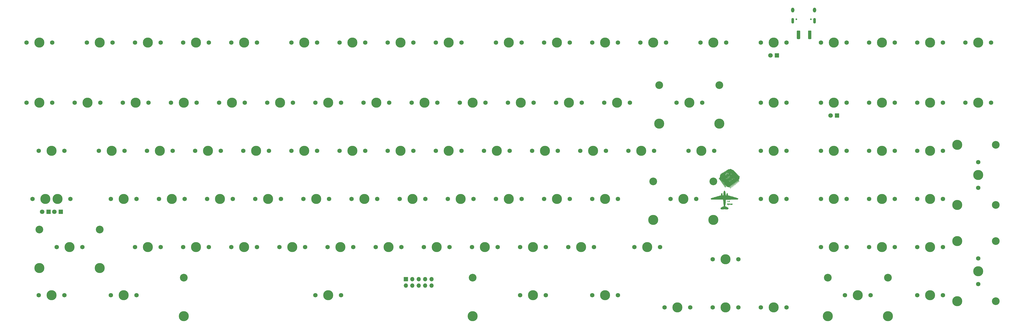
<source format=gbr>
%TF.GenerationSoftware,KiCad,Pcbnew,(5.1.6)-1*%
%TF.CreationDate,2020-08-12T20:07:55+02:00*%
%TF.ProjectId,Proyecto CFSUnderglow,50726f79-6563-4746-9f20-434653556e64,rev?*%
%TF.SameCoordinates,Original*%
%TF.FileFunction,Soldermask,Top*%
%TF.FilePolarity,Negative*%
%FSLAX46Y46*%
G04 Gerber Fmt 4.6, Leading zero omitted, Abs format (unit mm)*
G04 Created by KiCad (PCBNEW (5.1.6)-1) date 2020-08-12 20:07:55*
%MOMM*%
%LPD*%
G01*
G04 APERTURE LIST*
%ADD10C,0.010000*%
%ADD11C,3.987800*%
%ADD12C,1.750000*%
%ADD13C,3.048000*%
%ADD14C,1.800000*%
%ADD15R,1.800000X1.800000*%
%ADD16O,1.700000X1.700000*%
%ADD17R,1.700000X1.700000*%
%ADD18O,1.100000X2.200000*%
%ADD19O,1.300000X1.900000*%
%ADD20C,0.650000*%
G04 APERTURE END LIST*
D10*
%TO.C,G\u002A\u002A\u002A*%
G36*
X199555111Y-80988968D02*
G01*
X199699442Y-80996038D01*
X199824717Y-81018504D01*
X199936862Y-81058633D01*
X200041804Y-81118690D01*
X200145470Y-81200943D01*
X200171231Y-81224628D01*
X200234201Y-81281214D01*
X200281157Y-81317020D01*
X200313774Y-81333262D01*
X200322729Y-81334556D01*
X200360340Y-81348171D01*
X200387212Y-81376252D01*
X200404423Y-81397961D01*
X200421264Y-81408301D01*
X200443463Y-81406431D01*
X200476750Y-81391509D01*
X200526851Y-81362691D01*
X200542278Y-81353455D01*
X200584873Y-81328837D01*
X200611093Y-81317771D01*
X200628323Y-81318575D01*
X200643946Y-81329566D01*
X200644584Y-81330141D01*
X200668545Y-81365259D01*
X200664599Y-81402217D01*
X200632664Y-81441288D01*
X200605590Y-81462105D01*
X200562828Y-81497628D01*
X200546981Y-81527504D01*
X200557611Y-81553036D01*
X200571435Y-81563784D01*
X200592090Y-81566783D01*
X200625981Y-81555277D01*
X200677460Y-81527767D01*
X200679642Y-81526491D01*
X200733008Y-81496458D01*
X200768596Y-81480872D01*
X200792195Y-81478654D01*
X200809593Y-81488722D01*
X200819579Y-81500362D01*
X200836989Y-81534320D01*
X200831870Y-81564916D01*
X200802471Y-81596246D01*
X200768666Y-81619470D01*
X200723735Y-81650367D01*
X200702658Y-81674508D01*
X200703401Y-81696371D01*
X200723112Y-81719697D01*
X200737558Y-81729987D01*
X200754341Y-81731976D01*
X200779877Y-81724193D01*
X200820579Y-81705169D01*
X200848834Y-81690873D01*
X200900904Y-81665350D01*
X200934614Y-81652344D01*
X200956030Y-81650238D01*
X200971220Y-81657415D01*
X200971999Y-81658051D01*
X200994441Y-81689984D01*
X200989036Y-81725074D01*
X200955937Y-81762917D01*
X200923889Y-81786112D01*
X200880846Y-81815230D01*
X200859533Y-81835724D01*
X200857126Y-81852887D01*
X200870802Y-81872010D01*
X200875508Y-81876826D01*
X200893144Y-81891658D01*
X200911513Y-81896654D01*
X200936825Y-81890583D01*
X200975291Y-81872217D01*
X201018529Y-81848503D01*
X201076237Y-81820029D01*
X201115456Y-81810744D01*
X201138779Y-81821076D01*
X201148800Y-81851451D01*
X201149666Y-81870114D01*
X201142977Y-81899056D01*
X201119536Y-81927559D01*
X201086166Y-81953930D01*
X201051216Y-81980865D01*
X201028152Y-82002160D01*
X201022666Y-82010579D01*
X201032064Y-82027367D01*
X201050301Y-82046635D01*
X201065543Y-82058494D01*
X201081326Y-82062033D01*
X201104332Y-82055891D01*
X201141244Y-82038705D01*
X201175579Y-82021114D01*
X201224985Y-81996111D01*
X201255934Y-81983107D01*
X201274842Y-81980758D01*
X201288120Y-81987722D01*
X201296111Y-81995875D01*
X201317931Y-82032101D01*
X201314159Y-82066469D01*
X201283940Y-82101319D01*
X201248444Y-82126119D01*
X201210631Y-82151022D01*
X201185025Y-82171020D01*
X201177889Y-82179973D01*
X201187188Y-82195962D01*
X201209682Y-82220277D01*
X201210834Y-82221365D01*
X201243780Y-82252316D01*
X201346564Y-82192809D01*
X201396861Y-82164188D01*
X201428686Y-82148456D01*
X201447817Y-82144061D01*
X201460028Y-82149451D01*
X201468840Y-82159959D01*
X201485587Y-82193229D01*
X201481651Y-82223938D01*
X201455094Y-82256913D01*
X201417777Y-82287056D01*
X201380842Y-82315726D01*
X201355302Y-82338526D01*
X201347222Y-82349298D01*
X201356535Y-82365206D01*
X201379168Y-82389739D01*
X201381307Y-82391768D01*
X201415391Y-82423789D01*
X201516320Y-82363829D01*
X201565915Y-82334803D01*
X201597464Y-82318742D01*
X201617098Y-82314049D01*
X201630948Y-82319130D01*
X201643535Y-82330740D01*
X201664160Y-82367282D01*
X201656794Y-82406220D01*
X201621398Y-82447652D01*
X201584658Y-82475099D01*
X201513647Y-82522030D01*
X201545783Y-82556238D01*
X201571504Y-82579593D01*
X201595585Y-82587729D01*
X201624984Y-82579902D01*
X201666654Y-82555367D01*
X201687812Y-82541056D01*
X201735728Y-82509968D01*
X201767906Y-82495162D01*
X201790433Y-82495022D01*
X201809394Y-82507933D01*
X201810066Y-82508600D01*
X201826996Y-82542966D01*
X201822004Y-82582189D01*
X201797049Y-82616082D01*
X201788194Y-82622361D01*
X201747201Y-82649633D01*
X201714293Y-82673849D01*
X201679197Y-82701447D01*
X201713225Y-82737668D01*
X201738553Y-82761865D01*
X201756002Y-82773664D01*
X201757339Y-82773889D01*
X201773496Y-82767225D01*
X201807281Y-82749555D01*
X201852105Y-82724365D01*
X201863477Y-82717760D01*
X201912120Y-82690034D01*
X201943073Y-82675362D01*
X201962688Y-82672017D01*
X201977317Y-82678267D01*
X201984987Y-82684669D01*
X202006404Y-82713112D01*
X202005542Y-82742470D01*
X201981109Y-82776004D01*
X201932833Y-82816223D01*
X201893919Y-82846464D01*
X201866069Y-82870959D01*
X201855225Y-82884473D01*
X201855222Y-82884570D01*
X201865494Y-82898802D01*
X201889818Y-82920535D01*
X201918456Y-82942087D01*
X201941671Y-82955777D01*
X201947457Y-82957334D01*
X201962479Y-82949700D01*
X201993582Y-82929665D01*
X202034098Y-82901529D01*
X202034992Y-82900889D01*
X202082714Y-82867809D01*
X202113951Y-82850518D01*
X202134538Y-82847535D01*
X202150314Y-82857380D01*
X202160134Y-82869139D01*
X202175976Y-82898206D01*
X202174267Y-82925450D01*
X202152737Y-82955223D01*
X202109113Y-82991880D01*
X202088055Y-83007248D01*
X202042364Y-83042051D01*
X202010534Y-83070629D01*
X201994935Y-83090197D01*
X201997936Y-83097969D01*
X202013972Y-83094326D01*
X202034916Y-83098882D01*
X202064093Y-83118386D01*
X202070212Y-83123816D01*
X202108813Y-83159777D01*
X202207722Y-83091580D01*
X202255943Y-83058821D01*
X202286981Y-83040283D01*
X202306761Y-83033986D01*
X202321204Y-83037944D01*
X202334927Y-83048990D01*
X202356200Y-83074218D01*
X202359288Y-83098570D01*
X202342287Y-83125771D01*
X202303296Y-83159543D01*
X202264114Y-83187568D01*
X202209510Y-83228123D01*
X202180544Y-83257249D01*
X202177118Y-83275098D01*
X202199134Y-83281822D01*
X202203126Y-83281889D01*
X202229202Y-83289665D01*
X202262077Y-83308429D01*
X202262918Y-83309025D01*
X202301026Y-83336160D01*
X202396817Y-83270296D01*
X202444074Y-83238329D01*
X202473900Y-83220734D01*
X202491938Y-83215630D01*
X202503831Y-83221140D01*
X202512582Y-83231746D01*
X202529838Y-83264482D01*
X202528708Y-83295089D01*
X202507142Y-83327880D01*
X202463089Y-83367170D01*
X202439825Y-83384850D01*
X202389103Y-83425384D01*
X202363176Y-83454042D01*
X202361643Y-83471661D01*
X202384106Y-83479081D01*
X202394694Y-83479445D01*
X202428722Y-83488690D01*
X202450019Y-83502539D01*
X202464328Y-83512886D01*
X202479973Y-83514209D01*
X202502963Y-83504415D01*
X202539309Y-83481409D01*
X202569082Y-83461046D01*
X202617629Y-83428784D01*
X202649763Y-83411501D01*
X202671349Y-83406846D01*
X202688251Y-83412468D01*
X202689041Y-83412953D01*
X202719629Y-83439394D01*
X202725931Y-83467270D01*
X202707215Y-83499016D01*
X202662751Y-83537064D01*
X202648801Y-83546966D01*
X202594578Y-83584687D01*
X202560080Y-83609980D01*
X202541847Y-83626503D01*
X202536418Y-83637920D01*
X202540333Y-83647890D01*
X202546300Y-83655393D01*
X202574207Y-83673756D01*
X202590919Y-83677000D01*
X202624891Y-83684399D01*
X202644370Y-83693715D01*
X202661059Y-83699905D01*
X202681848Y-83696201D01*
X202712562Y-83680258D01*
X202759023Y-83649731D01*
X202766684Y-83644458D01*
X202814173Y-83612350D01*
X202844695Y-83594654D01*
X202864180Y-83589277D01*
X202878557Y-83594129D01*
X202887895Y-83601708D01*
X202911638Y-83636121D01*
X202907359Y-83671238D01*
X202874989Y-83707306D01*
X202853558Y-83722442D01*
X202785965Y-83768063D01*
X202742732Y-83803032D01*
X202722607Y-83828553D01*
X202724339Y-83845829D01*
X202724809Y-83846328D01*
X202750798Y-83861244D01*
X202774197Y-83867547D01*
X202813947Y-83875359D01*
X202835944Y-83881109D01*
X202865880Y-83878326D01*
X202912407Y-83856045D01*
X202948833Y-83833121D01*
X202991747Y-83805324D01*
X203025556Y-83785020D01*
X203043480Y-83776261D01*
X203044083Y-83776177D01*
X203065090Y-83786274D01*
X203087894Y-83810485D01*
X203103781Y-83837746D01*
X203105645Y-83854335D01*
X203091307Y-83871295D01*
X203059654Y-83899354D01*
X203016522Y-83933474D01*
X202998348Y-83946972D01*
X202950908Y-83982159D01*
X202923131Y-84005434D01*
X202911648Y-84021188D01*
X202913087Y-84033815D01*
X202922426Y-84045895D01*
X202954601Y-84066207D01*
X202983476Y-84072111D01*
X203017092Y-84077314D01*
X203035522Y-84086834D01*
X203053215Y-84088353D01*
X203086822Y-84071518D01*
X203135531Y-84037445D01*
X203178245Y-84006598D01*
X203212906Y-83983876D01*
X203232933Y-83973550D01*
X203234332Y-83973334D01*
X203257063Y-83984508D01*
X203278771Y-84010026D01*
X203290677Y-84037881D01*
X203290015Y-84049478D01*
X203275757Y-84066657D01*
X203244142Y-84095471D01*
X203200701Y-84131045D01*
X203175415Y-84150492D01*
X203129313Y-84186069D01*
X203093240Y-84215578D01*
X203072170Y-84234860D01*
X203068777Y-84239632D01*
X203071507Y-84256892D01*
X203078693Y-84293986D01*
X203088828Y-84343161D01*
X203089699Y-84347283D01*
X203099844Y-84412642D01*
X203106496Y-84491605D01*
X203109638Y-84576822D01*
X203109251Y-84660942D01*
X203105315Y-84736615D01*
X203097813Y-84796491D01*
X203090909Y-84823755D01*
X203054345Y-84905606D01*
X203004437Y-84988617D01*
X202946085Y-85066582D01*
X202884185Y-85133292D01*
X202823637Y-85182540D01*
X202794877Y-85198924D01*
X202756775Y-85218527D01*
X202730513Y-85235177D01*
X202724594Y-85240844D01*
X202728555Y-85257753D01*
X202747140Y-85287359D01*
X202763742Y-85308322D01*
X202797029Y-85351087D01*
X202825938Y-85394419D01*
X202834232Y-85409139D01*
X202855020Y-85443359D01*
X202872609Y-85453396D01*
X202892684Y-85441856D01*
X202896851Y-85437838D01*
X202907067Y-85433103D01*
X202911557Y-85448463D01*
X202911472Y-85487871D01*
X202911466Y-85488026D01*
X202905932Y-85535798D01*
X202891050Y-85566572D01*
X202874489Y-85582459D01*
X202840060Y-85609541D01*
X202969409Y-85759992D01*
X203025192Y-85826541D01*
X203062237Y-85874853D01*
X203081743Y-85906667D01*
X203084909Y-85923720D01*
X203083667Y-85925533D01*
X203077497Y-85931427D01*
X203071060Y-85933592D01*
X203061762Y-85929463D01*
X203047011Y-85916469D01*
X203024212Y-85892043D01*
X202990772Y-85853617D01*
X202944097Y-85798622D01*
X202886380Y-85730167D01*
X202743647Y-85560834D01*
X202746075Y-85465532D01*
X202745573Y-85408247D01*
X202739530Y-85371061D01*
X202726483Y-85346144D01*
X202723009Y-85342060D01*
X202692503Y-85317761D01*
X202664548Y-85319912D01*
X202637603Y-85342980D01*
X202610553Y-85362495D01*
X202588139Y-85366020D01*
X202560871Y-85369578D01*
X202531249Y-85385430D01*
X202497496Y-85410890D01*
X202529661Y-85450584D01*
X202556275Y-85485792D01*
X202588538Y-85531641D01*
X202605855Y-85557484D01*
X202631333Y-85594861D01*
X202647813Y-85611932D01*
X202661182Y-85612370D01*
X202675886Y-85601158D01*
X202691132Y-85589157D01*
X202698837Y-85592278D01*
X202701565Y-85615258D01*
X202701889Y-85649192D01*
X202699615Y-85694839D01*
X202690098Y-85723042D01*
X202669290Y-85744398D01*
X202664031Y-85748335D01*
X202626174Y-85775912D01*
X202757598Y-85926878D01*
X202812533Y-85991961D01*
X202851327Y-86042253D01*
X202872713Y-86075992D01*
X202875655Y-86091211D01*
X202865457Y-86090950D01*
X202845825Y-86077150D01*
X202815248Y-86048250D01*
X202772214Y-86002684D01*
X202715210Y-85938890D01*
X202642724Y-85855305D01*
X202606443Y-85812918D01*
X202569897Y-85769236D01*
X202547969Y-85737671D01*
X202536925Y-85708899D01*
X202533032Y-85673595D01*
X202532555Y-85628405D01*
X202531202Y-85573711D01*
X202525728Y-85538751D01*
X202514008Y-85515111D01*
X202500172Y-85500053D01*
X202467788Y-85469630D01*
X202415255Y-85505327D01*
X202381272Y-85525318D01*
X202356509Y-85534314D01*
X202350912Y-85533725D01*
X202334146Y-85537712D01*
X202309979Y-85557433D01*
X202309186Y-85558270D01*
X202279269Y-85590115D01*
X202312945Y-85626432D01*
X202340272Y-85660004D01*
X202372186Y-85704862D01*
X202388065Y-85729335D01*
X202412452Y-85766576D01*
X202428376Y-85783033D01*
X202441276Y-85782486D01*
X202451802Y-85773627D01*
X202473143Y-85755504D01*
X202484564Y-85757312D01*
X202488483Y-85781992D01*
X202487944Y-85817567D01*
X202481875Y-85866249D01*
X202465189Y-85898999D01*
X202449733Y-85914514D01*
X202414027Y-85945227D01*
X202542941Y-86098037D01*
X202588625Y-86153574D01*
X202626123Y-86201828D01*
X202652362Y-86238631D01*
X202664270Y-86259816D01*
X202664449Y-86262831D01*
X202657917Y-86267521D01*
X202646779Y-86263744D01*
X202628630Y-86249147D01*
X202601069Y-86221377D01*
X202561692Y-86178080D01*
X202508096Y-86116903D01*
X202467492Y-86069911D01*
X202404017Y-85994321D01*
X202358363Y-85934315D01*
X202328410Y-85885511D01*
X202312035Y-85843523D01*
X202307117Y-85803967D01*
X202311535Y-85762459D01*
X202313679Y-85752034D01*
X202315597Y-85717283D01*
X202299833Y-85687745D01*
X202286313Y-85673142D01*
X202249667Y-85636496D01*
X202206584Y-85672748D01*
X202171392Y-85696337D01*
X202139206Y-85708537D01*
X202133945Y-85709000D01*
X202099890Y-85718245D01*
X202079515Y-85731511D01*
X202067707Y-85744748D01*
X202066423Y-85759060D01*
X202077993Y-85780588D01*
X202104748Y-85815469D01*
X202117209Y-85830838D01*
X202148284Y-85870285D01*
X202170749Y-85901273D01*
X202179964Y-85917381D01*
X202179993Y-85917688D01*
X202186912Y-85937101D01*
X202193243Y-85948328D01*
X202205872Y-85960454D01*
X202223010Y-85953154D01*
X202235360Y-85942613D01*
X202252465Y-85928373D01*
X202261063Y-85929122D01*
X202264081Y-85949430D01*
X202264444Y-85988011D01*
X202261826Y-86034995D01*
X202251568Y-86064448D01*
X202230254Y-86086623D01*
X202196065Y-86113517D01*
X202254949Y-86185366D01*
X202297146Y-86236047D01*
X202345879Y-86293420D01*
X202380861Y-86333879D01*
X202418397Y-86380048D01*
X202441609Y-86415446D01*
X202448919Y-86436980D01*
X202438753Y-86441560D01*
X202435162Y-86440426D01*
X202421660Y-86428582D01*
X202393730Y-86399655D01*
X202355275Y-86358027D01*
X202310196Y-86308076D01*
X202262393Y-86254183D01*
X202215767Y-86200727D01*
X202174220Y-86152088D01*
X202141652Y-86112645D01*
X202130087Y-86097914D01*
X202109181Y-86065574D01*
X202098873Y-86032160D01*
X202096319Y-85986286D01*
X202096750Y-85964493D01*
X202092051Y-85895865D01*
X202074372Y-85848893D01*
X202045447Y-85825075D01*
X202007011Y-85825909D01*
X201964260Y-85850112D01*
X201934616Y-85869842D01*
X201912822Y-85878327D01*
X201912472Y-85878334D01*
X201889756Y-85885526D01*
X201862980Y-85900338D01*
X201829398Y-85922341D01*
X201898754Y-86013974D01*
X201931008Y-86058129D01*
X201955275Y-86094290D01*
X201967436Y-86116219D01*
X201968111Y-86118970D01*
X201976730Y-86131616D01*
X201998005Y-86125143D01*
X202016492Y-86110159D01*
X202029138Y-86100121D01*
X202035788Y-86105654D01*
X202038326Y-86131410D01*
X202038666Y-86164882D01*
X202036620Y-86212539D01*
X202028533Y-86241167D01*
X202011489Y-86259785D01*
X202006916Y-86262989D01*
X201985519Y-86280463D01*
X201986379Y-86296292D01*
X201997048Y-86310572D01*
X202014809Y-86331911D01*
X202045933Y-86369242D01*
X202085694Y-86416898D01*
X202120521Y-86458619D01*
X202171290Y-86521054D01*
X202203808Y-86565362D01*
X202219354Y-86593789D01*
X202219209Y-86608581D01*
X202208003Y-86612112D01*
X202194328Y-86601782D01*
X202166650Y-86573460D01*
X202128649Y-86531148D01*
X202084008Y-86478849D01*
X202071080Y-86463275D01*
X202007149Y-86385532D01*
X201959007Y-86325649D01*
X201924399Y-86279785D01*
X201901071Y-86244098D01*
X201886769Y-86214746D01*
X201879239Y-86187888D01*
X201876227Y-86159682D01*
X201875516Y-86129991D01*
X201872869Y-86078529D01*
X201864131Y-86044774D01*
X201846100Y-86018363D01*
X201838647Y-86010567D01*
X201802652Y-85974572D01*
X201751746Y-86019268D01*
X201719061Y-86043584D01*
X201693282Y-86055079D01*
X201685420Y-86054433D01*
X201665965Y-86056284D01*
X201640339Y-86071745D01*
X201620109Y-86092475D01*
X201615333Y-86104963D01*
X201623575Y-86121092D01*
X201644651Y-86150729D01*
X201661194Y-86171699D01*
X201694169Y-86215179D01*
X201723486Y-86258903D01*
X201732144Y-86273643D01*
X201749769Y-86302655D01*
X201762957Y-86309934D01*
X201779694Y-86299083D01*
X201782644Y-86296442D01*
X201805781Y-86278108D01*
X201817722Y-86279062D01*
X201821482Y-86302497D01*
X201820744Y-86336803D01*
X201808533Y-86399679D01*
X201788208Y-86432053D01*
X201758342Y-86463945D01*
X201883734Y-86618053D01*
X201928225Y-86674386D01*
X201964513Y-86723526D01*
X201989615Y-86761176D01*
X202000546Y-86783039D01*
X202000481Y-86786149D01*
X201987083Y-86786424D01*
X201966284Y-86767845D01*
X201964873Y-86766097D01*
X201941903Y-86737965D01*
X201907987Y-86697417D01*
X201871872Y-86654880D01*
X201799433Y-86569380D01*
X201743885Y-86501244D01*
X201703111Y-86446976D01*
X201674996Y-86403077D01*
X201657423Y-86366051D01*
X201648276Y-86332398D01*
X201645439Y-86298622D01*
X201645708Y-86281055D01*
X201641386Y-86225536D01*
X201622485Y-86188885D01*
X201598557Y-86167600D01*
X201575820Y-86164144D01*
X201546785Y-86179542D01*
X201517286Y-86203298D01*
X201486813Y-86225245D01*
X201465157Y-86233362D01*
X201460143Y-86231164D01*
X201444633Y-86227687D01*
X201421053Y-86239076D01*
X201399373Y-86258492D01*
X201389562Y-86279099D01*
X201389555Y-86279573D01*
X201399476Y-86303600D01*
X201410632Y-86315704D01*
X201428652Y-86336899D01*
X201453934Y-86374069D01*
X201475690Y-86410066D01*
X201500830Y-86448945D01*
X201522840Y-86474213D01*
X201535752Y-86480322D01*
X201574109Y-86465198D01*
X201592789Y-86463852D01*
X201598517Y-86480095D01*
X201598078Y-86515620D01*
X201591163Y-86564537D01*
X201571014Y-86597613D01*
X201562974Y-86605056D01*
X201529617Y-86633278D01*
X201657142Y-86792014D01*
X201702460Y-86848888D01*
X201740684Y-86897742D01*
X201768670Y-86934491D01*
X201783275Y-86955046D01*
X201784666Y-86957820D01*
X201780213Y-86965464D01*
X201765805Y-86957937D01*
X201739875Y-86933673D01*
X201700852Y-86891107D01*
X201647168Y-86828673D01*
X201606615Y-86780242D01*
X201543247Y-86703776D01*
X201495879Y-86645362D01*
X201462362Y-86601443D01*
X201440546Y-86568460D01*
X201428281Y-86542856D01*
X201423416Y-86521073D01*
X201423802Y-86499552D01*
X201426204Y-86481697D01*
X201426422Y-86432212D01*
X201407322Y-86385340D01*
X201403737Y-86379392D01*
X201382513Y-86348517D01*
X201366471Y-86331227D01*
X201363397Y-86329889D01*
X201347632Y-86338136D01*
X201318765Y-86359048D01*
X201302265Y-86372247D01*
X201268094Y-86396026D01*
X201240303Y-86407817D01*
X201232022Y-86407775D01*
X201208503Y-86410864D01*
X201178235Y-86427846D01*
X201177956Y-86428061D01*
X201142745Y-86455176D01*
X201179174Y-86494838D01*
X201207996Y-86531132D01*
X201239794Y-86578224D01*
X201253785Y-86601528D01*
X201280069Y-86644313D01*
X201299248Y-86664051D01*
X201316086Y-86663304D01*
X201334911Y-86645154D01*
X201347217Y-86633921D01*
X201354935Y-86640912D01*
X201361209Y-86670435D01*
X201363225Y-86683960D01*
X201366580Y-86726934D01*
X201358776Y-86756012D01*
X201338228Y-86782533D01*
X201304282Y-86818899D01*
X201431678Y-86975671D01*
X201476157Y-87031866D01*
X201512167Y-87080195D01*
X201536866Y-87116614D01*
X201547414Y-87137074D01*
X201547030Y-87139886D01*
X201537012Y-87139811D01*
X201520768Y-87128579D01*
X201496116Y-87103832D01*
X201460874Y-87063209D01*
X201412860Y-87004351D01*
X201359152Y-86936667D01*
X201298765Y-86858905D01*
X201254640Y-86798964D01*
X201224705Y-86753207D01*
X201206885Y-86717999D01*
X201199110Y-86689704D01*
X201199306Y-86664688D01*
X201200413Y-86658237D01*
X201198440Y-86609122D01*
X201178727Y-86557327D01*
X201146506Y-86516567D01*
X201146282Y-86516381D01*
X201129488Y-86510807D01*
X201105819Y-86521323D01*
X201071268Y-86548767D01*
X201035868Y-86575187D01*
X201006044Y-86589896D01*
X200994444Y-86590985D01*
X200968468Y-86594340D01*
X200941784Y-86609015D01*
X200910290Y-86633278D01*
X200959422Y-86695236D01*
X200986384Y-86730924D01*
X201004230Y-86757781D01*
X201008555Y-86767417D01*
X201016490Y-86784505D01*
X201035777Y-86812225D01*
X201037622Y-86814591D01*
X201059212Y-86838692D01*
X201076430Y-86842539D01*
X201099581Y-86829992D01*
X201120217Y-86818043D01*
X201130737Y-86821394D01*
X201136166Y-86845037D01*
X201138858Y-86869026D01*
X201140360Y-86910845D01*
X201130986Y-86937597D01*
X201110202Y-86958785D01*
X201075162Y-86987959D01*
X201197081Y-87144194D01*
X201240991Y-87201044D01*
X201277876Y-87249908D01*
X201304599Y-87286542D01*
X201318022Y-87306706D01*
X201319000Y-87309048D01*
X201314101Y-87318364D01*
X201298497Y-87310416D01*
X201270824Y-87283861D01*
X201229719Y-87237355D01*
X201173821Y-87169554D01*
X201159575Y-87151862D01*
X201095292Y-87071074D01*
X201046945Y-87008075D01*
X201012308Y-86959052D01*
X200989154Y-86920192D01*
X200975254Y-86887684D01*
X200968382Y-86857715D01*
X200966310Y-86826475D01*
X200966275Y-86821037D01*
X200960509Y-86766538D01*
X200940623Y-86725703D01*
X200932851Y-86716000D01*
X200899480Y-86677204D01*
X200838465Y-86729430D01*
X200801161Y-86757158D01*
X200769648Y-86773258D01*
X200755420Y-86775068D01*
X200727854Y-86777795D01*
X200705356Y-86789542D01*
X200693055Y-86798629D01*
X200686283Y-86807075D01*
X200686827Y-86819279D01*
X200696471Y-86839640D01*
X200717002Y-86872557D01*
X200750204Y-86922429D01*
X200773231Y-86956764D01*
X200802117Y-86998834D01*
X200821137Y-87021048D01*
X200835833Y-87027197D01*
X200851747Y-87021070D01*
X200859808Y-87015956D01*
X200887415Y-87002319D01*
X200902817Y-87008940D01*
X200909095Y-87038837D01*
X200909777Y-87064842D01*
X200903669Y-87108315D01*
X200881628Y-87137888D01*
X200874224Y-87143657D01*
X200838670Y-87169555D01*
X200916334Y-87268306D01*
X200957713Y-87320669D01*
X200998217Y-87371503D01*
X201030521Y-87411625D01*
X201036554Y-87419024D01*
X201062517Y-87454438D01*
X201077156Y-87481626D01*
X201079099Y-87496182D01*
X201066975Y-87493698D01*
X201057637Y-87486746D01*
X201033909Y-87462694D01*
X200998402Y-87421425D01*
X200955172Y-87368227D01*
X200908277Y-87308386D01*
X200861774Y-87247189D01*
X200819718Y-87189922D01*
X200786169Y-87141871D01*
X200765181Y-87108323D01*
X200761501Y-87100859D01*
X200747126Y-87054360D01*
X200740495Y-87009057D01*
X200740444Y-87005814D01*
X200733845Y-86967958D01*
X200717280Y-86926526D01*
X200695598Y-86890484D01*
X200673647Y-86868798D01*
X200664897Y-86866112D01*
X200644777Y-86874505D01*
X200612935Y-86895783D01*
X200595880Y-86909152D01*
X200561501Y-86933732D01*
X200533702Y-86947110D01*
X200525276Y-86947971D01*
X200502579Y-86953180D01*
X200471675Y-86971518D01*
X200468234Y-86974153D01*
X200429580Y-87004559D01*
X200462607Y-87044696D01*
X200489757Y-87079836D01*
X200522918Y-87125618D01*
X200541665Y-87152674D01*
X200568055Y-87190301D01*
X200585452Y-87208156D01*
X200600454Y-87209994D01*
X200619661Y-87199566D01*
X200621737Y-87198210D01*
X200646246Y-87185660D01*
X200657355Y-87186814D01*
X200664150Y-87243402D01*
X200663892Y-87280492D01*
X200655560Y-87306157D01*
X200639626Y-87326894D01*
X200609289Y-87359187D01*
X200698736Y-87476010D01*
X200740106Y-87529785D01*
X200778638Y-87579420D01*
X200808854Y-87617881D01*
X200820759Y-87632722D01*
X200845963Y-87668791D01*
X200852922Y-87691625D01*
X200842750Y-87698117D01*
X200829037Y-87687388D01*
X200805347Y-87660480D01*
X200787996Y-87638144D01*
X200760862Y-87602050D01*
X200722218Y-87551166D01*
X200677808Y-87493037D01*
X200644420Y-87449549D01*
X200587969Y-87374582D01*
X200547731Y-87316732D01*
X200521359Y-87271857D01*
X200506506Y-87235814D01*
X200500823Y-87204459D01*
X200500555Y-87195654D01*
X200494029Y-87167708D01*
X200477737Y-87130304D01*
X200456609Y-87092266D01*
X200435574Y-87062420D01*
X200419563Y-87049592D01*
X200418950Y-87049556D01*
X200404951Y-87057774D01*
X200376492Y-87078948D01*
X200351467Y-87098945D01*
X200314932Y-87125172D01*
X200284899Y-87140231D01*
X200272403Y-87141696D01*
X200249072Y-87145205D01*
X200220984Y-87162307D01*
X200188357Y-87189555D01*
X200243932Y-87264195D01*
X200275625Y-87308233D01*
X200302157Y-87347698D01*
X200315861Y-87370584D01*
X200339886Y-87397848D01*
X200367665Y-87397894D01*
X200387537Y-87381322D01*
X200408310Y-87366449D01*
X200422633Y-87378075D01*
X200429524Y-87415010D01*
X200430000Y-87432655D01*
X200423863Y-87479936D01*
X200402903Y-87511292D01*
X200398768Y-87514822D01*
X200367536Y-87540112D01*
X200490490Y-87701378D01*
X200543620Y-87771750D01*
X200580533Y-87822538D01*
X200602709Y-87856142D01*
X200611627Y-87874965D01*
X200608766Y-87881409D01*
X200600322Y-87879760D01*
X200583687Y-87865404D01*
X200554736Y-87832098D01*
X200516772Y-87784397D01*
X200473094Y-87726859D01*
X200427006Y-87664040D01*
X200381808Y-87600498D01*
X200340801Y-87540788D01*
X200307287Y-87489469D01*
X200284567Y-87451095D01*
X200276328Y-87432569D01*
X200265143Y-87387562D01*
X200255390Y-87348004D01*
X200254873Y-87345889D01*
X200239909Y-87310882D01*
X200215012Y-87272880D01*
X200212382Y-87269624D01*
X200178515Y-87228636D01*
X200119817Y-87275126D01*
X200082064Y-87301930D01*
X200049909Y-87319476D01*
X200037420Y-87323169D01*
X200009791Y-87331522D01*
X199980058Y-87348995D01*
X199957784Y-87368810D01*
X199952215Y-87383580D01*
X199961865Y-87399971D01*
X199983267Y-87433703D01*
X200012506Y-87478643D01*
X200025535Y-87498409D01*
X200093768Y-87601540D01*
X200129337Y-87578234D01*
X200158652Y-87564401D01*
X200177649Y-87571792D01*
X200190421Y-87603298D01*
X200194931Y-87624500D01*
X200197121Y-87659745D01*
X200183076Y-87682451D01*
X200168575Y-87693151D01*
X200143543Y-87713627D01*
X200133666Y-87729393D01*
X200141851Y-87744873D01*
X200164312Y-87778126D01*
X200197907Y-87824718D01*
X200239495Y-87880217D01*
X200253611Y-87898656D01*
X200297069Y-87956131D01*
X200333507Y-88006209D01*
X200359778Y-88044418D01*
X200372734Y-88066290D01*
X200373555Y-88069052D01*
X200365551Y-88063805D01*
X200343710Y-88040153D01*
X200311288Y-88002148D01*
X200271540Y-87953843D01*
X200227722Y-87899289D01*
X200183090Y-87842539D01*
X200140899Y-87787645D01*
X200104406Y-87738660D01*
X200077501Y-87700577D01*
X200047935Y-87648124D01*
X200022060Y-87588023D01*
X200014505Y-87565218D01*
X199996438Y-87515139D01*
X199974550Y-87470551D01*
X199963572Y-87453961D01*
X199934085Y-87416473D01*
X199866703Y-87473290D01*
X199828423Y-87501999D01*
X199796328Y-87519774D01*
X199779522Y-87522915D01*
X199754859Y-87525579D01*
X199727362Y-87540688D01*
X199695003Y-87565652D01*
X199767487Y-87674493D01*
X199800092Y-87721990D01*
X199827340Y-87758984D01*
X199845280Y-87780239D01*
X199849623Y-87783334D01*
X199867221Y-87776029D01*
X199890673Y-87761342D01*
X199907533Y-87750148D01*
X199919062Y-87748664D01*
X199929170Y-87761270D01*
X199941763Y-87792345D01*
X199957054Y-87835731D01*
X199951317Y-87855509D01*
X199929161Y-87879502D01*
X199928413Y-87880095D01*
X199903954Y-87904368D01*
X199893777Y-87924472D01*
X199893777Y-87924475D01*
X199901992Y-87943119D01*
X199923740Y-87976954D01*
X199954676Y-88019330D01*
X199961608Y-88028277D01*
X200028653Y-88115354D01*
X200077309Y-88181814D01*
X200107907Y-88228156D01*
X200120782Y-88254883D01*
X200117229Y-88262576D01*
X200098300Y-88251547D01*
X200072556Y-88224358D01*
X200061447Y-88209659D01*
X200039104Y-88178371D01*
X200004585Y-88130504D01*
X199962377Y-88072256D01*
X199916963Y-88009829D01*
X199911092Y-88001777D01*
X199852434Y-87917814D01*
X199810785Y-87849439D01*
X199783475Y-87792007D01*
X199773155Y-87761888D01*
X199751147Y-87698259D01*
X199727282Y-87649490D01*
X199704264Y-87620443D01*
X199691125Y-87614444D01*
X199674660Y-87622638D01*
X199644085Y-87644391D01*
X199612237Y-87669874D01*
X199570928Y-87700731D01*
X199542373Y-87714224D01*
X199532378Y-87712623D01*
X199512596Y-87711412D01*
X199480757Y-87730207D01*
X199479178Y-87731454D01*
X199439103Y-87763409D01*
X199506503Y-87861566D01*
X199544545Y-87916842D01*
X199570376Y-87952307D01*
X199588050Y-87971209D01*
X199601626Y-87976798D01*
X199615160Y-87972322D01*
X199631601Y-87961755D01*
X199656673Y-87947514D01*
X199671549Y-87951375D01*
X199687057Y-87976818D01*
X199688770Y-87980123D01*
X199706208Y-88019835D01*
X199706158Y-88046980D01*
X199686996Y-88072330D01*
X199672989Y-88084920D01*
X199635646Y-88117042D01*
X199764346Y-88288855D01*
X199807546Y-88347892D01*
X199842312Y-88398074D01*
X199866171Y-88435606D01*
X199876653Y-88456693D01*
X199875773Y-88459906D01*
X199859106Y-88448106D01*
X199830520Y-88416252D01*
X199792813Y-88368373D01*
X199748782Y-88308496D01*
X199701225Y-88240651D01*
X199652938Y-88168866D01*
X199606719Y-88097170D01*
X199565366Y-88029590D01*
X199531674Y-87970156D01*
X199519833Y-87947292D01*
X199486122Y-87882266D01*
X199459551Y-87840972D01*
X199436081Y-87821229D01*
X199411674Y-87820853D01*
X199382292Y-87837663D01*
X199356168Y-87858858D01*
X199320316Y-87886314D01*
X199291426Y-87902695D01*
X199279136Y-87904921D01*
X199258428Y-87908872D01*
X199228412Y-87926578D01*
X199223321Y-87930490D01*
X199183538Y-87962212D01*
X199251824Y-88059745D01*
X199290342Y-88114678D01*
X199316459Y-88149932D01*
X199334306Y-88168700D01*
X199348016Y-88174178D01*
X199361718Y-88169559D01*
X199379222Y-88158248D01*
X199406043Y-88142705D01*
X199420251Y-88138318D01*
X199420485Y-88138512D01*
X199428908Y-88152934D01*
X199444593Y-88182658D01*
X199448486Y-88190267D01*
X199463160Y-88222014D01*
X199463926Y-88239697D01*
X199450506Y-88253964D01*
X199446753Y-88256846D01*
X199422167Y-88272496D01*
X199410472Y-88276774D01*
X199401647Y-88281431D01*
X199403441Y-88295986D01*
X199417355Y-88323050D01*
X199444885Y-88365232D01*
X199487532Y-88425142D01*
X199524641Y-88475601D01*
X199569024Y-88533756D01*
X199608138Y-88581782D01*
X199638779Y-88615993D01*
X199657745Y-88632701D01*
X199661759Y-88633424D01*
X199664526Y-88634111D01*
X199655223Y-88647639D01*
X199638703Y-88667203D01*
X199632374Y-88672334D01*
X199623306Y-88661448D01*
X199600437Y-88631156D01*
X199566385Y-88585007D01*
X199523767Y-88526550D01*
X199475201Y-88459333D01*
X199473623Y-88457139D01*
X199420125Y-88381103D01*
X199368692Y-88304980D01*
X199323215Y-88234752D01*
X199287588Y-88176404D01*
X199268822Y-88142355D01*
X199235932Y-88079231D01*
X199210297Y-88039337D01*
X199187637Y-88020143D01*
X199163672Y-88019123D01*
X199134124Y-88033747D01*
X199111403Y-88049361D01*
X199079762Y-88070737D01*
X199052066Y-88083872D01*
X199019863Y-88090759D01*
X198974703Y-88093393D01*
X198923180Y-88093778D01*
X198787852Y-88087015D01*
X198648808Y-88067889D01*
X198514122Y-88038143D01*
X198391870Y-87999521D01*
X198300440Y-87959292D01*
X198246008Y-87928406D01*
X198204104Y-87897056D01*
X198166014Y-87857429D01*
X198123021Y-87801709D01*
X198119910Y-87797428D01*
X198080674Y-87744521D01*
X198052591Y-87712086D01*
X198030772Y-87697376D01*
X198010329Y-87697642D01*
X197986371Y-87710138D01*
X197976411Y-87716783D01*
X197941035Y-87751043D01*
X197905107Y-87802898D01*
X197889046Y-87832723D01*
X197871948Y-87865190D01*
X197853070Y-87893699D01*
X197828556Y-87922071D01*
X197794548Y-87954129D01*
X197747192Y-87993697D01*
X197682629Y-88044595D01*
X197649144Y-88070510D01*
X197585168Y-88119464D01*
X197529366Y-88161380D01*
X197485349Y-88193610D01*
X197456729Y-88213504D01*
X197447124Y-88218677D01*
X197438538Y-88204477D01*
X197421215Y-88174677D01*
X197413278Y-88160858D01*
X197383013Y-88107993D01*
X197551642Y-87980656D01*
X197625387Y-87923497D01*
X197677693Y-87879306D01*
X197710922Y-87845880D01*
X197727433Y-87821019D01*
X197729505Y-87814798D01*
X197745892Y-87764635D01*
X197771668Y-87722046D01*
X197812241Y-87679976D01*
X197866132Y-87636533D01*
X197957911Y-87567343D01*
X197913372Y-87499203D01*
X197886808Y-87462233D01*
X197864362Y-87437383D01*
X197853734Y-87430809D01*
X197828367Y-87441003D01*
X197794496Y-87467357D01*
X197759327Y-87502585D01*
X197730068Y-87539402D01*
X197713926Y-87570524D01*
X197713390Y-87572673D01*
X197703677Y-87600127D01*
X197684687Y-87629647D01*
X197653624Y-87664002D01*
X197607693Y-87705957D01*
X197544100Y-87758279D01*
X197460050Y-87823735D01*
X197458733Y-87824744D01*
X197401027Y-87868944D01*
X197350571Y-87907602D01*
X197312015Y-87937154D01*
X197290008Y-87954036D01*
X197287570Y-87955911D01*
X197271816Y-87955305D01*
X197251823Y-87930205D01*
X197240225Y-87909033D01*
X197209698Y-87849194D01*
X197242932Y-87823252D01*
X197268274Y-87804043D01*
X197309823Y-87773151D01*
X197360956Y-87735485D01*
X197396111Y-87709755D01*
X197456898Y-87664768D01*
X197498953Y-87631191D01*
X197526673Y-87604261D01*
X197544456Y-87579218D01*
X197556699Y-87551300D01*
X197564279Y-87527658D01*
X197588571Y-87481724D01*
X197634386Y-87428153D01*
X197697688Y-87371272D01*
X197740320Y-87338834D01*
X197779648Y-87310612D01*
X197676596Y-87175974D01*
X197621505Y-87215071D01*
X197570766Y-87264842D01*
X197535679Y-87329210D01*
X197522269Y-87358562D01*
X197505790Y-87385197D01*
X197482591Y-87412868D01*
X197449021Y-87445330D01*
X197401431Y-87486339D01*
X197336170Y-87539649D01*
X197312944Y-87558326D01*
X197120944Y-87712399D01*
X197082012Y-87667108D01*
X197058927Y-87635990D01*
X197047830Y-87612395D01*
X197047816Y-87607606D01*
X197060271Y-87594302D01*
X197091116Y-87567727D01*
X197136063Y-87531412D01*
X197190824Y-87488884D01*
X197206693Y-87476827D01*
X197268516Y-87429796D01*
X197312271Y-87394338D01*
X197342299Y-87364872D01*
X197362943Y-87335815D01*
X197378542Y-87301586D01*
X197393438Y-87256602D01*
X197403259Y-87224075D01*
X197416214Y-87208707D01*
X197446375Y-87182036D01*
X197487939Y-87149095D01*
X197500865Y-87139408D01*
X197543811Y-87105990D01*
X197576160Y-87077708D01*
X197592491Y-87059411D01*
X197593456Y-87056612D01*
X197584817Y-87038616D01*
X197562923Y-87007892D01*
X197545158Y-86986056D01*
X197497071Y-86929612D01*
X197440800Y-86984157D01*
X197401058Y-87031160D01*
X197378007Y-87076438D01*
X197375758Y-87085457D01*
X197361708Y-87121127D01*
X197330228Y-87160430D01*
X197286299Y-87200967D01*
X197243734Y-87236511D01*
X197192054Y-87278571D01*
X197135699Y-87323668D01*
X197079110Y-87368321D01*
X197026730Y-87409050D01*
X196982999Y-87442374D01*
X196952360Y-87464813D01*
X196939298Y-87472889D01*
X196927467Y-87461566D01*
X196910272Y-87434436D01*
X196893166Y-87401759D01*
X196881603Y-87373792D01*
X196880100Y-87361547D01*
X196893198Y-87349585D01*
X196924478Y-87324230D01*
X196969516Y-87288985D01*
X197023886Y-87247352D01*
X197034709Y-87239158D01*
X197100986Y-87187742D01*
X197147896Y-87147093D01*
X197179532Y-87112291D01*
X197199989Y-87078418D01*
X197213361Y-87040554D01*
X197218812Y-87017932D01*
X197234726Y-86983927D01*
X197263813Y-86947395D01*
X197272876Y-86938750D01*
X197314885Y-86901636D01*
X197359335Y-86862619D01*
X197366213Y-86856611D01*
X197413927Y-86814976D01*
X197376620Y-86755877D01*
X197353573Y-86721811D01*
X197336158Y-86700454D01*
X197330937Y-86696778D01*
X197309703Y-86706385D01*
X197279194Y-86730098D01*
X197247474Y-86760254D01*
X197222610Y-86789192D01*
X197212666Y-86809129D01*
X197202847Y-86856201D01*
X197177430Y-86909424D01*
X197142478Y-86956859D01*
X197132683Y-86966672D01*
X197100296Y-86994440D01*
X197054865Y-87030442D01*
X197001339Y-87071093D01*
X196944666Y-87112813D01*
X196889792Y-87152019D01*
X196841667Y-87185128D01*
X196805239Y-87208558D01*
X196785454Y-87218728D01*
X196784313Y-87218889D01*
X196766842Y-87207665D01*
X196745361Y-87180973D01*
X196726975Y-87149290D01*
X196718792Y-87123089D01*
X196718777Y-87122286D01*
X196729477Y-87108995D01*
X196758889Y-87082398D01*
X196802984Y-87045901D01*
X196857731Y-87002909D01*
X196881055Y-86985150D01*
X196946809Y-86934698D01*
X196992651Y-86897151D01*
X197021840Y-86869306D01*
X197037639Y-86847959D01*
X197043309Y-86829908D01*
X197043526Y-86825576D01*
X197047550Y-86779731D01*
X197062103Y-86742494D01*
X197091718Y-86706616D01*
X197140934Y-86664844D01*
X197147025Y-86660127D01*
X197190094Y-86626800D01*
X197224934Y-86599553D01*
X197245051Y-86583470D01*
X197246618Y-86582144D01*
X197245195Y-86566407D01*
X197227417Y-86537634D01*
X197207851Y-86513956D01*
X197156299Y-86456893D01*
X197101449Y-86506447D01*
X197052571Y-86564987D01*
X197030828Y-86618636D01*
X197013818Y-86665356D01*
X196990631Y-86705452D01*
X196983333Y-86714128D01*
X196958645Y-86736382D01*
X196918715Y-86768768D01*
X196868420Y-86807702D01*
X196812636Y-86849600D01*
X196756241Y-86890877D01*
X196704111Y-86927950D01*
X196661123Y-86957234D01*
X196632153Y-86975145D01*
X196622937Y-86979000D01*
X196604687Y-86968331D01*
X196582588Y-86942995D01*
X196563566Y-86913002D01*
X196554547Y-86888360D01*
X196555598Y-86881681D01*
X196569361Y-86868855D01*
X196601364Y-86842901D01*
X196647089Y-86807379D01*
X196702018Y-86765849D01*
X196712313Y-86758176D01*
X196772209Y-86711785D01*
X196820401Y-86670829D01*
X196853020Y-86638804D01*
X196866189Y-86619230D01*
X196878489Y-86555751D01*
X196891130Y-86511948D01*
X196908845Y-86479617D01*
X196936367Y-86450554D01*
X196978429Y-86416558D01*
X196986889Y-86410064D01*
X197029245Y-86376599D01*
X197061246Y-86349370D01*
X197077567Y-86332977D01*
X197078611Y-86330827D01*
X197070357Y-86315680D01*
X197049262Y-86286837D01*
X197032910Y-86266402D01*
X196987209Y-86210959D01*
X196930604Y-86266233D01*
X196890051Y-86313802D01*
X196874316Y-86353765D01*
X196874000Y-86359821D01*
X196870824Y-86397552D01*
X196865233Y-86420982D01*
X196851427Y-86438014D01*
X196820011Y-86468252D01*
X196775366Y-86508091D01*
X196721875Y-86553926D01*
X196663917Y-86602153D01*
X196605875Y-86649167D01*
X196552129Y-86691364D01*
X196507062Y-86725138D01*
X196475053Y-86746886D01*
X196461410Y-86753223D01*
X196445251Y-86741784D01*
X196424740Y-86714146D01*
X196405976Y-86680321D01*
X196395061Y-86650323D01*
X196394222Y-86642946D01*
X196405067Y-86631308D01*
X196434795Y-86606754D01*
X196479195Y-86572590D01*
X196534057Y-86532122D01*
X196549867Y-86520724D01*
X196614726Y-86472338D01*
X196665469Y-86430725D01*
X196698806Y-86398750D01*
X196711332Y-86380049D01*
X196717481Y-86346662D01*
X196724853Y-86303203D01*
X196725768Y-86297559D01*
X196733919Y-86266583D01*
X196750628Y-86239895D01*
X196781360Y-86210785D01*
X196809212Y-86189384D01*
X199402976Y-86189384D01*
X199403349Y-86197539D01*
X199406863Y-86204237D01*
X199423342Y-86227653D01*
X199446537Y-86255345D01*
X199468448Y-86278310D01*
X199480920Y-86287556D01*
X199477381Y-86277537D01*
X199461605Y-86252740D01*
X199456637Y-86245649D01*
X199434351Y-86217375D01*
X199414887Y-86197308D01*
X199413123Y-86196134D01*
X199472495Y-86196134D01*
X199475452Y-86209420D01*
X199489027Y-86229717D01*
X199503934Y-86244028D01*
X199507569Y-86245223D01*
X199505502Y-86235198D01*
X199495792Y-86217642D01*
X199480291Y-86198590D01*
X199472495Y-86196134D01*
X199413123Y-86196134D01*
X199402976Y-86189384D01*
X196809212Y-86189384D01*
X196821831Y-86179688D01*
X196836897Y-86168197D01*
X199509162Y-86168197D01*
X199521702Y-86185484D01*
X199540526Y-86203960D01*
X199557947Y-86215173D01*
X199560826Y-86215824D01*
X199562202Y-86208072D01*
X199548055Y-86188778D01*
X199525050Y-86167762D01*
X199510590Y-86160556D01*
X199509162Y-86168197D01*
X196836897Y-86168197D01*
X196863362Y-86148012D01*
X196890921Y-86125117D01*
X199541000Y-86125117D01*
X199551553Y-86145624D01*
X199575481Y-86169030D01*
X199601187Y-86185082D01*
X199611163Y-86187141D01*
X199623152Y-86184473D01*
X199608690Y-86179179D01*
X199584707Y-86161561D01*
X199575990Y-86145538D01*
X199564004Y-86125867D01*
X199562359Y-86124850D01*
X199614580Y-86124850D01*
X199630651Y-86140789D01*
X199653889Y-86146445D01*
X199680499Y-86139852D01*
X199689066Y-86132495D01*
X199686725Y-86124622D01*
X199674364Y-86127496D01*
X199648510Y-86125887D01*
X199639120Y-86117160D01*
X199624248Y-86105100D01*
X199617965Y-86107109D01*
X199614580Y-86124850D01*
X199562359Y-86124850D01*
X199549128Y-86116672D01*
X199541060Y-86123612D01*
X199541000Y-86125117D01*
X196890921Y-86125117D01*
X196894211Y-86122384D01*
X196908801Y-86107489D01*
X196909277Y-86106185D01*
X196901891Y-86086077D01*
X199612824Y-86086077D01*
X199626706Y-86083205D01*
X199629194Y-86082271D01*
X199650063Y-86081532D01*
X199653889Y-86090843D01*
X199659361Y-86101564D01*
X199663531Y-86099173D01*
X199663625Y-86082686D01*
X199656476Y-86072832D01*
X199637421Y-86063666D01*
X199622139Y-86073903D01*
X199612824Y-86086077D01*
X196901891Y-86086077D01*
X196901134Y-86084017D01*
X196881703Y-86051769D01*
X196858481Y-86020381D01*
X196843490Y-86005334D01*
X199659022Y-86005334D01*
X199661597Y-86015326D01*
X199676833Y-86040096D01*
X199682111Y-86047667D01*
X199703504Y-86075295D01*
X199717863Y-86089495D01*
X199719310Y-86090000D01*
X199716735Y-86080008D01*
X199701499Y-86055238D01*
X199696222Y-86047667D01*
X199674828Y-86020039D01*
X199660470Y-86005839D01*
X199659022Y-86005334D01*
X196843490Y-86005334D01*
X196838965Y-86000793D01*
X196835931Y-85999160D01*
X196815200Y-86003540D01*
X196783872Y-86022739D01*
X196768157Y-86035457D01*
X196735252Y-86069723D01*
X196720999Y-86102731D01*
X196718777Y-86130656D01*
X196713027Y-86174330D01*
X196699045Y-86210559D01*
X196697655Y-86212655D01*
X196681375Y-86229219D01*
X196648137Y-86258494D01*
X196602364Y-86296951D01*
X196548480Y-86341061D01*
X196490908Y-86387293D01*
X196434073Y-86432119D01*
X196382397Y-86472009D01*
X196340305Y-86503433D01*
X196312220Y-86522863D01*
X196303110Y-86527445D01*
X196290678Y-86516337D01*
X196272240Y-86489690D01*
X196253770Y-86457517D01*
X196241244Y-86429831D01*
X196239052Y-86420093D01*
X196249921Y-86406563D01*
X196279739Y-86380414D01*
X196324266Y-86345112D01*
X196379261Y-86304120D01*
X196394222Y-86293337D01*
X196459108Y-86245977D01*
X196503708Y-86210815D01*
X196531394Y-86184664D01*
X196545541Y-86164338D01*
X196549523Y-86146689D01*
X196557217Y-86078065D01*
X196582552Y-86020584D01*
X196612238Y-85986727D01*
X199694195Y-85986727D01*
X199696951Y-85994383D01*
X199717738Y-86022226D01*
X199718321Y-86022972D01*
X199748598Y-86060246D01*
X199763007Y-86074348D01*
X199761661Y-86065367D01*
X199754470Y-86051037D01*
X199751364Y-86046834D01*
X199837333Y-86046834D01*
X199847576Y-86061204D01*
X199851444Y-86061778D01*
X199865188Y-86056964D01*
X199865555Y-86055555D01*
X199855667Y-86043508D01*
X199851444Y-86040612D01*
X199879666Y-86040612D01*
X199886722Y-86047667D01*
X199893777Y-86040612D01*
X199886722Y-86033556D01*
X199879666Y-86040612D01*
X199851444Y-86040612D01*
X199838441Y-86041730D01*
X199837333Y-86046834D01*
X199751364Y-86046834D01*
X199734019Y-86023369D01*
X199709044Y-85998120D01*
X199694195Y-85986727D01*
X196612238Y-85986727D01*
X196614482Y-85984167D01*
X199745611Y-85984167D01*
X199772492Y-86015917D01*
X199797512Y-86042580D01*
X199808409Y-86046430D01*
X199809111Y-86042799D01*
X199799595Y-86031274D01*
X199777361Y-86011049D01*
X199745611Y-85984167D01*
X196614482Y-85984167D01*
X196629412Y-85967141D01*
X196642797Y-85955945D01*
X199724444Y-85955945D01*
X199731500Y-85963000D01*
X199735643Y-85958857D01*
X199797005Y-85958857D01*
X199812590Y-85955276D01*
X199814564Y-85954532D01*
X199833893Y-85951348D01*
X199833967Y-85964280D01*
X199817546Y-85979631D01*
X199808486Y-85979843D01*
X199797387Y-85980474D01*
X199806973Y-85995699D01*
X199807645Y-85996512D01*
X199833592Y-86011384D01*
X199867325Y-86016303D01*
X199892563Y-86012740D01*
X199893523Y-86005231D01*
X199892376Y-86004468D01*
X199864760Y-85999406D01*
X199854623Y-86001718D01*
X199840647Y-86001630D01*
X199843090Y-85981207D01*
X199843334Y-85980434D01*
X199843688Y-85952294D01*
X199832680Y-85942007D01*
X199869590Y-85942007D01*
X199872529Y-85948757D01*
X199892850Y-85959931D01*
X199920892Y-85957747D01*
X199941754Y-85944440D01*
X199944530Y-85937953D01*
X199943879Y-85929755D01*
X199940932Y-85934425D01*
X199921981Y-85947965D01*
X199898965Y-85943117D01*
X199889830Y-85931250D01*
X199878234Y-85920832D01*
X199873130Y-85923256D01*
X199869590Y-85942007D01*
X199832680Y-85942007D01*
X199828955Y-85938526D01*
X199807009Y-85945653D01*
X199804353Y-85948133D01*
X199797005Y-85958857D01*
X199735643Y-85958857D01*
X199738555Y-85955945D01*
X199731500Y-85948889D01*
X199724444Y-85955945D01*
X196642797Y-85955945D01*
X196663182Y-85938895D01*
X196703335Y-85906652D01*
X196732884Y-85880896D01*
X196746331Y-85866467D01*
X196746620Y-85865486D01*
X196738155Y-85850514D01*
X196717268Y-85822534D01*
X196706249Y-85808942D01*
X196666257Y-85760718D01*
X196616306Y-85791589D01*
X196579131Y-85818393D01*
X196558852Y-85846917D01*
X196550626Y-85886920D01*
X196549444Y-85926237D01*
X196544219Y-85973285D01*
X196524644Y-86007900D01*
X196510639Y-86022305D01*
X196474143Y-86053710D01*
X196425239Y-86091942D01*
X196368665Y-86133740D01*
X196309157Y-86175846D01*
X196251451Y-86215000D01*
X196200282Y-86247944D01*
X196160389Y-86271419D01*
X196136507Y-86282164D01*
X196132784Y-86282306D01*
X196113445Y-86265443D01*
X196092621Y-86234515D01*
X196091254Y-86231925D01*
X196069032Y-86188953D01*
X196185766Y-86104156D01*
X196258176Y-86051554D01*
X196311141Y-86012263D01*
X196347860Y-85982744D01*
X196371528Y-85959461D01*
X196385344Y-85938876D01*
X196392504Y-85917452D01*
X196396206Y-85891651D01*
X196398481Y-85868811D01*
X196402996Y-85830464D01*
X196410014Y-85802117D01*
X196423675Y-85777929D01*
X196448117Y-85752059D01*
X196487479Y-85718666D01*
X196527717Y-85686417D01*
X196541632Y-85675320D01*
X199037361Y-85675320D01*
X199060691Y-85755857D01*
X199110916Y-85833737D01*
X199122082Y-85846399D01*
X199161307Y-85884572D01*
X199200651Y-85915759D01*
X199223500Y-85929234D01*
X199285793Y-85945129D01*
X199359817Y-85947372D01*
X199432851Y-85936405D01*
X199478118Y-85920368D01*
X199515730Y-85897870D01*
X199877685Y-85897870D01*
X199893777Y-85900508D01*
X199911776Y-85895964D01*
X199907687Y-85886599D01*
X199887703Y-85881037D01*
X199879868Y-85886599D01*
X199877685Y-85897870D01*
X199515730Y-85897870D01*
X199523337Y-85893320D01*
X199567908Y-85859886D01*
X199931214Y-85859886D01*
X199944434Y-85879735D01*
X199966207Y-85902099D01*
X199971732Y-85901744D01*
X199962313Y-85878052D01*
X199959709Y-85872483D01*
X199958882Y-85871278D01*
X200006666Y-85871278D01*
X200013722Y-85878334D01*
X200020777Y-85871278D01*
X200013722Y-85864223D01*
X200006666Y-85871278D01*
X199958882Y-85871278D01*
X199944197Y-85849883D01*
X199931895Y-85845661D01*
X199931214Y-85859886D01*
X199567908Y-85859886D01*
X199572712Y-85856283D01*
X199596147Y-85835614D01*
X199604556Y-85827614D01*
X199968519Y-85827614D01*
X199978444Y-85836000D01*
X200000960Y-85848692D01*
X200003960Y-85843912D01*
X199999611Y-85836000D01*
X199979003Y-85822584D01*
X199974083Y-85822105D01*
X199968519Y-85827614D01*
X199604556Y-85827614D01*
X199646786Y-85787442D01*
X200007312Y-85787442D01*
X200018179Y-85810090D01*
X200030020Y-85824306D01*
X200057359Y-85847176D01*
X200077068Y-85844875D01*
X200084177Y-85836162D01*
X200081866Y-85828231D01*
X200070057Y-85830939D01*
X200048892Y-85828542D01*
X200039456Y-85809611D01*
X200028329Y-85785776D01*
X200019132Y-85779556D01*
X200007312Y-85787442D01*
X199646786Y-85787442D01*
X199655260Y-85779382D01*
X199615952Y-85745571D01*
X199576644Y-85711759D01*
X199524421Y-85758939D01*
X199480558Y-85791473D01*
X199432658Y-85816939D01*
X199416997Y-85822658D01*
X199378356Y-85831277D01*
X199345115Y-85828602D01*
X199303142Y-85813231D01*
X199297606Y-85810803D01*
X199239881Y-85773231D01*
X199195384Y-85720958D01*
X199168740Y-85661318D01*
X199164577Y-85601643D01*
X199164789Y-85600289D01*
X199186464Y-85544235D01*
X199228737Y-85492080D01*
X199284350Y-85452256D01*
X199297583Y-85446018D01*
X199302024Y-85443989D01*
X199489230Y-85443989D01*
X199490914Y-85510276D01*
X199511276Y-85564924D01*
X199549382Y-85624069D01*
X199597588Y-85664882D01*
X199640197Y-85686656D01*
X199678109Y-85701931D01*
X199705924Y-85707093D01*
X199737100Y-85702880D01*
X199771304Y-85693872D01*
X199809543Y-85677171D01*
X200086507Y-85677171D01*
X200089562Y-85694735D01*
X200105240Y-85723240D01*
X200126839Y-85753064D01*
X200147654Y-85774580D01*
X200157815Y-85779556D01*
X200156609Y-85770750D01*
X200147777Y-85758389D01*
X200137354Y-85735711D01*
X200147628Y-85716236D01*
X200158034Y-85689456D01*
X200151858Y-85664644D01*
X200142939Y-85659612D01*
X200183055Y-85659612D01*
X200209937Y-85691362D01*
X200234956Y-85718025D01*
X200245853Y-85721874D01*
X200246555Y-85718243D01*
X200237039Y-85706719D01*
X200214805Y-85686493D01*
X200183055Y-85659612D01*
X200142939Y-85659612D01*
X200132321Y-85653622D01*
X200130581Y-85653670D01*
X200120052Y-85656594D01*
X200130139Y-85661901D01*
X200145999Y-85680355D01*
X200143661Y-85705150D01*
X200133547Y-85716130D01*
X200118668Y-85711758D01*
X200107649Y-85693383D01*
X200095629Y-85674114D01*
X200086507Y-85677171D01*
X199809543Y-85677171D01*
X199814492Y-85675010D01*
X199860101Y-85645500D01*
X200218333Y-85645500D01*
X200225389Y-85652556D01*
X200232444Y-85645500D01*
X200225389Y-85638445D01*
X200218333Y-85645500D01*
X199860101Y-85645500D01*
X199861527Y-85644578D01*
X199877995Y-85631036D01*
X200255701Y-85631036D01*
X200267325Y-85657070D01*
X200269329Y-85659203D01*
X200291734Y-85677881D01*
X200299849Y-85678252D01*
X200289617Y-85661410D01*
X200284213Y-85655185D01*
X200269494Y-85631675D01*
X200277367Y-85613282D01*
X200277792Y-85612852D01*
X200285515Y-85599859D01*
X200304418Y-85599859D01*
X200315639Y-85609015D01*
X200328311Y-85631602D01*
X200325386Y-85647604D01*
X200320967Y-85664541D01*
X200330892Y-85658374D01*
X200332260Y-85657032D01*
X200342593Y-85630761D01*
X200340594Y-85618227D01*
X200323888Y-85599027D01*
X200314026Y-85596328D01*
X200304418Y-85599859D01*
X200285515Y-85599859D01*
X200286306Y-85598530D01*
X200279109Y-85596112D01*
X200260236Y-85606801D01*
X200255701Y-85631036D01*
X199877995Y-85631036D01*
X199880266Y-85629169D01*
X199918252Y-85582417D01*
X200346749Y-85582417D01*
X200354740Y-85600815D01*
X200377603Y-85609453D01*
X200406149Y-85607492D01*
X200421684Y-85598150D01*
X200415704Y-85591628D01*
X200392261Y-85593128D01*
X200366113Y-85595197D01*
X200359739Y-85581872D01*
X200362427Y-85563295D01*
X200363012Y-85552859D01*
X200475793Y-85552859D01*
X200477723Y-85553778D01*
X200490600Y-85543844D01*
X200493500Y-85539667D01*
X200497095Y-85526475D01*
X200495165Y-85525556D01*
X200482288Y-85535490D01*
X200479389Y-85539667D01*
X200475793Y-85552859D01*
X200363012Y-85552859D01*
X200363788Y-85539034D01*
X200357406Y-85533871D01*
X200347072Y-85553602D01*
X200346749Y-85582417D01*
X199918252Y-85582417D01*
X199928049Y-85570360D01*
X199945911Y-85514970D01*
X200404009Y-85514970D01*
X200414218Y-85530059D01*
X200430823Y-85546422D01*
X200443963Y-85539560D01*
X200451773Y-85529396D01*
X200463558Y-85505300D01*
X200463193Y-85493962D01*
X200445148Y-85485098D01*
X200432695Y-85484214D01*
X200418499Y-85486565D01*
X200430124Y-85493489D01*
X200436119Y-85495891D01*
X200453166Y-85507551D01*
X200446702Y-85516899D01*
X200420806Y-85519993D01*
X200412361Y-85516624D01*
X200404009Y-85514970D01*
X199945911Y-85514970D01*
X199948628Y-85506547D01*
X199941988Y-85440291D01*
X199908114Y-85374151D01*
X199881906Y-85342913D01*
X199816856Y-85292286D01*
X199745865Y-85268046D01*
X199672772Y-85270437D01*
X199601418Y-85299705D01*
X199569357Y-85322997D01*
X199515328Y-85381769D01*
X199489230Y-85443989D01*
X199302024Y-85443989D01*
X199329914Y-85431249D01*
X199341046Y-85418146D01*
X199335395Y-85396527D01*
X199327068Y-85378053D01*
X199313563Y-85354440D01*
X199297051Y-85345000D01*
X199271778Y-85350192D01*
X199231994Y-85370472D01*
X199202258Y-85387973D01*
X199123375Y-85448450D01*
X199069240Y-85518547D01*
X199040390Y-85595193D01*
X199037361Y-85675320D01*
X196541632Y-85675320D01*
X196582577Y-85642667D01*
X196550749Y-85591167D01*
X196529239Y-85559616D01*
X196512992Y-85541499D01*
X196509488Y-85539789D01*
X196494643Y-85548781D01*
X196467224Y-85571586D01*
X196448850Y-85588453D01*
X196409631Y-85635306D01*
X196390410Y-85686568D01*
X196388466Y-85697691D01*
X196380574Y-85738364D01*
X196371835Y-85767313D01*
X196369116Y-85772500D01*
X196350985Y-85790992D01*
X196314626Y-85823037D01*
X196264286Y-85865122D01*
X196204214Y-85913734D01*
X196138658Y-85965358D01*
X196099117Y-85995815D01*
X195994512Y-86075673D01*
X195961533Y-86027141D01*
X195941081Y-85994284D01*
X195930014Y-85971102D01*
X195929332Y-85967277D01*
X195940273Y-85955075D01*
X195969738Y-85929473D01*
X196013592Y-85893891D01*
X196067698Y-85851750D01*
X196084555Y-85838912D01*
X196239000Y-85721880D01*
X196239000Y-85652766D01*
X196239946Y-85618164D01*
X196245716Y-85592929D01*
X196260707Y-85570084D01*
X196289315Y-85542652D01*
X196329773Y-85508743D01*
X196371528Y-85472739D01*
X196403262Y-85442434D01*
X196419770Y-85422908D01*
X196420988Y-85419723D01*
X196413037Y-85400382D01*
X196392876Y-85370846D01*
X196388082Y-85364832D01*
X196354735Y-85324052D01*
X196311232Y-85355028D01*
X196260246Y-85399971D01*
X196232894Y-85448338D01*
X196224888Y-85506584D01*
X196222260Y-85543910D01*
X196210498Y-85571196D01*
X196183789Y-85598922D01*
X196164916Y-85614681D01*
X196130405Y-85641706D01*
X196084196Y-85676547D01*
X196031233Y-85715640D01*
X195976463Y-85755418D01*
X195924830Y-85792316D01*
X195881280Y-85822769D01*
X195850757Y-85843210D01*
X195838382Y-85850112D01*
X195824815Y-85838545D01*
X195807163Y-85810812D01*
X195790728Y-85777364D01*
X195780807Y-85748650D01*
X195780798Y-85736560D01*
X195795361Y-85722613D01*
X195827963Y-85696029D01*
X195873736Y-85660658D01*
X195926429Y-85621366D01*
X195979779Y-85582173D01*
X196024352Y-85549324D01*
X196055481Y-85526265D01*
X196068502Y-85516442D01*
X196073387Y-85500854D01*
X196079951Y-85465692D01*
X196085160Y-85430294D01*
X196091818Y-85389196D01*
X196102006Y-85358795D01*
X196120574Y-85331235D01*
X196152376Y-85298662D01*
X196184854Y-85268901D01*
X196273782Y-85188636D01*
X196252257Y-85165723D01*
X199808236Y-85165723D01*
X199858273Y-85222167D01*
X199890713Y-85260002D01*
X199932821Y-85310801D01*
X199976918Y-85365268D01*
X199989238Y-85380745D01*
X200025294Y-85425328D01*
X200054723Y-85459999D01*
X200073281Y-85479843D01*
X200077222Y-85482671D01*
X200091354Y-85474230D01*
X200095322Y-85471150D01*
X200480648Y-85471150D01*
X200499332Y-85481161D01*
X200516332Y-85483223D01*
X200535764Y-85489070D01*
X200534485Y-85499514D01*
X200532803Y-85509155D01*
X200540938Y-85505595D01*
X200551819Y-85489655D01*
X200550383Y-85483932D01*
X200532423Y-85472773D01*
X200513677Y-85467350D01*
X200588888Y-85467350D01*
X200599225Y-85460587D01*
X200601084Y-85458763D01*
X200612230Y-85440262D01*
X200610719Y-85433460D01*
X200600222Y-85437695D01*
X200593185Y-85450864D01*
X200588888Y-85467350D01*
X200513677Y-85467350D01*
X200508246Y-85465779D01*
X200484944Y-85464749D01*
X200480648Y-85471150D01*
X200095322Y-85471150D01*
X200118288Y-85453328D01*
X200129401Y-85444037D01*
X200158527Y-85419234D01*
X200546640Y-85419234D01*
X200549184Y-85425549D01*
X200560421Y-85439570D01*
X200564646Y-85429119D01*
X200565063Y-85412869D01*
X200562534Y-85403260D01*
X200618148Y-85403260D01*
X200620085Y-85411649D01*
X200627555Y-85412667D01*
X200639170Y-85407504D01*
X200636963Y-85403260D01*
X200620216Y-85401571D01*
X200618148Y-85403260D01*
X200562534Y-85403260D01*
X200560386Y-85395103D01*
X200552383Y-85397528D01*
X200546640Y-85419234D01*
X200158527Y-85419234D01*
X200174524Y-85405612D01*
X200146467Y-85371167D01*
X200599333Y-85371167D01*
X200603868Y-85383988D01*
X200614273Y-85372803D01*
X200618828Y-85362545D01*
X200619814Y-85347979D01*
X200613282Y-85349267D01*
X200599834Y-85367334D01*
X200599333Y-85371167D01*
X200146467Y-85371167D01*
X200113363Y-85330527D01*
X200644817Y-85330527D01*
X200655049Y-85347368D01*
X200660453Y-85353593D01*
X200675171Y-85377103D01*
X200667299Y-85395497D01*
X200666874Y-85395926D01*
X200658360Y-85410249D01*
X200665557Y-85412667D01*
X200683595Y-85401388D01*
X200688946Y-85391909D01*
X200686479Y-85366230D01*
X200675337Y-85349575D01*
X200652932Y-85330897D01*
X200644817Y-85330527D01*
X200113363Y-85330527D01*
X200093219Y-85305797D01*
X200692585Y-85305797D01*
X200698904Y-85329482D01*
X200713209Y-85350899D01*
X200720270Y-85356223D01*
X200720374Y-85345943D01*
X200713379Y-85330162D01*
X200707917Y-85299627D01*
X200716410Y-85284982D01*
X200725884Y-85273086D01*
X200715857Y-85279168D01*
X200708991Y-85284302D01*
X200692585Y-85305797D01*
X200093219Y-85305797D01*
X200090595Y-85302577D01*
X200061009Y-85265258D01*
X200745995Y-85265258D01*
X200757729Y-85279776D01*
X200784443Y-85285667D01*
X200803875Y-85291514D01*
X200802597Y-85301958D01*
X200800914Y-85311599D01*
X200809050Y-85308039D01*
X200819325Y-85291152D01*
X200817453Y-85284692D01*
X200798163Y-85273783D01*
X200781112Y-85271556D01*
X200761680Y-85265709D01*
X200762958Y-85255265D01*
X200764641Y-85245624D01*
X200756505Y-85249184D01*
X200745995Y-85265258D01*
X200061009Y-85265258D01*
X200054121Y-85256570D01*
X200025654Y-85218322D01*
X200009177Y-85193307D01*
X200006666Y-85187243D01*
X200015016Y-85169380D01*
X200035695Y-85140631D01*
X200041776Y-85133217D01*
X200076887Y-85091491D01*
X200047808Y-85054524D01*
X200021935Y-85028999D01*
X199998920Y-85017597D01*
X199997905Y-85017556D01*
X199979184Y-85029604D01*
X199960645Y-85058409D01*
X199947528Y-85092964D01*
X199945074Y-85122262D01*
X199946189Y-85126178D01*
X199946539Y-85142541D01*
X199930785Y-85140132D01*
X199907094Y-85122671D01*
X199888522Y-85109875D01*
X199870742Y-85113530D01*
X199845574Y-85133254D01*
X199808236Y-85165723D01*
X196252257Y-85165723D01*
X196239820Y-85152485D01*
X196214228Y-85128287D01*
X196196191Y-85116544D01*
X196194801Y-85116334D01*
X196179262Y-85125332D01*
X196150867Y-85148523D01*
X196126705Y-85170593D01*
X196092814Y-85205846D01*
X196075753Y-85235180D01*
X196070020Y-85269931D01*
X196069666Y-85288078D01*
X196068892Y-85315564D01*
X196064504Y-85338415D01*
X196053404Y-85359806D01*
X196032491Y-85382914D01*
X195998667Y-85410913D01*
X195948833Y-85446981D01*
X195879890Y-85494292D01*
X195846077Y-85517206D01*
X195777252Y-85563038D01*
X195727470Y-85593147D01*
X195692801Y-85608206D01*
X195669316Y-85608885D01*
X195653086Y-85595858D01*
X195640181Y-85569795D01*
X195634214Y-85553428D01*
X195629102Y-85536118D01*
X195629873Y-85521479D01*
X195639945Y-85505952D01*
X195662738Y-85485979D01*
X195701673Y-85458002D01*
X195760168Y-85418461D01*
X195770703Y-85411406D01*
X195827754Y-85373103D01*
X195875840Y-85340632D01*
X195910352Y-85317117D01*
X195926680Y-85305686D01*
X195927269Y-85305213D01*
X195930073Y-85289361D01*
X195930995Y-85254405D01*
X195930447Y-85226754D01*
X195929936Y-85191675D01*
X195933868Y-85165616D01*
X195945990Y-85141777D01*
X195970053Y-85113357D01*
X196005018Y-85078349D01*
X199601558Y-85078349D01*
X199617168Y-85102995D01*
X199619808Y-85106618D01*
X199642039Y-85134292D01*
X199659793Y-85141446D01*
X199683398Y-85129085D01*
X199702236Y-85114632D01*
X199740278Y-85084708D01*
X199708734Y-85051132D01*
X199681573Y-85025348D01*
X199661061Y-85020273D01*
X199635841Y-85034880D01*
X199624899Y-85043562D01*
X199603801Y-85062681D01*
X199601558Y-85078349D01*
X196005018Y-85078349D01*
X196009804Y-85073558D01*
X196020871Y-85062752D01*
X196113887Y-84971995D01*
X196082261Y-84938331D01*
X196058322Y-84915240D01*
X196043045Y-84904787D01*
X196042512Y-84904732D01*
X196028209Y-84913575D01*
X196001637Y-84935794D01*
X195988527Y-84947781D01*
X195957315Y-84983196D01*
X195944368Y-85019162D01*
X195942666Y-85047421D01*
X195939124Y-85091109D01*
X195930385Y-85126388D01*
X195928223Y-85131065D01*
X195912898Y-85146942D01*
X195879324Y-85175154D01*
X195832487Y-85212015D01*
X195777371Y-85253842D01*
X195718961Y-85296948D01*
X195662244Y-85337648D01*
X195612205Y-85372257D01*
X195573827Y-85397089D01*
X195553739Y-85407899D01*
X195536411Y-85401389D01*
X195513720Y-85378267D01*
X195492374Y-85347432D01*
X195479084Y-85317780D01*
X195477528Y-85306834D01*
X195488644Y-85293780D01*
X195518638Y-85268521D01*
X195562994Y-85234642D01*
X195617197Y-85195727D01*
X195619752Y-85193945D01*
X195675692Y-85154448D01*
X195723549Y-85119669D01*
X195758280Y-85093341D01*
X195774843Y-85079193D01*
X195774917Y-85079105D01*
X195781253Y-85055965D01*
X195780693Y-85017914D01*
X195779017Y-85005102D01*
X195769752Y-84947161D01*
X195655126Y-85027276D01*
X195596285Y-85068407D01*
X195537233Y-85109699D01*
X195487665Y-85144369D01*
X195472411Y-85155043D01*
X195429367Y-85182609D01*
X195400237Y-85190737D01*
X195377217Y-85178012D01*
X195352506Y-85143022D01*
X195346037Y-85132143D01*
X195320907Y-85089339D01*
X195476350Y-84986420D01*
X195631794Y-84883500D01*
X195632008Y-84815976D01*
X195632059Y-84806684D01*
X195811308Y-84806684D01*
X195812757Y-84825073D01*
X195818724Y-84876189D01*
X195856001Y-84848491D01*
X195893848Y-84819860D01*
X195925177Y-84795528D01*
X195946533Y-84775380D01*
X195946836Y-84757768D01*
X195934961Y-84738688D01*
X195910284Y-84713006D01*
X195884556Y-84710981D01*
X195851502Y-84732738D01*
X195842833Y-84740534D01*
X195817662Y-84771382D01*
X195811308Y-84806684D01*
X195632059Y-84806684D01*
X195632158Y-84788826D01*
X195630309Y-84770306D01*
X195623302Y-84761455D01*
X195607981Y-84763311D01*
X195581191Y-84776912D01*
X195539773Y-84803295D01*
X195480572Y-84843499D01*
X195418425Y-84886216D01*
X195351710Y-84931370D01*
X195303627Y-84960819D01*
X195269791Y-84975188D01*
X195245819Y-84975102D01*
X195227327Y-84961188D01*
X195209929Y-84934071D01*
X195201039Y-84917243D01*
X195180940Y-84878375D01*
X195336025Y-84771145D01*
X195398571Y-84727629D01*
X195441535Y-84696227D01*
X195457528Y-84682538D01*
X197797816Y-84682538D01*
X197803985Y-84737375D01*
X197836051Y-84787143D01*
X197846149Y-84797380D01*
X197884961Y-84826792D01*
X197928037Y-84841442D01*
X197980736Y-84841513D01*
X198048418Y-84827187D01*
X198114001Y-84806499D01*
X198201886Y-84779923D01*
X198268044Y-84768416D01*
X198314549Y-84771879D01*
X198343473Y-84790214D01*
X198347188Y-84795428D01*
X198352849Y-84828244D01*
X198337186Y-84865640D01*
X198305416Y-84902602D01*
X198262757Y-84934117D01*
X198214426Y-84955170D01*
X198174774Y-84961112D01*
X198134265Y-84955376D01*
X198103411Y-84941453D01*
X198102035Y-84940278D01*
X198084913Y-84929121D01*
X198065751Y-84931478D01*
X198035422Y-84949124D01*
X198026840Y-84954898D01*
X197995270Y-84979185D01*
X197976722Y-84998932D01*
X197974666Y-85004161D01*
X197985629Y-85019780D01*
X198012761Y-85040998D01*
X198020527Y-85045933D01*
X198081127Y-85068489D01*
X198153708Y-85073813D01*
X198227969Y-85061993D01*
X198275090Y-85043742D01*
X198357974Y-84992354D01*
X198420501Y-84934420D01*
X198445472Y-84896690D01*
X199856971Y-84896690D01*
X199872496Y-84923678D01*
X199891327Y-84950565D01*
X199906661Y-84958664D01*
X199929318Y-84949874D01*
X199950724Y-84937404D01*
X199990858Y-84913696D01*
X199982743Y-84902299D01*
X200045498Y-84902299D01*
X200054473Y-84917983D01*
X200060208Y-84923939D01*
X200075635Y-84948145D01*
X200068082Y-84972506D01*
X200062712Y-85001207D01*
X200074931Y-85028542D01*
X200097737Y-85045607D01*
X200123963Y-85043592D01*
X200143317Y-85040383D01*
X200166648Y-85054741D01*
X200193515Y-85082581D01*
X200225109Y-85119523D01*
X200251369Y-85152080D01*
X200258785Y-85162033D01*
X200281821Y-85185596D01*
X200315840Y-85211637D01*
X200350620Y-85233164D01*
X200375939Y-85243182D01*
X200377536Y-85243281D01*
X200396930Y-85238258D01*
X200429675Y-85225916D01*
X200433981Y-85224115D01*
X200472747Y-85202864D01*
X200502716Y-85178517D01*
X200502951Y-85178254D01*
X200518016Y-85157323D01*
X200516003Y-85144801D01*
X200812234Y-85144801D01*
X200815739Y-85155576D01*
X200817446Y-85158667D01*
X200836956Y-85186832D01*
X200862324Y-85216012D01*
X200885433Y-85237501D01*
X200896398Y-85243334D01*
X200912607Y-85233785D01*
X200923889Y-85222167D01*
X200931882Y-85196086D01*
X200919045Y-85173406D01*
X200892314Y-85162571D01*
X200876220Y-85164151D01*
X200843036Y-85162705D01*
X200826664Y-85154549D01*
X200819581Y-85149764D01*
X200942383Y-85149764D01*
X200955639Y-85159797D01*
X200976145Y-85180840D01*
X200980333Y-85194646D01*
X200984910Y-85213009D01*
X200988510Y-85215112D01*
X200991481Y-85203092D01*
X200987923Y-85173707D01*
X200987023Y-85169250D01*
X200976454Y-85133262D01*
X200964273Y-85109683D01*
X200963899Y-85109278D01*
X200956176Y-85106059D01*
X200959840Y-85119862D01*
X200960359Y-85140937D01*
X200950093Y-85144985D01*
X200942383Y-85149764D01*
X200819581Y-85149764D01*
X200812234Y-85144801D01*
X200516003Y-85144801D01*
X200515143Y-85139459D01*
X200513693Y-85137500D01*
X200909777Y-85137500D01*
X200916833Y-85144556D01*
X200923889Y-85137500D01*
X200916833Y-85130445D01*
X200909777Y-85137500D01*
X200513693Y-85137500D01*
X200500026Y-85119042D01*
X200476828Y-85097202D01*
X200454932Y-85097064D01*
X200445641Y-85101404D01*
X200419118Y-85112823D01*
X200396678Y-85112170D01*
X200371574Y-85096555D01*
X200337056Y-85063086D01*
X200324020Y-85049306D01*
X200284973Y-85004796D01*
X200265926Y-84973252D01*
X200265449Y-84949271D01*
X200282113Y-84927452D01*
X200290006Y-84920711D01*
X200319346Y-84896953D01*
X200289869Y-84870277D01*
X200264664Y-84852592D01*
X200240852Y-84854844D01*
X200225080Y-84862499D01*
X200199899Y-84872787D01*
X200179478Y-84868147D01*
X200158799Y-84850923D01*
X200347533Y-84850923D01*
X200348684Y-84864025D01*
X200369528Y-84940200D01*
X200413980Y-85005554D01*
X200477896Y-85054374D01*
X200491861Y-85061292D01*
X200548380Y-85078843D01*
X200604875Y-85076700D01*
X200670433Y-85054349D01*
X200678232Y-85050800D01*
X200715395Y-85027766D01*
X200756347Y-84994225D01*
X200761373Y-84989334D01*
X201031141Y-84989334D01*
X201031268Y-85001240D01*
X201039158Y-85031553D01*
X201046016Y-85052834D01*
X201060047Y-85089974D01*
X201071338Y-85112839D01*
X201074891Y-85116334D01*
X201077208Y-85105809D01*
X201074404Y-85096199D01*
X201077197Y-85071579D01*
X201097520Y-85053112D01*
X201124812Y-85049689D01*
X201128320Y-85050812D01*
X201146768Y-85054738D01*
X201149666Y-85052678D01*
X201138515Y-85043602D01*
X201111471Y-85027590D01*
X201105900Y-85024612D01*
X201163777Y-85024612D01*
X201170833Y-85031667D01*
X201177889Y-85024612D01*
X201170833Y-85017556D01*
X201163777Y-85024612D01*
X201105900Y-85024612D01*
X201078153Y-85009782D01*
X201048175Y-84995317D01*
X201031156Y-84989334D01*
X201031141Y-84989334D01*
X200761373Y-84989334D01*
X200769375Y-84981547D01*
X200799238Y-84950736D01*
X201114454Y-84950736D01*
X201129606Y-84976445D01*
X201152234Y-84993822D01*
X201164505Y-84988157D01*
X201184802Y-84978890D01*
X201207877Y-84981442D01*
X201230473Y-84987000D01*
X201227422Y-84982476D01*
X201213166Y-84973620D01*
X201185660Y-84951994D01*
X201173660Y-84937668D01*
X201152280Y-84920622D01*
X201142742Y-84918778D01*
X201118182Y-84927936D01*
X201114454Y-84950736D01*
X200799238Y-84950736D01*
X200816898Y-84932516D01*
X200754929Y-84870547D01*
X200708881Y-84914964D01*
X200653798Y-84958534D01*
X200603468Y-84979760D01*
X200561456Y-84977247D01*
X200556076Y-84974728D01*
X200534500Y-84959075D01*
X200529226Y-84950032D01*
X200540271Y-84937963D01*
X200569327Y-84914531D01*
X200610932Y-84884042D01*
X200628003Y-84872118D01*
X200672750Y-84840076D01*
X200706841Y-84813424D01*
X200724839Y-84796503D01*
X200726333Y-84793620D01*
X200715233Y-84773388D01*
X200686961Y-84745705D01*
X200649058Y-84716748D01*
X200609066Y-84692693D01*
X200595289Y-84686288D01*
X200528948Y-84672501D01*
X200464615Y-84686209D01*
X200404847Y-84726694D01*
X200387380Y-84744872D01*
X200359577Y-84780267D01*
X200347847Y-84810840D01*
X200347533Y-84850923D01*
X200158799Y-84850923D01*
X200152466Y-84845649D01*
X200149737Y-84843045D01*
X200109706Y-84804693D01*
X200073198Y-84852557D01*
X200051173Y-84883604D01*
X200045498Y-84902299D01*
X199982743Y-84902299D01*
X199962523Y-84873904D01*
X199939115Y-84844433D01*
X199920340Y-84836997D01*
X199895637Y-84849850D01*
X199881456Y-84860491D01*
X199859336Y-84879924D01*
X199856971Y-84896690D01*
X198445472Y-84896690D01*
X198461282Y-84872802D01*
X198478924Y-84810360D01*
X198472039Y-84749955D01*
X198449372Y-84710127D01*
X200091684Y-84710127D01*
X200123258Y-84749166D01*
X200145861Y-84774338D01*
X200163621Y-84779862D01*
X200188709Y-84768613D01*
X200193639Y-84765782D01*
X200220653Y-84746346D01*
X200232426Y-84730294D01*
X200232444Y-84729875D01*
X200223089Y-84708629D01*
X200202111Y-84683670D01*
X200180143Y-84666705D01*
X200173316Y-84664778D01*
X200153500Y-84671866D01*
X200126290Y-84687453D01*
X200091684Y-84710127D01*
X198449372Y-84710127D01*
X198442811Y-84698600D01*
X198399173Y-84660153D01*
X198346032Y-84640347D01*
X198280064Y-84638972D01*
X198197947Y-84655822D01*
X198127594Y-84678889D01*
X198054820Y-84703829D01*
X198003100Y-84716949D01*
X197967990Y-84718530D01*
X197945046Y-84708850D01*
X197931378Y-84691215D01*
X197923385Y-84650754D01*
X197943008Y-84612210D01*
X197989654Y-84576539D01*
X198008313Y-84566790D01*
X198048943Y-84548883D01*
X198076138Y-84543744D01*
X198100963Y-84550126D01*
X198111742Y-84555149D01*
X198138566Y-84565617D01*
X198161708Y-84563698D01*
X198192544Y-84547450D01*
X198205536Y-84539140D01*
X198260018Y-84503735D01*
X198222388Y-84471368D01*
X198170391Y-84444063D01*
X198106599Y-84436740D01*
X198036798Y-84447306D01*
X197966776Y-84473668D01*
X197902321Y-84513731D01*
X197849219Y-84565402D01*
X197816799Y-84618083D01*
X197797816Y-84682538D01*
X195457528Y-84682538D01*
X195468592Y-84673069D01*
X195483419Y-84654285D01*
X195489694Y-84636005D01*
X195491092Y-84614359D01*
X195491111Y-84607902D01*
X195490626Y-84595608D01*
X195660444Y-84595608D01*
X195662344Y-84623096D01*
X195671316Y-84633623D01*
X195692266Y-84627297D01*
X195730102Y-84604224D01*
X195740520Y-84597349D01*
X195774820Y-84573525D01*
X195788983Y-84557736D01*
X195786630Y-84542786D01*
X195775797Y-84527259D01*
X195752166Y-84496256D01*
X195706305Y-84525458D01*
X195672878Y-84553752D01*
X195660847Y-84586184D01*
X195660444Y-84595608D01*
X195490626Y-84595608D01*
X195489720Y-84572698D01*
X195486251Y-84553242D01*
X195484894Y-84551889D01*
X195471485Y-84559144D01*
X195438745Y-84579110D01*
X195390992Y-84609095D01*
X195332541Y-84646405D01*
X195304034Y-84664778D01*
X195241561Y-84704604D01*
X195187133Y-84738254D01*
X195145275Y-84763013D01*
X195120510Y-84776162D01*
X195116222Y-84777571D01*
X195098993Y-84767052D01*
X195078184Y-84741720D01*
X195059284Y-84710615D01*
X195047781Y-84682775D01*
X195049161Y-84667239D01*
X195049218Y-84667202D01*
X195066361Y-84656223D01*
X195102026Y-84633376D01*
X195150975Y-84602019D01*
X195207015Y-84566116D01*
X195350000Y-84474509D01*
X195350000Y-84393332D01*
X195519333Y-84393332D01*
X195519333Y-84440356D01*
X195582931Y-84396600D01*
X195619282Y-84369713D01*
X195635435Y-84350803D01*
X195635497Y-84344836D01*
X198200444Y-84344836D01*
X198209774Y-84366623D01*
X198230742Y-84391891D01*
X198252820Y-84408909D01*
X198259632Y-84410778D01*
X198277104Y-84403418D01*
X198310064Y-84384265D01*
X198345263Y-84361516D01*
X198388365Y-84334535D01*
X198415256Y-84323713D01*
X198431374Y-84327106D01*
X198434196Y-84329766D01*
X198448070Y-84346304D01*
X198476244Y-84380723D01*
X198515356Y-84428891D01*
X198562047Y-84486673D01*
X198594680Y-84527195D01*
X198643450Y-84587409D01*
X198685936Y-84639060D01*
X198719076Y-84678489D01*
X198739806Y-84702036D01*
X198745277Y-84707112D01*
X198759687Y-84700168D01*
X198788626Y-84682793D01*
X198800286Y-84675362D01*
X198829405Y-84651950D01*
X198843184Y-84631554D01*
X198843100Y-84626585D01*
X198832453Y-84610392D01*
X198832232Y-84610096D01*
X200585397Y-84610096D01*
X200597875Y-84617756D01*
X200631266Y-84630486D01*
X200679248Y-84645960D01*
X200697983Y-84651496D01*
X200753176Y-84667902D01*
X200788792Y-84682875D01*
X200809833Y-84702827D01*
X200821297Y-84734170D01*
X200828186Y-84783314D01*
X200832155Y-84823528D01*
X200838089Y-84871114D01*
X200844780Y-84905137D01*
X200850802Y-84918395D01*
X200850928Y-84918399D01*
X200866645Y-84909809D01*
X200894613Y-84888756D01*
X200905670Y-84879593D01*
X200909085Y-84876445D01*
X201189853Y-84876445D01*
X201222676Y-84917997D01*
X201247281Y-84945309D01*
X201266143Y-84959715D01*
X201268543Y-84960331D01*
X201268930Y-84952156D01*
X201253166Y-84931002D01*
X201248444Y-84925834D01*
X201215302Y-84890556D01*
X201245984Y-84890556D01*
X201270879Y-84882291D01*
X201276666Y-84869389D01*
X201281222Y-84850651D01*
X201296317Y-84855058D01*
X201321341Y-84879973D01*
X201337502Y-84895787D01*
X201339978Y-84892502D01*
X201339095Y-84890556D01*
X201319244Y-84859147D01*
X201295222Y-84832504D01*
X201275700Y-84820095D01*
X201274479Y-84820000D01*
X201264785Y-84831838D01*
X201262555Y-84848223D01*
X201254565Y-84870114D01*
X201226590Y-84876444D01*
X201226204Y-84876445D01*
X201189853Y-84876445D01*
X200909085Y-84876445D01*
X200933438Y-84853998D01*
X200943779Y-84832858D01*
X200940571Y-84805056D01*
X201304889Y-84805056D01*
X201315132Y-84819426D01*
X201319000Y-84820000D01*
X201332744Y-84815186D01*
X201333111Y-84813778D01*
X201323223Y-84801730D01*
X201319000Y-84798834D01*
X201305996Y-84799953D01*
X201304889Y-84805056D01*
X200940571Y-84805056D01*
X200940405Y-84803620D01*
X200934623Y-84781640D01*
X200926318Y-84743772D01*
X200924643Y-84718561D01*
X200926150Y-84714257D01*
X200942426Y-84714884D01*
X200975580Y-84725028D01*
X201000982Y-84735112D01*
X201067959Y-84763821D01*
X201177991Y-84682903D01*
X201054468Y-84640969D01*
X200930944Y-84599035D01*
X200902722Y-84382059D01*
X200850752Y-84417451D01*
X200818930Y-84441162D01*
X200806398Y-84460385D01*
X200808313Y-84485263D01*
X200811946Y-84498745D01*
X200824536Y-84548071D01*
X200824630Y-84574359D01*
X200809094Y-84581195D01*
X200774796Y-84572167D01*
X200754374Y-84564633D01*
X200683638Y-84537756D01*
X200634605Y-84569517D01*
X200604042Y-84591219D01*
X200586797Y-84607155D01*
X200585397Y-84610096D01*
X198832232Y-84610096D01*
X198806998Y-84576411D01*
X198774773Y-84534990D01*
X200348696Y-84534990D01*
X200355395Y-84552159D01*
X200372857Y-84572313D01*
X200397978Y-84598128D01*
X200414205Y-84605765D01*
X200432741Y-84596859D01*
X200450448Y-84583639D01*
X200483260Y-84558945D01*
X200455678Y-84520152D01*
X200437191Y-84497539D01*
X200419630Y-84490864D01*
X200394752Y-84500324D01*
X200359814Y-84522451D01*
X200348696Y-84534990D01*
X198774773Y-84534990D01*
X198769846Y-84528658D01*
X198724108Y-84471147D01*
X198687955Y-84426379D01*
X198638640Y-84365372D01*
X198596228Y-84312298D01*
X198563649Y-84270875D01*
X198543833Y-84244819D01*
X198539111Y-84237613D01*
X198549803Y-84227423D01*
X198577815Y-84206121D01*
X198616499Y-84178725D01*
X198693887Y-84125426D01*
X198662360Y-84086086D01*
X198652052Y-84072034D01*
X198643768Y-84061823D01*
X198634227Y-84056904D01*
X198620150Y-84058726D01*
X198598259Y-84068741D01*
X198565274Y-84088398D01*
X198517917Y-84119149D01*
X198452906Y-84162444D01*
X198380361Y-84210829D01*
X198318114Y-84253123D01*
X198265201Y-84290773D01*
X198225690Y-84320746D01*
X198203650Y-84340012D01*
X198200444Y-84344836D01*
X195635497Y-84344836D01*
X195635615Y-84333712D01*
X195631823Y-84325366D01*
X195618793Y-84304788D01*
X195604374Y-84300122D01*
X195579535Y-84310956D01*
X195560316Y-84322098D01*
X195529933Y-84347532D01*
X195519666Y-84381985D01*
X195519333Y-84393332D01*
X195350000Y-84393332D01*
X195350000Y-84387353D01*
X195351377Y-84337160D01*
X195354946Y-84296233D01*
X195358824Y-84277201D01*
X195374403Y-84258124D01*
X195406889Y-84229967D01*
X195449336Y-84198734D01*
X195450546Y-84197910D01*
X195491302Y-84169356D01*
X195520888Y-84146956D01*
X195533363Y-84135226D01*
X195533444Y-84134872D01*
X195527033Y-84120029D01*
X195510301Y-84087946D01*
X195489117Y-84049585D01*
X195468674Y-84011695D01*
X198678818Y-84011695D01*
X198871829Y-84246514D01*
X198928867Y-84315525D01*
X198979880Y-84376514D01*
X199022172Y-84426322D01*
X199053052Y-84461789D01*
X199069825Y-84479753D01*
X199071948Y-84481334D01*
X199087368Y-84474596D01*
X199116939Y-84457833D01*
X199126584Y-84451961D01*
X199156631Y-84432129D01*
X199173064Y-84418831D01*
X199174111Y-84417024D01*
X199165548Y-84404824D01*
X199141984Y-84374983D01*
X199128457Y-84358338D01*
X200584064Y-84358338D01*
X200615325Y-84391614D01*
X200645645Y-84418289D01*
X200670188Y-84422009D01*
X200697906Y-84403892D01*
X200699832Y-84402165D01*
X200716276Y-84383296D01*
X200714179Y-84364664D01*
X200702848Y-84345720D01*
X200681406Y-84319452D01*
X200659666Y-84314462D01*
X200628172Y-84329554D01*
X200619424Y-84335169D01*
X200584064Y-84358338D01*
X199128457Y-84358338D01*
X199106600Y-84331443D01*
X199062582Y-84278143D01*
X199041155Y-84252445D01*
X198994768Y-84196189D01*
X198956190Y-84147915D01*
X198928456Y-84111539D01*
X198914600Y-84090977D01*
X198913705Y-84087925D01*
X198926986Y-84092968D01*
X198960072Y-84110475D01*
X199008754Y-84138082D01*
X199068822Y-84173426D01*
X199108328Y-84197210D01*
X199174491Y-84236628D01*
X199233116Y-84270164D01*
X199279591Y-84295288D01*
X199309303Y-84309469D01*
X199316917Y-84311687D01*
X199341772Y-84303358D01*
X199368786Y-84286443D01*
X199401183Y-84261514D01*
X199400128Y-84258628D01*
X200500821Y-84258628D01*
X200559183Y-84340590D01*
X200601737Y-84310289D01*
X200644290Y-84279988D01*
X200641858Y-84277556D01*
X200704995Y-84277556D01*
X200705545Y-84293857D01*
X200719807Y-84317883D01*
X200746797Y-84347847D01*
X200773354Y-84350449D01*
X200795079Y-84333167D01*
X200980333Y-84333167D01*
X200987389Y-84340223D01*
X200994444Y-84333167D01*
X200987389Y-84326112D01*
X200980333Y-84333167D01*
X200795079Y-84333167D01*
X200803930Y-84326127D01*
X200803944Y-84326112D01*
X200821083Y-84303925D01*
X200818513Y-84287189D01*
X200803944Y-84269667D01*
X200774309Y-84245721D01*
X200745673Y-84246990D01*
X200721712Y-84261888D01*
X200704995Y-84277556D01*
X200641858Y-84277556D01*
X200609441Y-84245139D01*
X200584589Y-84222681D01*
X200566323Y-84218851D01*
X200541868Y-84231745D01*
X200537707Y-84234459D01*
X200500821Y-84258628D01*
X199400128Y-84258628D01*
X199379234Y-84201498D01*
X200617031Y-84201498D01*
X200636798Y-84229750D01*
X200659497Y-84250555D01*
X200679487Y-84252001D01*
X200707178Y-84233880D01*
X200714186Y-84228193D01*
X200747500Y-84200831D01*
X200716239Y-84169102D01*
X200691568Y-84148219D01*
X200670314Y-84146864D01*
X200649211Y-84156516D01*
X200619831Y-84178195D01*
X200617031Y-84201498D01*
X199379234Y-84201498D01*
X199329576Y-84065720D01*
X199304613Y-83996032D01*
X199283984Y-83935683D01*
X199269307Y-83889635D01*
X199262205Y-83862850D01*
X199261901Y-83858430D01*
X199271841Y-83864416D01*
X199296539Y-83888629D01*
X199332707Y-83927597D01*
X199377059Y-83977847D01*
X199397656Y-84001856D01*
X199445722Y-84057072D01*
X199488283Y-84103593D01*
X199521653Y-84137565D01*
X199542142Y-84155134D01*
X199545823Y-84156708D01*
X199566971Y-84148342D01*
X199597009Y-84127989D01*
X199600777Y-84124958D01*
X199639387Y-84093278D01*
X199243981Y-83634834D01*
X199166120Y-83686530D01*
X199121159Y-83719297D01*
X199099227Y-83743336D01*
X199097193Y-83760530D01*
X199106225Y-83783849D01*
X199122077Y-83825460D01*
X199141654Y-83877233D01*
X199145961Y-83888667D01*
X199168487Y-83947581D01*
X199190576Y-84003815D01*
X199207758Y-84046004D01*
X199208944Y-84048802D01*
X199222549Y-84086951D01*
X199228176Y-84115700D01*
X199227795Y-84120805D01*
X199214985Y-84120187D01*
X199182434Y-84106423D01*
X199134095Y-84081699D01*
X199073924Y-84048201D01*
X199005874Y-84008115D01*
X198933900Y-83963624D01*
X198877339Y-83927112D01*
X198857353Y-83915549D01*
X198839572Y-83913224D01*
X198816529Y-83922083D01*
X198780754Y-83944073D01*
X198760220Y-83957637D01*
X198678818Y-84011695D01*
X195468674Y-84011695D01*
X195467216Y-84008994D01*
X195454709Y-83977011D01*
X195449788Y-83943731D01*
X195450646Y-83899249D01*
X195453746Y-83855771D01*
X195467841Y-83728744D01*
X195489292Y-83606770D01*
X195494174Y-83587287D01*
X199409302Y-83587287D01*
X199412381Y-83647656D01*
X199419640Y-83668735D01*
X199440164Y-83707224D01*
X199459254Y-83719086D01*
X199473947Y-83711127D01*
X199474435Y-83694056D01*
X199465126Y-83662474D01*
X199462280Y-83655358D01*
X199451574Y-83599482D01*
X199466202Y-83550504D01*
X199503458Y-83512108D01*
X199560639Y-83487979D01*
X199588743Y-83483117D01*
X199632013Y-83481088D01*
X199661118Y-83489926D01*
X199688093Y-83512367D01*
X199718668Y-83557430D01*
X199721047Y-83603100D01*
X199695242Y-83649128D01*
X199680174Y-83664698D01*
X199651206Y-83696135D01*
X199646122Y-83712874D01*
X199664141Y-83713938D01*
X199704482Y-83698345D01*
X199706301Y-83697480D01*
X199776391Y-83674673D01*
X199836517Y-83678184D01*
X199886995Y-83708047D01*
X199896919Y-83718249D01*
X199929023Y-83769786D01*
X199933003Y-83821563D01*
X199912849Y-83868718D01*
X199870076Y-83911316D01*
X199813443Y-83937380D01*
X199751560Y-83945281D01*
X199693039Y-83933392D01*
X199662983Y-83915972D01*
X199629858Y-83897577D01*
X199606086Y-83898707D01*
X199597444Y-83917929D01*
X199609854Y-83937295D01*
X199641281Y-83957837D01*
X199683017Y-83975449D01*
X199726356Y-83986022D01*
X199744683Y-83987392D01*
X199792409Y-83980933D01*
X199845535Y-83964677D01*
X199862479Y-83957296D01*
X199924814Y-83913872D01*
X199964092Y-83856415D01*
X199978368Y-83787817D01*
X199978391Y-83784950D01*
X199973379Y-83744114D01*
X199954379Y-83709233D01*
X199929046Y-83681225D01*
X199895559Y-83651042D01*
X199867047Y-83637626D01*
X199830639Y-83635879D01*
X199816905Y-83636817D01*
X199754162Y-83641807D01*
X199761924Y-83585172D01*
X199763992Y-83543938D01*
X199752612Y-83514525D01*
X199730744Y-83489594D01*
X199674442Y-83450337D01*
X199611573Y-83438486D01*
X199542317Y-83454045D01*
X199482574Y-83486137D01*
X199433039Y-83532463D01*
X199409302Y-83587287D01*
X195494174Y-83587287D01*
X195516351Y-83498801D01*
X195533674Y-83446791D01*
X195567094Y-83381837D01*
X195617299Y-83313072D01*
X195676330Y-83250254D01*
X195728211Y-83208342D01*
X195760700Y-83186475D01*
X195703516Y-83104843D01*
X195668896Y-83052725D01*
X195651579Y-83017375D01*
X195650799Y-82993880D01*
X195665789Y-82977327D01*
X195682249Y-82968586D01*
X195702924Y-82961486D01*
X195720839Y-82964724D01*
X195742577Y-82981970D01*
X195774722Y-83016890D01*
X195780222Y-83023163D01*
X195830492Y-83071648D01*
X195875487Y-83094191D01*
X195918580Y-83091716D01*
X195955484Y-83071198D01*
X195988861Y-83046022D01*
X195930486Y-82967003D01*
X195894139Y-82914166D01*
X195876622Y-82877306D01*
X195877196Y-82852066D01*
X195895122Y-82834085D01*
X195906917Y-82827981D01*
X195927159Y-82821327D01*
X195945347Y-82825146D01*
X195967991Y-82843069D01*
X196001600Y-82878726D01*
X196005355Y-82882895D01*
X196040049Y-82920356D01*
X196064275Y-82940584D01*
X196086138Y-82947593D01*
X196113745Y-82945395D01*
X196126906Y-82943077D01*
X196173035Y-82932225D01*
X196196281Y-82917880D01*
X196197450Y-82895630D01*
X196177349Y-82861063D01*
X196148634Y-82824195D01*
X196117027Y-82784399D01*
X196093944Y-82753443D01*
X196083894Y-82737406D01*
X196083777Y-82736797D01*
X196094280Y-82721351D01*
X196118545Y-82700455D01*
X196145705Y-82682441D01*
X196163602Y-82675581D01*
X196180527Y-82685437D01*
X196208476Y-82711601D01*
X196237814Y-82744251D01*
X196271462Y-82782315D01*
X196296342Y-82802465D01*
X196320462Y-82809479D01*
X196345866Y-82808728D01*
X196385643Y-82800952D01*
X196414908Y-82788308D01*
X196416462Y-82787109D01*
X196425920Y-82773949D01*
X196421554Y-82755901D01*
X196400981Y-82726328D01*
X196394910Y-82718758D01*
X197520107Y-82718758D01*
X197520418Y-82727210D01*
X197524491Y-82750634D01*
X197533693Y-82796702D01*
X197546961Y-82860523D01*
X197563229Y-82937207D01*
X197581434Y-83021864D01*
X197600512Y-83109603D01*
X197619397Y-83195534D01*
X197637026Y-83274767D01*
X197652334Y-83342411D01*
X197664257Y-83393576D01*
X197671731Y-83423371D01*
X197672522Y-83426088D01*
X197679218Y-83435279D01*
X197693835Y-83434484D01*
X197720669Y-83421948D01*
X197764015Y-83395913D01*
X197783655Y-83383377D01*
X199787792Y-83383377D01*
X199802350Y-83428684D01*
X199818481Y-83460645D01*
X199829241Y-83478253D01*
X199830731Y-83479445D01*
X199845783Y-83475143D01*
X199855230Y-83471691D01*
X199866140Y-83462699D01*
X199863940Y-83444005D01*
X199848885Y-83410276D01*
X199832064Y-83354321D01*
X199841946Y-83306696D01*
X199879019Y-83265802D01*
X199896953Y-83253726D01*
X199954449Y-83229272D01*
X200007989Y-83230884D01*
X200049148Y-83248944D01*
X200089066Y-83280367D01*
X200111356Y-83319601D01*
X200116580Y-83370782D01*
X200105299Y-83438047D01*
X200084277Y-83507667D01*
X200057742Y-83603552D01*
X200050027Y-83681172D01*
X200060934Y-83743117D01*
X200065376Y-83753948D01*
X200079152Y-83780024D01*
X200087795Y-83789889D01*
X200100977Y-83782301D01*
X200132822Y-83761521D01*
X200178860Y-83730531D01*
X200234623Y-83692310D01*
X200247808Y-83683188D01*
X200319254Y-83632489D01*
X200367796Y-83595065D01*
X200394729Y-83569674D01*
X200401352Y-83555075D01*
X200388963Y-83550029D01*
X200387125Y-83550000D01*
X200370023Y-83557466D01*
X200335177Y-83577662D01*
X200288070Y-83607285D01*
X200246555Y-83634667D01*
X200193710Y-83669331D01*
X200148872Y-83697130D01*
X200117522Y-83714763D01*
X200105985Y-83719334D01*
X200094444Y-83707002D01*
X200091529Y-83674018D01*
X200096629Y-83626397D01*
X200109134Y-83570154D01*
X200126611Y-83516081D01*
X200153562Y-83427993D01*
X200160931Y-83356438D01*
X200148721Y-83297628D01*
X200126767Y-83259673D01*
X200074851Y-83212517D01*
X200012024Y-83190914D01*
X199941289Y-83195860D01*
X199937671Y-83196803D01*
X199867267Y-83226381D01*
X199817451Y-83269680D01*
X199790275Y-83323184D01*
X199787792Y-83383377D01*
X197783655Y-83383377D01*
X197795561Y-83375778D01*
X197863202Y-83332256D01*
X197938473Y-83283986D01*
X198007301Y-83239991D01*
X198020500Y-83231579D01*
X198083489Y-83187631D01*
X198119934Y-83152878D01*
X198129927Y-83127185D01*
X198113560Y-83110417D01*
X198105194Y-83107557D01*
X198080361Y-83103379D01*
X198035549Y-83098219D01*
X197978936Y-83092978D01*
X197957068Y-83091232D01*
X197847263Y-83080136D01*
X197762174Y-83065053D01*
X197698457Y-83045052D01*
X197652773Y-83019200D01*
X197632946Y-83000850D01*
X197593127Y-82941767D01*
X197581159Y-82883745D01*
X197583574Y-82874871D01*
X197805366Y-82874871D01*
X197808428Y-82885546D01*
X197820063Y-82894063D01*
X197843892Y-82901091D01*
X197883540Y-82907294D01*
X197942628Y-82913341D01*
X198024778Y-82919898D01*
X198066389Y-82922919D01*
X198129505Y-82929161D01*
X198187125Y-82937906D01*
X198229567Y-82947587D01*
X198238941Y-82950862D01*
X198288769Y-82985667D01*
X198323051Y-83038106D01*
X198339557Y-83100931D01*
X198336061Y-83166895D01*
X198319532Y-83212989D01*
X198305950Y-83240900D01*
X198306446Y-83249010D01*
X198321640Y-83242322D01*
X198323060Y-83241545D01*
X198356632Y-83220513D01*
X198372842Y-83208840D01*
X198380957Y-83200602D01*
X198385354Y-83188350D01*
X198385462Y-83168158D01*
X198380714Y-83136100D01*
X198370539Y-83088252D01*
X198354369Y-83020685D01*
X198333315Y-82936167D01*
X198312058Y-82851620D01*
X198292245Y-82773065D01*
X198275267Y-82706000D01*
X198262516Y-82655923D01*
X198255852Y-82630101D01*
X198242148Y-82578035D01*
X198023773Y-82714768D01*
X197938515Y-82769449D01*
X197873036Y-82814237D01*
X197828804Y-82848055D01*
X197807285Y-82869828D01*
X197805366Y-82874871D01*
X197583574Y-82874871D01*
X197597090Y-82825218D01*
X197639969Y-82765698D01*
X197662323Y-82746961D01*
X197705697Y-82715533D01*
X197767034Y-82673450D01*
X197843279Y-82622744D01*
X197931374Y-82565452D01*
X198028264Y-82503607D01*
X198089871Y-82464943D01*
X198414991Y-82464943D01*
X198490920Y-82756999D01*
X198513369Y-82843778D01*
X198533207Y-82921294D01*
X198549391Y-82985403D01*
X198560879Y-83031960D01*
X198566628Y-83056822D01*
X198567091Y-83059639D01*
X198570716Y-83068167D01*
X198583703Y-83066744D01*
X198610102Y-83053612D01*
X198653966Y-83027014D01*
X198679238Y-83010979D01*
X198723473Y-82982727D01*
X198757394Y-82961095D01*
X198774958Y-82949935D01*
X198776047Y-82949256D01*
X198773830Y-82935642D01*
X198765339Y-82899612D01*
X198763825Y-82893584D01*
X199625666Y-82893584D01*
X199635048Y-82918646D01*
X199657810Y-82950518D01*
X199685876Y-82979988D01*
X199711172Y-82997842D01*
X199718643Y-82999667D01*
X199736552Y-83008572D01*
X199732848Y-83034448D01*
X199721543Y-83055514D01*
X199714802Y-83087193D01*
X199730796Y-83114943D01*
X199764067Y-83133557D01*
X199807946Y-83137935D01*
X199847771Y-83128246D01*
X199873133Y-83102382D01*
X199879223Y-83091389D01*
X199901446Y-83053801D01*
X199922172Y-83040365D01*
X199949718Y-83048772D01*
X199975108Y-83064780D01*
X200015251Y-83089300D01*
X200043738Y-83096661D01*
X200070497Y-83087890D01*
X200088193Y-83076478D01*
X200114703Y-83043866D01*
X200116821Y-83005987D01*
X200094853Y-82971224D01*
X200084031Y-82962930D01*
X200060147Y-82940286D01*
X200060918Y-82923799D01*
X200077344Y-82888500D01*
X200086275Y-82842686D01*
X200084561Y-82803207D01*
X200083897Y-82800911D01*
X200067400Y-82777950D01*
X200039522Y-82778985D01*
X199999476Y-82804278D01*
X199957379Y-82842927D01*
X199922957Y-82876505D01*
X199895524Y-82896787D01*
X199867566Y-82905099D01*
X199831568Y-82902769D01*
X199780015Y-82891122D01*
X199741574Y-82881032D01*
X199683800Y-82867846D01*
X199648003Y-82865773D01*
X199630032Y-82875265D01*
X199625666Y-82893584D01*
X198763825Y-82893584D01*
X198751854Y-82845943D01*
X198734652Y-82779412D01*
X198715010Y-82704795D01*
X198694208Y-82626870D01*
X198673523Y-82550413D01*
X198654233Y-82480202D01*
X198637616Y-82421013D01*
X198624951Y-82377624D01*
X198617515Y-82354811D01*
X198616413Y-82352599D01*
X198602544Y-82356649D01*
X198570805Y-82372558D01*
X198527253Y-82397215D01*
X198512785Y-82405854D01*
X198414991Y-82464943D01*
X198089871Y-82464943D01*
X198122833Y-82444257D01*
X198560277Y-82171962D01*
X198558626Y-82119672D01*
X198555560Y-82083407D01*
X198550120Y-82061070D01*
X198548927Y-82059335D01*
X198535637Y-82064831D01*
X198500928Y-82083823D01*
X198447298Y-82114825D01*
X198377243Y-82156347D01*
X198293261Y-82206903D01*
X198197848Y-82265004D01*
X198093503Y-82329163D01*
X198028468Y-82369437D01*
X197904153Y-82446697D01*
X197801759Y-82510613D01*
X197719189Y-82562661D01*
X197654345Y-82604319D01*
X197605130Y-82637063D01*
X197569448Y-82662370D01*
X197545202Y-82681716D01*
X197530295Y-82696578D01*
X197522629Y-82708433D01*
X197520107Y-82718758D01*
X196394910Y-82718758D01*
X196389529Y-82712049D01*
X196347283Y-82657666D01*
X196323321Y-82619215D01*
X196316020Y-82592623D01*
X196323755Y-82573818D01*
X196331632Y-82566867D01*
X196356292Y-82552460D01*
X196378431Y-82551956D01*
X196404631Y-82567763D01*
X196441474Y-82602285D01*
X196448778Y-82609687D01*
X196487042Y-82645571D01*
X196517578Y-82664264D01*
X196549967Y-82670864D01*
X196564474Y-82671263D01*
X196611237Y-82667177D01*
X196634489Y-82653281D01*
X196634844Y-82627116D01*
X196612921Y-82586223D01*
X196592840Y-82558214D01*
X196563659Y-82517244D01*
X196542963Y-82483760D01*
X196535333Y-82465388D01*
X196546832Y-82447941D01*
X196571119Y-82432423D01*
X196592197Y-82425367D01*
X196611320Y-82428665D01*
X196635503Y-82445672D01*
X196671760Y-82479746D01*
X196673425Y-82481379D01*
X196710574Y-82516425D01*
X196737092Y-82535090D01*
X196761871Y-82541374D01*
X196793803Y-82539275D01*
X196800260Y-82538416D01*
X196839174Y-82530534D01*
X196864766Y-82520583D01*
X196868703Y-82517043D01*
X196864521Y-82500309D01*
X196845587Y-82469622D01*
X196818970Y-82435277D01*
X196780336Y-82383663D01*
X196764093Y-82345157D01*
X196769732Y-82316373D01*
X196796743Y-82293926D01*
X196797611Y-82293457D01*
X196818607Y-82284104D01*
X196835767Y-82285366D01*
X196856044Y-82300709D01*
X196886393Y-82333602D01*
X196892861Y-82340970D01*
X196925706Y-82377293D01*
X196949256Y-82396500D01*
X196972706Y-82402797D01*
X197005247Y-82400392D01*
X197018639Y-82398535D01*
X197057670Y-82389928D01*
X197081834Y-82378659D01*
X197085666Y-82372668D01*
X197076240Y-82354426D01*
X197051960Y-82324767D01*
X197029222Y-82301167D01*
X196988308Y-82252103D01*
X196974254Y-82210684D01*
X196986943Y-82176258D01*
X197004107Y-82160879D01*
X197021470Y-82150732D01*
X197037288Y-82150544D01*
X197057719Y-82163274D01*
X197088924Y-82191878D01*
X197108335Y-82210928D01*
X197148476Y-82248746D01*
X197176140Y-82268882D01*
X197197479Y-82274852D01*
X197214589Y-82271639D01*
X197246822Y-82264022D01*
X197264519Y-82263497D01*
X197285954Y-82260064D01*
X197288159Y-82240509D01*
X197271804Y-82208723D01*
X197250552Y-82182251D01*
X197208133Y-82128616D01*
X197189658Y-82087418D01*
X197194606Y-82057025D01*
X197206578Y-82044714D01*
X197233401Y-82029808D01*
X197258048Y-82030487D01*
X197286725Y-82049092D01*
X197325637Y-82087960D01*
X197327935Y-82090448D01*
X197365116Y-82127518D01*
X197391861Y-82144985D01*
X197413864Y-82146404D01*
X197416420Y-82145676D01*
X197452223Y-82138056D01*
X197469916Y-82136775D01*
X197496447Y-82130665D01*
X197499646Y-82110900D01*
X197479397Y-82076817D01*
X197453775Y-82046856D01*
X197414613Y-81998282D01*
X197398884Y-81960871D01*
X197406038Y-81930906D01*
X197433015Y-81906288D01*
X197469920Y-81882107D01*
X197537999Y-81957581D01*
X197575334Y-81996963D01*
X197599897Y-82016893D01*
X197616073Y-82020325D01*
X197623861Y-82015417D01*
X197650581Y-82002206D01*
X197681155Y-81997778D01*
X197709656Y-81994994D01*
X197720666Y-81988773D01*
X197711829Y-81974397D01*
X197688895Y-81946251D01*
X197663326Y-81917561D01*
X197624178Y-81866626D01*
X197610879Y-81826577D01*
X197623400Y-81797039D01*
X197652705Y-81780472D01*
X197675220Y-81775279D01*
X197695074Y-81780610D01*
X197719294Y-81800320D01*
X197751814Y-81834846D01*
X197813049Y-81902483D01*
X197915413Y-81847619D01*
X197867958Y-81792171D01*
X197831636Y-81739945D01*
X197821201Y-81698487D01*
X197836667Y-81667951D01*
X197855230Y-81656312D01*
X197876036Y-81649324D01*
X197894973Y-81652477D01*
X197918866Y-81669115D01*
X197954542Y-81702587D01*
X197959418Y-81707381D01*
X197997783Y-81743296D01*
X198023411Y-81761231D01*
X198042168Y-81764426D01*
X198054160Y-81759739D01*
X198093302Y-81736419D01*
X198109979Y-81719695D01*
X198106206Y-81702120D01*
X198083999Y-81676249D01*
X198078365Y-81670310D01*
X198038955Y-81622256D01*
X198023669Y-81585005D01*
X198031924Y-81555722D01*
X198051230Y-81538556D01*
X198070856Y-81527200D01*
X198087558Y-81525513D01*
X198108226Y-81536101D01*
X198139747Y-81561570D01*
X198161051Y-81580104D01*
X198199144Y-81612349D01*
X198228941Y-81635581D01*
X198244242Y-81644980D01*
X198244500Y-81645000D01*
X198261029Y-81636991D01*
X198286250Y-81618693D01*
X198318738Y-81592386D01*
X198273702Y-81535524D01*
X198241623Y-81489436D01*
X198230945Y-81455971D01*
X198241288Y-81429803D01*
X198264782Y-81410320D01*
X198284825Y-81398605D01*
X198301211Y-81397027D01*
X198320833Y-81408433D01*
X198350586Y-81435669D01*
X198368325Y-81453070D01*
X198405206Y-81488188D01*
X198429636Y-81506206D01*
X198448655Y-81510428D01*
X198469306Y-81504160D01*
X198473320Y-81502365D01*
X198500540Y-81486621D01*
X198508179Y-81468994D01*
X198495882Y-81443471D01*
X198467784Y-81409133D01*
X198437430Y-81366522D01*
X198431993Y-81333500D01*
X198451606Y-81306154D01*
X198471753Y-81292876D01*
X198493683Y-81282173D01*
X198511370Y-81281866D01*
X198532315Y-81294945D01*
X198564021Y-81324401D01*
X198573080Y-81333272D01*
X198608419Y-81366785D01*
X198631938Y-81383388D01*
X198651533Y-81386363D01*
X198675097Y-81378998D01*
X198679057Y-81377372D01*
X198721983Y-81359591D01*
X198679936Y-81308581D01*
X198647999Y-81257796D01*
X198639295Y-81213234D01*
X198654146Y-81178465D01*
X198667216Y-81167807D01*
X198685153Y-81158650D01*
X198702043Y-81158383D01*
X198723387Y-81169789D01*
X198754688Y-81195649D01*
X198794327Y-81232095D01*
X198825096Y-81259748D01*
X198844160Y-81270282D01*
X198860400Y-81265887D01*
X198877844Y-81252673D01*
X198910757Y-81226021D01*
X198873101Y-81176651D01*
X198842855Y-81125636D01*
X198837793Y-81085424D01*
X198857937Y-81056806D01*
X198869625Y-81050266D01*
X198890448Y-81043879D01*
X198911157Y-81047924D01*
X198938844Y-81065437D01*
X198976571Y-81096049D01*
X199049336Y-81157406D01*
X199091700Y-81133092D01*
X199129120Y-81116186D01*
X199161262Y-81108791D01*
X199162209Y-81108778D01*
X199187021Y-81101840D01*
X199227985Y-81083410D01*
X199277388Y-81057062D01*
X199291593Y-81048806D01*
X199392833Y-80988834D01*
X199555111Y-80988968D01*
G37*
X199555111Y-80988968D02*
X199699442Y-80996038D01*
X199824717Y-81018504D01*
X199936862Y-81058633D01*
X200041804Y-81118690D01*
X200145470Y-81200943D01*
X200171231Y-81224628D01*
X200234201Y-81281214D01*
X200281157Y-81317020D01*
X200313774Y-81333262D01*
X200322729Y-81334556D01*
X200360340Y-81348171D01*
X200387212Y-81376252D01*
X200404423Y-81397961D01*
X200421264Y-81408301D01*
X200443463Y-81406431D01*
X200476750Y-81391509D01*
X200526851Y-81362691D01*
X200542278Y-81353455D01*
X200584873Y-81328837D01*
X200611093Y-81317771D01*
X200628323Y-81318575D01*
X200643946Y-81329566D01*
X200644584Y-81330141D01*
X200668545Y-81365259D01*
X200664599Y-81402217D01*
X200632664Y-81441288D01*
X200605590Y-81462105D01*
X200562828Y-81497628D01*
X200546981Y-81527504D01*
X200557611Y-81553036D01*
X200571435Y-81563784D01*
X200592090Y-81566783D01*
X200625981Y-81555277D01*
X200677460Y-81527767D01*
X200679642Y-81526491D01*
X200733008Y-81496458D01*
X200768596Y-81480872D01*
X200792195Y-81478654D01*
X200809593Y-81488722D01*
X200819579Y-81500362D01*
X200836989Y-81534320D01*
X200831870Y-81564916D01*
X200802471Y-81596246D01*
X200768666Y-81619470D01*
X200723735Y-81650367D01*
X200702658Y-81674508D01*
X200703401Y-81696371D01*
X200723112Y-81719697D01*
X200737558Y-81729987D01*
X200754341Y-81731976D01*
X200779877Y-81724193D01*
X200820579Y-81705169D01*
X200848834Y-81690873D01*
X200900904Y-81665350D01*
X200934614Y-81652344D01*
X200956030Y-81650238D01*
X200971220Y-81657415D01*
X200971999Y-81658051D01*
X200994441Y-81689984D01*
X200989036Y-81725074D01*
X200955937Y-81762917D01*
X200923889Y-81786112D01*
X200880846Y-81815230D01*
X200859533Y-81835724D01*
X200857126Y-81852887D01*
X200870802Y-81872010D01*
X200875508Y-81876826D01*
X200893144Y-81891658D01*
X200911513Y-81896654D01*
X200936825Y-81890583D01*
X200975291Y-81872217D01*
X201018529Y-81848503D01*
X201076237Y-81820029D01*
X201115456Y-81810744D01*
X201138779Y-81821076D01*
X201148800Y-81851451D01*
X201149666Y-81870114D01*
X201142977Y-81899056D01*
X201119536Y-81927559D01*
X201086166Y-81953930D01*
X201051216Y-81980865D01*
X201028152Y-82002160D01*
X201022666Y-82010579D01*
X201032064Y-82027367D01*
X201050301Y-82046635D01*
X201065543Y-82058494D01*
X201081326Y-82062033D01*
X201104332Y-82055891D01*
X201141244Y-82038705D01*
X201175579Y-82021114D01*
X201224985Y-81996111D01*
X201255934Y-81983107D01*
X201274842Y-81980758D01*
X201288120Y-81987722D01*
X201296111Y-81995875D01*
X201317931Y-82032101D01*
X201314159Y-82066469D01*
X201283940Y-82101319D01*
X201248444Y-82126119D01*
X201210631Y-82151022D01*
X201185025Y-82171020D01*
X201177889Y-82179973D01*
X201187188Y-82195962D01*
X201209682Y-82220277D01*
X201210834Y-82221365D01*
X201243780Y-82252316D01*
X201346564Y-82192809D01*
X201396861Y-82164188D01*
X201428686Y-82148456D01*
X201447817Y-82144061D01*
X201460028Y-82149451D01*
X201468840Y-82159959D01*
X201485587Y-82193229D01*
X201481651Y-82223938D01*
X201455094Y-82256913D01*
X201417777Y-82287056D01*
X201380842Y-82315726D01*
X201355302Y-82338526D01*
X201347222Y-82349298D01*
X201356535Y-82365206D01*
X201379168Y-82389739D01*
X201381307Y-82391768D01*
X201415391Y-82423789D01*
X201516320Y-82363829D01*
X201565915Y-82334803D01*
X201597464Y-82318742D01*
X201617098Y-82314049D01*
X201630948Y-82319130D01*
X201643535Y-82330740D01*
X201664160Y-82367282D01*
X201656794Y-82406220D01*
X201621398Y-82447652D01*
X201584658Y-82475099D01*
X201513647Y-82522030D01*
X201545783Y-82556238D01*
X201571504Y-82579593D01*
X201595585Y-82587729D01*
X201624984Y-82579902D01*
X201666654Y-82555367D01*
X201687812Y-82541056D01*
X201735728Y-82509968D01*
X201767906Y-82495162D01*
X201790433Y-82495022D01*
X201809394Y-82507933D01*
X201810066Y-82508600D01*
X201826996Y-82542966D01*
X201822004Y-82582189D01*
X201797049Y-82616082D01*
X201788194Y-82622361D01*
X201747201Y-82649633D01*
X201714293Y-82673849D01*
X201679197Y-82701447D01*
X201713225Y-82737668D01*
X201738553Y-82761865D01*
X201756002Y-82773664D01*
X201757339Y-82773889D01*
X201773496Y-82767225D01*
X201807281Y-82749555D01*
X201852105Y-82724365D01*
X201863477Y-82717760D01*
X201912120Y-82690034D01*
X201943073Y-82675362D01*
X201962688Y-82672017D01*
X201977317Y-82678267D01*
X201984987Y-82684669D01*
X202006404Y-82713112D01*
X202005542Y-82742470D01*
X201981109Y-82776004D01*
X201932833Y-82816223D01*
X201893919Y-82846464D01*
X201866069Y-82870959D01*
X201855225Y-82884473D01*
X201855222Y-82884570D01*
X201865494Y-82898802D01*
X201889818Y-82920535D01*
X201918456Y-82942087D01*
X201941671Y-82955777D01*
X201947457Y-82957334D01*
X201962479Y-82949700D01*
X201993582Y-82929665D01*
X202034098Y-82901529D01*
X202034992Y-82900889D01*
X202082714Y-82867809D01*
X202113951Y-82850518D01*
X202134538Y-82847535D01*
X202150314Y-82857380D01*
X202160134Y-82869139D01*
X202175976Y-82898206D01*
X202174267Y-82925450D01*
X202152737Y-82955223D01*
X202109113Y-82991880D01*
X202088055Y-83007248D01*
X202042364Y-83042051D01*
X202010534Y-83070629D01*
X201994935Y-83090197D01*
X201997936Y-83097969D01*
X202013972Y-83094326D01*
X202034916Y-83098882D01*
X202064093Y-83118386D01*
X202070212Y-83123816D01*
X202108813Y-83159777D01*
X202207722Y-83091580D01*
X202255943Y-83058821D01*
X202286981Y-83040283D01*
X202306761Y-83033986D01*
X202321204Y-83037944D01*
X202334927Y-83048990D01*
X202356200Y-83074218D01*
X202359288Y-83098570D01*
X202342287Y-83125771D01*
X202303296Y-83159543D01*
X202264114Y-83187568D01*
X202209510Y-83228123D01*
X202180544Y-83257249D01*
X202177118Y-83275098D01*
X202199134Y-83281822D01*
X202203126Y-83281889D01*
X202229202Y-83289665D01*
X202262077Y-83308429D01*
X202262918Y-83309025D01*
X202301026Y-83336160D01*
X202396817Y-83270296D01*
X202444074Y-83238329D01*
X202473900Y-83220734D01*
X202491938Y-83215630D01*
X202503831Y-83221140D01*
X202512582Y-83231746D01*
X202529838Y-83264482D01*
X202528708Y-83295089D01*
X202507142Y-83327880D01*
X202463089Y-83367170D01*
X202439825Y-83384850D01*
X202389103Y-83425384D01*
X202363176Y-83454042D01*
X202361643Y-83471661D01*
X202384106Y-83479081D01*
X202394694Y-83479445D01*
X202428722Y-83488690D01*
X202450019Y-83502539D01*
X202464328Y-83512886D01*
X202479973Y-83514209D01*
X202502963Y-83504415D01*
X202539309Y-83481409D01*
X202569082Y-83461046D01*
X202617629Y-83428784D01*
X202649763Y-83411501D01*
X202671349Y-83406846D01*
X202688251Y-83412468D01*
X202689041Y-83412953D01*
X202719629Y-83439394D01*
X202725931Y-83467270D01*
X202707215Y-83499016D01*
X202662751Y-83537064D01*
X202648801Y-83546966D01*
X202594578Y-83584687D01*
X202560080Y-83609980D01*
X202541847Y-83626503D01*
X202536418Y-83637920D01*
X202540333Y-83647890D01*
X202546300Y-83655393D01*
X202574207Y-83673756D01*
X202590919Y-83677000D01*
X202624891Y-83684399D01*
X202644370Y-83693715D01*
X202661059Y-83699905D01*
X202681848Y-83696201D01*
X202712562Y-83680258D01*
X202759023Y-83649731D01*
X202766684Y-83644458D01*
X202814173Y-83612350D01*
X202844695Y-83594654D01*
X202864180Y-83589277D01*
X202878557Y-83594129D01*
X202887895Y-83601708D01*
X202911638Y-83636121D01*
X202907359Y-83671238D01*
X202874989Y-83707306D01*
X202853558Y-83722442D01*
X202785965Y-83768063D01*
X202742732Y-83803032D01*
X202722607Y-83828553D01*
X202724339Y-83845829D01*
X202724809Y-83846328D01*
X202750798Y-83861244D01*
X202774197Y-83867547D01*
X202813947Y-83875359D01*
X202835944Y-83881109D01*
X202865880Y-83878326D01*
X202912407Y-83856045D01*
X202948833Y-83833121D01*
X202991747Y-83805324D01*
X203025556Y-83785020D01*
X203043480Y-83776261D01*
X203044083Y-83776177D01*
X203065090Y-83786274D01*
X203087894Y-83810485D01*
X203103781Y-83837746D01*
X203105645Y-83854335D01*
X203091307Y-83871295D01*
X203059654Y-83899354D01*
X203016522Y-83933474D01*
X202998348Y-83946972D01*
X202950908Y-83982159D01*
X202923131Y-84005434D01*
X202911648Y-84021188D01*
X202913087Y-84033815D01*
X202922426Y-84045895D01*
X202954601Y-84066207D01*
X202983476Y-84072111D01*
X203017092Y-84077314D01*
X203035522Y-84086834D01*
X203053215Y-84088353D01*
X203086822Y-84071518D01*
X203135531Y-84037445D01*
X203178245Y-84006598D01*
X203212906Y-83983876D01*
X203232933Y-83973550D01*
X203234332Y-83973334D01*
X203257063Y-83984508D01*
X203278771Y-84010026D01*
X203290677Y-84037881D01*
X203290015Y-84049478D01*
X203275757Y-84066657D01*
X203244142Y-84095471D01*
X203200701Y-84131045D01*
X203175415Y-84150492D01*
X203129313Y-84186069D01*
X203093240Y-84215578D01*
X203072170Y-84234860D01*
X203068777Y-84239632D01*
X203071507Y-84256892D01*
X203078693Y-84293986D01*
X203088828Y-84343161D01*
X203089699Y-84347283D01*
X203099844Y-84412642D01*
X203106496Y-84491605D01*
X203109638Y-84576822D01*
X203109251Y-84660942D01*
X203105315Y-84736615D01*
X203097813Y-84796491D01*
X203090909Y-84823755D01*
X203054345Y-84905606D01*
X203004437Y-84988617D01*
X202946085Y-85066582D01*
X202884185Y-85133292D01*
X202823637Y-85182540D01*
X202794877Y-85198924D01*
X202756775Y-85218527D01*
X202730513Y-85235177D01*
X202724594Y-85240844D01*
X202728555Y-85257753D01*
X202747140Y-85287359D01*
X202763742Y-85308322D01*
X202797029Y-85351087D01*
X202825938Y-85394419D01*
X202834232Y-85409139D01*
X202855020Y-85443359D01*
X202872609Y-85453396D01*
X202892684Y-85441856D01*
X202896851Y-85437838D01*
X202907067Y-85433103D01*
X202911557Y-85448463D01*
X202911472Y-85487871D01*
X202911466Y-85488026D01*
X202905932Y-85535798D01*
X202891050Y-85566572D01*
X202874489Y-85582459D01*
X202840060Y-85609541D01*
X202969409Y-85759992D01*
X203025192Y-85826541D01*
X203062237Y-85874853D01*
X203081743Y-85906667D01*
X203084909Y-85923720D01*
X203083667Y-85925533D01*
X203077497Y-85931427D01*
X203071060Y-85933592D01*
X203061762Y-85929463D01*
X203047011Y-85916469D01*
X203024212Y-85892043D01*
X202990772Y-85853617D01*
X202944097Y-85798622D01*
X202886380Y-85730167D01*
X202743647Y-85560834D01*
X202746075Y-85465532D01*
X202745573Y-85408247D01*
X202739530Y-85371061D01*
X202726483Y-85346144D01*
X202723009Y-85342060D01*
X202692503Y-85317761D01*
X202664548Y-85319912D01*
X202637603Y-85342980D01*
X202610553Y-85362495D01*
X202588139Y-85366020D01*
X202560871Y-85369578D01*
X202531249Y-85385430D01*
X202497496Y-85410890D01*
X202529661Y-85450584D01*
X202556275Y-85485792D01*
X202588538Y-85531641D01*
X202605855Y-85557484D01*
X202631333Y-85594861D01*
X202647813Y-85611932D01*
X202661182Y-85612370D01*
X202675886Y-85601158D01*
X202691132Y-85589157D01*
X202698837Y-85592278D01*
X202701565Y-85615258D01*
X202701889Y-85649192D01*
X202699615Y-85694839D01*
X202690098Y-85723042D01*
X202669290Y-85744398D01*
X202664031Y-85748335D01*
X202626174Y-85775912D01*
X202757598Y-85926878D01*
X202812533Y-85991961D01*
X202851327Y-86042253D01*
X202872713Y-86075992D01*
X202875655Y-86091211D01*
X202865457Y-86090950D01*
X202845825Y-86077150D01*
X202815248Y-86048250D01*
X202772214Y-86002684D01*
X202715210Y-85938890D01*
X202642724Y-85855305D01*
X202606443Y-85812918D01*
X202569897Y-85769236D01*
X202547969Y-85737671D01*
X202536925Y-85708899D01*
X202533032Y-85673595D01*
X202532555Y-85628405D01*
X202531202Y-85573711D01*
X202525728Y-85538751D01*
X202514008Y-85515111D01*
X202500172Y-85500053D01*
X202467788Y-85469630D01*
X202415255Y-85505327D01*
X202381272Y-85525318D01*
X202356509Y-85534314D01*
X202350912Y-85533725D01*
X202334146Y-85537712D01*
X202309979Y-85557433D01*
X202309186Y-85558270D01*
X202279269Y-85590115D01*
X202312945Y-85626432D01*
X202340272Y-85660004D01*
X202372186Y-85704862D01*
X202388065Y-85729335D01*
X202412452Y-85766576D01*
X202428376Y-85783033D01*
X202441276Y-85782486D01*
X202451802Y-85773627D01*
X202473143Y-85755504D01*
X202484564Y-85757312D01*
X202488483Y-85781992D01*
X202487944Y-85817567D01*
X202481875Y-85866249D01*
X202465189Y-85898999D01*
X202449733Y-85914514D01*
X202414027Y-85945227D01*
X202542941Y-86098037D01*
X202588625Y-86153574D01*
X202626123Y-86201828D01*
X202652362Y-86238631D01*
X202664270Y-86259816D01*
X202664449Y-86262831D01*
X202657917Y-86267521D01*
X202646779Y-86263744D01*
X202628630Y-86249147D01*
X202601069Y-86221377D01*
X202561692Y-86178080D01*
X202508096Y-86116903D01*
X202467492Y-86069911D01*
X202404017Y-85994321D01*
X202358363Y-85934315D01*
X202328410Y-85885511D01*
X202312035Y-85843523D01*
X202307117Y-85803967D01*
X202311535Y-85762459D01*
X202313679Y-85752034D01*
X202315597Y-85717283D01*
X202299833Y-85687745D01*
X202286313Y-85673142D01*
X202249667Y-85636496D01*
X202206584Y-85672748D01*
X202171392Y-85696337D01*
X202139206Y-85708537D01*
X202133945Y-85709000D01*
X202099890Y-85718245D01*
X202079515Y-85731511D01*
X202067707Y-85744748D01*
X202066423Y-85759060D01*
X202077993Y-85780588D01*
X202104748Y-85815469D01*
X202117209Y-85830838D01*
X202148284Y-85870285D01*
X202170749Y-85901273D01*
X202179964Y-85917381D01*
X202179993Y-85917688D01*
X202186912Y-85937101D01*
X202193243Y-85948328D01*
X202205872Y-85960454D01*
X202223010Y-85953154D01*
X202235360Y-85942613D01*
X202252465Y-85928373D01*
X202261063Y-85929122D01*
X202264081Y-85949430D01*
X202264444Y-85988011D01*
X202261826Y-86034995D01*
X202251568Y-86064448D01*
X202230254Y-86086623D01*
X202196065Y-86113517D01*
X202254949Y-86185366D01*
X202297146Y-86236047D01*
X202345879Y-86293420D01*
X202380861Y-86333879D01*
X202418397Y-86380048D01*
X202441609Y-86415446D01*
X202448919Y-86436980D01*
X202438753Y-86441560D01*
X202435162Y-86440426D01*
X202421660Y-86428582D01*
X202393730Y-86399655D01*
X202355275Y-86358027D01*
X202310196Y-86308076D01*
X202262393Y-86254183D01*
X202215767Y-86200727D01*
X202174220Y-86152088D01*
X202141652Y-86112645D01*
X202130087Y-86097914D01*
X202109181Y-86065574D01*
X202098873Y-86032160D01*
X202096319Y-85986286D01*
X202096750Y-85964493D01*
X202092051Y-85895865D01*
X202074372Y-85848893D01*
X202045447Y-85825075D01*
X202007011Y-85825909D01*
X201964260Y-85850112D01*
X201934616Y-85869842D01*
X201912822Y-85878327D01*
X201912472Y-85878334D01*
X201889756Y-85885526D01*
X201862980Y-85900338D01*
X201829398Y-85922341D01*
X201898754Y-86013974D01*
X201931008Y-86058129D01*
X201955275Y-86094290D01*
X201967436Y-86116219D01*
X201968111Y-86118970D01*
X201976730Y-86131616D01*
X201998005Y-86125143D01*
X202016492Y-86110159D01*
X202029138Y-86100121D01*
X202035788Y-86105654D01*
X202038326Y-86131410D01*
X202038666Y-86164882D01*
X202036620Y-86212539D01*
X202028533Y-86241167D01*
X202011489Y-86259785D01*
X202006916Y-86262989D01*
X201985519Y-86280463D01*
X201986379Y-86296292D01*
X201997048Y-86310572D01*
X202014809Y-86331911D01*
X202045933Y-86369242D01*
X202085694Y-86416898D01*
X202120521Y-86458619D01*
X202171290Y-86521054D01*
X202203808Y-86565362D01*
X202219354Y-86593789D01*
X202219209Y-86608581D01*
X202208003Y-86612112D01*
X202194328Y-86601782D01*
X202166650Y-86573460D01*
X202128649Y-86531148D01*
X202084008Y-86478849D01*
X202071080Y-86463275D01*
X202007149Y-86385532D01*
X201959007Y-86325649D01*
X201924399Y-86279785D01*
X201901071Y-86244098D01*
X201886769Y-86214746D01*
X201879239Y-86187888D01*
X201876227Y-86159682D01*
X201875516Y-86129991D01*
X201872869Y-86078529D01*
X201864131Y-86044774D01*
X201846100Y-86018363D01*
X201838647Y-86010567D01*
X201802652Y-85974572D01*
X201751746Y-86019268D01*
X201719061Y-86043584D01*
X201693282Y-86055079D01*
X201685420Y-86054433D01*
X201665965Y-86056284D01*
X201640339Y-86071745D01*
X201620109Y-86092475D01*
X201615333Y-86104963D01*
X201623575Y-86121092D01*
X201644651Y-86150729D01*
X201661194Y-86171699D01*
X201694169Y-86215179D01*
X201723486Y-86258903D01*
X201732144Y-86273643D01*
X201749769Y-86302655D01*
X201762957Y-86309934D01*
X201779694Y-86299083D01*
X201782644Y-86296442D01*
X201805781Y-86278108D01*
X201817722Y-86279062D01*
X201821482Y-86302497D01*
X201820744Y-86336803D01*
X201808533Y-86399679D01*
X201788208Y-86432053D01*
X201758342Y-86463945D01*
X201883734Y-86618053D01*
X201928225Y-86674386D01*
X201964513Y-86723526D01*
X201989615Y-86761176D01*
X202000546Y-86783039D01*
X202000481Y-86786149D01*
X201987083Y-86786424D01*
X201966284Y-86767845D01*
X201964873Y-86766097D01*
X201941903Y-86737965D01*
X201907987Y-86697417D01*
X201871872Y-86654880D01*
X201799433Y-86569380D01*
X201743885Y-86501244D01*
X201703111Y-86446976D01*
X201674996Y-86403077D01*
X201657423Y-86366051D01*
X201648276Y-86332398D01*
X201645439Y-86298622D01*
X201645708Y-86281055D01*
X201641386Y-86225536D01*
X201622485Y-86188885D01*
X201598557Y-86167600D01*
X201575820Y-86164144D01*
X201546785Y-86179542D01*
X201517286Y-86203298D01*
X201486813Y-86225245D01*
X201465157Y-86233362D01*
X201460143Y-86231164D01*
X201444633Y-86227687D01*
X201421053Y-86239076D01*
X201399373Y-86258492D01*
X201389562Y-86279099D01*
X201389555Y-86279573D01*
X201399476Y-86303600D01*
X201410632Y-86315704D01*
X201428652Y-86336899D01*
X201453934Y-86374069D01*
X201475690Y-86410066D01*
X201500830Y-86448945D01*
X201522840Y-86474213D01*
X201535752Y-86480322D01*
X201574109Y-86465198D01*
X201592789Y-86463852D01*
X201598517Y-86480095D01*
X201598078Y-86515620D01*
X201591163Y-86564537D01*
X201571014Y-86597613D01*
X201562974Y-86605056D01*
X201529617Y-86633278D01*
X201657142Y-86792014D01*
X201702460Y-86848888D01*
X201740684Y-86897742D01*
X201768670Y-86934491D01*
X201783275Y-86955046D01*
X201784666Y-86957820D01*
X201780213Y-86965464D01*
X201765805Y-86957937D01*
X201739875Y-86933673D01*
X201700852Y-86891107D01*
X201647168Y-86828673D01*
X201606615Y-86780242D01*
X201543247Y-86703776D01*
X201495879Y-86645362D01*
X201462362Y-86601443D01*
X201440546Y-86568460D01*
X201428281Y-86542856D01*
X201423416Y-86521073D01*
X201423802Y-86499552D01*
X201426204Y-86481697D01*
X201426422Y-86432212D01*
X201407322Y-86385340D01*
X201403737Y-86379392D01*
X201382513Y-86348517D01*
X201366471Y-86331227D01*
X201363397Y-86329889D01*
X201347632Y-86338136D01*
X201318765Y-86359048D01*
X201302265Y-86372247D01*
X201268094Y-86396026D01*
X201240303Y-86407817D01*
X201232022Y-86407775D01*
X201208503Y-86410864D01*
X201178235Y-86427846D01*
X201177956Y-86428061D01*
X201142745Y-86455176D01*
X201179174Y-86494838D01*
X201207996Y-86531132D01*
X201239794Y-86578224D01*
X201253785Y-86601528D01*
X201280069Y-86644313D01*
X201299248Y-86664051D01*
X201316086Y-86663304D01*
X201334911Y-86645154D01*
X201347217Y-86633921D01*
X201354935Y-86640912D01*
X201361209Y-86670435D01*
X201363225Y-86683960D01*
X201366580Y-86726934D01*
X201358776Y-86756012D01*
X201338228Y-86782533D01*
X201304282Y-86818899D01*
X201431678Y-86975671D01*
X201476157Y-87031866D01*
X201512167Y-87080195D01*
X201536866Y-87116614D01*
X201547414Y-87137074D01*
X201547030Y-87139886D01*
X201537012Y-87139811D01*
X201520768Y-87128579D01*
X201496116Y-87103832D01*
X201460874Y-87063209D01*
X201412860Y-87004351D01*
X201359152Y-86936667D01*
X201298765Y-86858905D01*
X201254640Y-86798964D01*
X201224705Y-86753207D01*
X201206885Y-86717999D01*
X201199110Y-86689704D01*
X201199306Y-86664688D01*
X201200413Y-86658237D01*
X201198440Y-86609122D01*
X201178727Y-86557327D01*
X201146506Y-86516567D01*
X201146282Y-86516381D01*
X201129488Y-86510807D01*
X201105819Y-86521323D01*
X201071268Y-86548767D01*
X201035868Y-86575187D01*
X201006044Y-86589896D01*
X200994444Y-86590985D01*
X200968468Y-86594340D01*
X200941784Y-86609015D01*
X200910290Y-86633278D01*
X200959422Y-86695236D01*
X200986384Y-86730924D01*
X201004230Y-86757781D01*
X201008555Y-86767417D01*
X201016490Y-86784505D01*
X201035777Y-86812225D01*
X201037622Y-86814591D01*
X201059212Y-86838692D01*
X201076430Y-86842539D01*
X201099581Y-86829992D01*
X201120217Y-86818043D01*
X201130737Y-86821394D01*
X201136166Y-86845037D01*
X201138858Y-86869026D01*
X201140360Y-86910845D01*
X201130986Y-86937597D01*
X201110202Y-86958785D01*
X201075162Y-86987959D01*
X201197081Y-87144194D01*
X201240991Y-87201044D01*
X201277876Y-87249908D01*
X201304599Y-87286542D01*
X201318022Y-87306706D01*
X201319000Y-87309048D01*
X201314101Y-87318364D01*
X201298497Y-87310416D01*
X201270824Y-87283861D01*
X201229719Y-87237355D01*
X201173821Y-87169554D01*
X201159575Y-87151862D01*
X201095292Y-87071074D01*
X201046945Y-87008075D01*
X201012308Y-86959052D01*
X200989154Y-86920192D01*
X200975254Y-86887684D01*
X200968382Y-86857715D01*
X200966310Y-86826475D01*
X200966275Y-86821037D01*
X200960509Y-86766538D01*
X200940623Y-86725703D01*
X200932851Y-86716000D01*
X200899480Y-86677204D01*
X200838465Y-86729430D01*
X200801161Y-86757158D01*
X200769648Y-86773258D01*
X200755420Y-86775068D01*
X200727854Y-86777795D01*
X200705356Y-86789542D01*
X200693055Y-86798629D01*
X200686283Y-86807075D01*
X200686827Y-86819279D01*
X200696471Y-86839640D01*
X200717002Y-86872557D01*
X200750204Y-86922429D01*
X200773231Y-86956764D01*
X200802117Y-86998834D01*
X200821137Y-87021048D01*
X200835833Y-87027197D01*
X200851747Y-87021070D01*
X200859808Y-87015956D01*
X200887415Y-87002319D01*
X200902817Y-87008940D01*
X200909095Y-87038837D01*
X200909777Y-87064842D01*
X200903669Y-87108315D01*
X200881628Y-87137888D01*
X200874224Y-87143657D01*
X200838670Y-87169555D01*
X200916334Y-87268306D01*
X200957713Y-87320669D01*
X200998217Y-87371503D01*
X201030521Y-87411625D01*
X201036554Y-87419024D01*
X201062517Y-87454438D01*
X201077156Y-87481626D01*
X201079099Y-87496182D01*
X201066975Y-87493698D01*
X201057637Y-87486746D01*
X201033909Y-87462694D01*
X200998402Y-87421425D01*
X200955172Y-87368227D01*
X200908277Y-87308386D01*
X200861774Y-87247189D01*
X200819718Y-87189922D01*
X200786169Y-87141871D01*
X200765181Y-87108323D01*
X200761501Y-87100859D01*
X200747126Y-87054360D01*
X200740495Y-87009057D01*
X200740444Y-87005814D01*
X200733845Y-86967958D01*
X200717280Y-86926526D01*
X200695598Y-86890484D01*
X200673647Y-86868798D01*
X200664897Y-86866112D01*
X200644777Y-86874505D01*
X200612935Y-86895783D01*
X200595880Y-86909152D01*
X200561501Y-86933732D01*
X200533702Y-86947110D01*
X200525276Y-86947971D01*
X200502579Y-86953180D01*
X200471675Y-86971518D01*
X200468234Y-86974153D01*
X200429580Y-87004559D01*
X200462607Y-87044696D01*
X200489757Y-87079836D01*
X200522918Y-87125618D01*
X200541665Y-87152674D01*
X200568055Y-87190301D01*
X200585452Y-87208156D01*
X200600454Y-87209994D01*
X200619661Y-87199566D01*
X200621737Y-87198210D01*
X200646246Y-87185660D01*
X200657355Y-87186814D01*
X200664150Y-87243402D01*
X200663892Y-87280492D01*
X200655560Y-87306157D01*
X200639626Y-87326894D01*
X200609289Y-87359187D01*
X200698736Y-87476010D01*
X200740106Y-87529785D01*
X200778638Y-87579420D01*
X200808854Y-87617881D01*
X200820759Y-87632722D01*
X200845963Y-87668791D01*
X200852922Y-87691625D01*
X200842750Y-87698117D01*
X200829037Y-87687388D01*
X200805347Y-87660480D01*
X200787996Y-87638144D01*
X200760862Y-87602050D01*
X200722218Y-87551166D01*
X200677808Y-87493037D01*
X200644420Y-87449549D01*
X200587969Y-87374582D01*
X200547731Y-87316732D01*
X200521359Y-87271857D01*
X200506506Y-87235814D01*
X200500823Y-87204459D01*
X200500555Y-87195654D01*
X200494029Y-87167708D01*
X200477737Y-87130304D01*
X200456609Y-87092266D01*
X200435574Y-87062420D01*
X200419563Y-87049592D01*
X200418950Y-87049556D01*
X200404951Y-87057774D01*
X200376492Y-87078948D01*
X200351467Y-87098945D01*
X200314932Y-87125172D01*
X200284899Y-87140231D01*
X200272403Y-87141696D01*
X200249072Y-87145205D01*
X200220984Y-87162307D01*
X200188357Y-87189555D01*
X200243932Y-87264195D01*
X200275625Y-87308233D01*
X200302157Y-87347698D01*
X200315861Y-87370584D01*
X200339886Y-87397848D01*
X200367665Y-87397894D01*
X200387537Y-87381322D01*
X200408310Y-87366449D01*
X200422633Y-87378075D01*
X200429524Y-87415010D01*
X200430000Y-87432655D01*
X200423863Y-87479936D01*
X200402903Y-87511292D01*
X200398768Y-87514822D01*
X200367536Y-87540112D01*
X200490490Y-87701378D01*
X200543620Y-87771750D01*
X200580533Y-87822538D01*
X200602709Y-87856142D01*
X200611627Y-87874965D01*
X200608766Y-87881409D01*
X200600322Y-87879760D01*
X200583687Y-87865404D01*
X200554736Y-87832098D01*
X200516772Y-87784397D01*
X200473094Y-87726859D01*
X200427006Y-87664040D01*
X200381808Y-87600498D01*
X200340801Y-87540788D01*
X200307287Y-87489469D01*
X200284567Y-87451095D01*
X200276328Y-87432569D01*
X200265143Y-87387562D01*
X200255390Y-87348004D01*
X200254873Y-87345889D01*
X200239909Y-87310882D01*
X200215012Y-87272880D01*
X200212382Y-87269624D01*
X200178515Y-87228636D01*
X200119817Y-87275126D01*
X200082064Y-87301930D01*
X200049909Y-87319476D01*
X200037420Y-87323169D01*
X200009791Y-87331522D01*
X199980058Y-87348995D01*
X199957784Y-87368810D01*
X199952215Y-87383580D01*
X199961865Y-87399971D01*
X199983267Y-87433703D01*
X200012506Y-87478643D01*
X200025535Y-87498409D01*
X200093768Y-87601540D01*
X200129337Y-87578234D01*
X200158652Y-87564401D01*
X200177649Y-87571792D01*
X200190421Y-87603298D01*
X200194931Y-87624500D01*
X200197121Y-87659745D01*
X200183076Y-87682451D01*
X200168575Y-87693151D01*
X200143543Y-87713627D01*
X200133666Y-87729393D01*
X200141851Y-87744873D01*
X200164312Y-87778126D01*
X200197907Y-87824718D01*
X200239495Y-87880217D01*
X200253611Y-87898656D01*
X200297069Y-87956131D01*
X200333507Y-88006209D01*
X200359778Y-88044418D01*
X200372734Y-88066290D01*
X200373555Y-88069052D01*
X200365551Y-88063805D01*
X200343710Y-88040153D01*
X200311288Y-88002148D01*
X200271540Y-87953843D01*
X200227722Y-87899289D01*
X200183090Y-87842539D01*
X200140899Y-87787645D01*
X200104406Y-87738660D01*
X200077501Y-87700577D01*
X200047935Y-87648124D01*
X200022060Y-87588023D01*
X200014505Y-87565218D01*
X199996438Y-87515139D01*
X199974550Y-87470551D01*
X199963572Y-87453961D01*
X199934085Y-87416473D01*
X199866703Y-87473290D01*
X199828423Y-87501999D01*
X199796328Y-87519774D01*
X199779522Y-87522915D01*
X199754859Y-87525579D01*
X199727362Y-87540688D01*
X199695003Y-87565652D01*
X199767487Y-87674493D01*
X199800092Y-87721990D01*
X199827340Y-87758984D01*
X199845280Y-87780239D01*
X199849623Y-87783334D01*
X199867221Y-87776029D01*
X199890673Y-87761342D01*
X199907533Y-87750148D01*
X199919062Y-87748664D01*
X199929170Y-87761270D01*
X199941763Y-87792345D01*
X199957054Y-87835731D01*
X199951317Y-87855509D01*
X199929161Y-87879502D01*
X199928413Y-87880095D01*
X199903954Y-87904368D01*
X199893777Y-87924472D01*
X199893777Y-87924475D01*
X199901992Y-87943119D01*
X199923740Y-87976954D01*
X199954676Y-88019330D01*
X199961608Y-88028277D01*
X200028653Y-88115354D01*
X200077309Y-88181814D01*
X200107907Y-88228156D01*
X200120782Y-88254883D01*
X200117229Y-88262576D01*
X200098300Y-88251547D01*
X200072556Y-88224358D01*
X200061447Y-88209659D01*
X200039104Y-88178371D01*
X200004585Y-88130504D01*
X199962377Y-88072256D01*
X199916963Y-88009829D01*
X199911092Y-88001777D01*
X199852434Y-87917814D01*
X199810785Y-87849439D01*
X199783475Y-87792007D01*
X199773155Y-87761888D01*
X199751147Y-87698259D01*
X199727282Y-87649490D01*
X199704264Y-87620443D01*
X199691125Y-87614444D01*
X199674660Y-87622638D01*
X199644085Y-87644391D01*
X199612237Y-87669874D01*
X199570928Y-87700731D01*
X199542373Y-87714224D01*
X199532378Y-87712623D01*
X199512596Y-87711412D01*
X199480757Y-87730207D01*
X199479178Y-87731454D01*
X199439103Y-87763409D01*
X199506503Y-87861566D01*
X199544545Y-87916842D01*
X199570376Y-87952307D01*
X199588050Y-87971209D01*
X199601626Y-87976798D01*
X199615160Y-87972322D01*
X199631601Y-87961755D01*
X199656673Y-87947514D01*
X199671549Y-87951375D01*
X199687057Y-87976818D01*
X199688770Y-87980123D01*
X199706208Y-88019835D01*
X199706158Y-88046980D01*
X199686996Y-88072330D01*
X199672989Y-88084920D01*
X199635646Y-88117042D01*
X199764346Y-88288855D01*
X199807546Y-88347892D01*
X199842312Y-88398074D01*
X199866171Y-88435606D01*
X199876653Y-88456693D01*
X199875773Y-88459906D01*
X199859106Y-88448106D01*
X199830520Y-88416252D01*
X199792813Y-88368373D01*
X199748782Y-88308496D01*
X199701225Y-88240651D01*
X199652938Y-88168866D01*
X199606719Y-88097170D01*
X199565366Y-88029590D01*
X199531674Y-87970156D01*
X199519833Y-87947292D01*
X199486122Y-87882266D01*
X199459551Y-87840972D01*
X199436081Y-87821229D01*
X199411674Y-87820853D01*
X199382292Y-87837663D01*
X199356168Y-87858858D01*
X199320316Y-87886314D01*
X199291426Y-87902695D01*
X199279136Y-87904921D01*
X199258428Y-87908872D01*
X199228412Y-87926578D01*
X199223321Y-87930490D01*
X199183538Y-87962212D01*
X199251824Y-88059745D01*
X199290342Y-88114678D01*
X199316459Y-88149932D01*
X199334306Y-88168700D01*
X199348016Y-88174178D01*
X199361718Y-88169559D01*
X199379222Y-88158248D01*
X199406043Y-88142705D01*
X199420251Y-88138318D01*
X199420485Y-88138512D01*
X199428908Y-88152934D01*
X199444593Y-88182658D01*
X199448486Y-88190267D01*
X199463160Y-88222014D01*
X199463926Y-88239697D01*
X199450506Y-88253964D01*
X199446753Y-88256846D01*
X199422167Y-88272496D01*
X199410472Y-88276774D01*
X199401647Y-88281431D01*
X199403441Y-88295986D01*
X199417355Y-88323050D01*
X199444885Y-88365232D01*
X199487532Y-88425142D01*
X199524641Y-88475601D01*
X199569024Y-88533756D01*
X199608138Y-88581782D01*
X199638779Y-88615993D01*
X199657745Y-88632701D01*
X199661759Y-88633424D01*
X199664526Y-88634111D01*
X199655223Y-88647639D01*
X199638703Y-88667203D01*
X199632374Y-88672334D01*
X199623306Y-88661448D01*
X199600437Y-88631156D01*
X199566385Y-88585007D01*
X199523767Y-88526550D01*
X199475201Y-88459333D01*
X199473623Y-88457139D01*
X199420125Y-88381103D01*
X199368692Y-88304980D01*
X199323215Y-88234752D01*
X199287588Y-88176404D01*
X199268822Y-88142355D01*
X199235932Y-88079231D01*
X199210297Y-88039337D01*
X199187637Y-88020143D01*
X199163672Y-88019123D01*
X199134124Y-88033747D01*
X199111403Y-88049361D01*
X199079762Y-88070737D01*
X199052066Y-88083872D01*
X199019863Y-88090759D01*
X198974703Y-88093393D01*
X198923180Y-88093778D01*
X198787852Y-88087015D01*
X198648808Y-88067889D01*
X198514122Y-88038143D01*
X198391870Y-87999521D01*
X198300440Y-87959292D01*
X198246008Y-87928406D01*
X198204104Y-87897056D01*
X198166014Y-87857429D01*
X198123021Y-87801709D01*
X198119910Y-87797428D01*
X198080674Y-87744521D01*
X198052591Y-87712086D01*
X198030772Y-87697376D01*
X198010329Y-87697642D01*
X197986371Y-87710138D01*
X197976411Y-87716783D01*
X197941035Y-87751043D01*
X197905107Y-87802898D01*
X197889046Y-87832723D01*
X197871948Y-87865190D01*
X197853070Y-87893699D01*
X197828556Y-87922071D01*
X197794548Y-87954129D01*
X197747192Y-87993697D01*
X197682629Y-88044595D01*
X197649144Y-88070510D01*
X197585168Y-88119464D01*
X197529366Y-88161380D01*
X197485349Y-88193610D01*
X197456729Y-88213504D01*
X197447124Y-88218677D01*
X197438538Y-88204477D01*
X197421215Y-88174677D01*
X197413278Y-88160858D01*
X197383013Y-88107993D01*
X197551642Y-87980656D01*
X197625387Y-87923497D01*
X197677693Y-87879306D01*
X197710922Y-87845880D01*
X197727433Y-87821019D01*
X197729505Y-87814798D01*
X197745892Y-87764635D01*
X197771668Y-87722046D01*
X197812241Y-87679976D01*
X197866132Y-87636533D01*
X197957911Y-87567343D01*
X197913372Y-87499203D01*
X197886808Y-87462233D01*
X197864362Y-87437383D01*
X197853734Y-87430809D01*
X197828367Y-87441003D01*
X197794496Y-87467357D01*
X197759327Y-87502585D01*
X197730068Y-87539402D01*
X197713926Y-87570524D01*
X197713390Y-87572673D01*
X197703677Y-87600127D01*
X197684687Y-87629647D01*
X197653624Y-87664002D01*
X197607693Y-87705957D01*
X197544100Y-87758279D01*
X197460050Y-87823735D01*
X197458733Y-87824744D01*
X197401027Y-87868944D01*
X197350571Y-87907602D01*
X197312015Y-87937154D01*
X197290008Y-87954036D01*
X197287570Y-87955911D01*
X197271816Y-87955305D01*
X197251823Y-87930205D01*
X197240225Y-87909033D01*
X197209698Y-87849194D01*
X197242932Y-87823252D01*
X197268274Y-87804043D01*
X197309823Y-87773151D01*
X197360956Y-87735485D01*
X197396111Y-87709755D01*
X197456898Y-87664768D01*
X197498953Y-87631191D01*
X197526673Y-87604261D01*
X197544456Y-87579218D01*
X197556699Y-87551300D01*
X197564279Y-87527658D01*
X197588571Y-87481724D01*
X197634386Y-87428153D01*
X197697688Y-87371272D01*
X197740320Y-87338834D01*
X197779648Y-87310612D01*
X197676596Y-87175974D01*
X197621505Y-87215071D01*
X197570766Y-87264842D01*
X197535679Y-87329210D01*
X197522269Y-87358562D01*
X197505790Y-87385197D01*
X197482591Y-87412868D01*
X197449021Y-87445330D01*
X197401431Y-87486339D01*
X197336170Y-87539649D01*
X197312944Y-87558326D01*
X197120944Y-87712399D01*
X197082012Y-87667108D01*
X197058927Y-87635990D01*
X197047830Y-87612395D01*
X197047816Y-87607606D01*
X197060271Y-87594302D01*
X197091116Y-87567727D01*
X197136063Y-87531412D01*
X197190824Y-87488884D01*
X197206693Y-87476827D01*
X197268516Y-87429796D01*
X197312271Y-87394338D01*
X197342299Y-87364872D01*
X197362943Y-87335815D01*
X197378542Y-87301586D01*
X197393438Y-87256602D01*
X197403259Y-87224075D01*
X197416214Y-87208707D01*
X197446375Y-87182036D01*
X197487939Y-87149095D01*
X197500865Y-87139408D01*
X197543811Y-87105990D01*
X197576160Y-87077708D01*
X197592491Y-87059411D01*
X197593456Y-87056612D01*
X197584817Y-87038616D01*
X197562923Y-87007892D01*
X197545158Y-86986056D01*
X197497071Y-86929612D01*
X197440800Y-86984157D01*
X197401058Y-87031160D01*
X197378007Y-87076438D01*
X197375758Y-87085457D01*
X197361708Y-87121127D01*
X197330228Y-87160430D01*
X197286299Y-87200967D01*
X197243734Y-87236511D01*
X197192054Y-87278571D01*
X197135699Y-87323668D01*
X197079110Y-87368321D01*
X197026730Y-87409050D01*
X196982999Y-87442374D01*
X196952360Y-87464813D01*
X196939298Y-87472889D01*
X196927467Y-87461566D01*
X196910272Y-87434436D01*
X196893166Y-87401759D01*
X196881603Y-87373792D01*
X196880100Y-87361547D01*
X196893198Y-87349585D01*
X196924478Y-87324230D01*
X196969516Y-87288985D01*
X197023886Y-87247352D01*
X197034709Y-87239158D01*
X197100986Y-87187742D01*
X197147896Y-87147093D01*
X197179532Y-87112291D01*
X197199989Y-87078418D01*
X197213361Y-87040554D01*
X197218812Y-87017932D01*
X197234726Y-86983927D01*
X197263813Y-86947395D01*
X197272876Y-86938750D01*
X197314885Y-86901636D01*
X197359335Y-86862619D01*
X197366213Y-86856611D01*
X197413927Y-86814976D01*
X197376620Y-86755877D01*
X197353573Y-86721811D01*
X197336158Y-86700454D01*
X197330937Y-86696778D01*
X197309703Y-86706385D01*
X197279194Y-86730098D01*
X197247474Y-86760254D01*
X197222610Y-86789192D01*
X197212666Y-86809129D01*
X197202847Y-86856201D01*
X197177430Y-86909424D01*
X197142478Y-86956859D01*
X197132683Y-86966672D01*
X197100296Y-86994440D01*
X197054865Y-87030442D01*
X197001339Y-87071093D01*
X196944666Y-87112813D01*
X196889792Y-87152019D01*
X196841667Y-87185128D01*
X196805239Y-87208558D01*
X196785454Y-87218728D01*
X196784313Y-87218889D01*
X196766842Y-87207665D01*
X196745361Y-87180973D01*
X196726975Y-87149290D01*
X196718792Y-87123089D01*
X196718777Y-87122286D01*
X196729477Y-87108995D01*
X196758889Y-87082398D01*
X196802984Y-87045901D01*
X196857731Y-87002909D01*
X196881055Y-86985150D01*
X196946809Y-86934698D01*
X196992651Y-86897151D01*
X197021840Y-86869306D01*
X197037639Y-86847959D01*
X197043309Y-86829908D01*
X197043526Y-86825576D01*
X197047550Y-86779731D01*
X197062103Y-86742494D01*
X197091718Y-86706616D01*
X197140934Y-86664844D01*
X197147025Y-86660127D01*
X197190094Y-86626800D01*
X197224934Y-86599553D01*
X197245051Y-86583470D01*
X197246618Y-86582144D01*
X197245195Y-86566407D01*
X197227417Y-86537634D01*
X197207851Y-86513956D01*
X197156299Y-86456893D01*
X197101449Y-86506447D01*
X197052571Y-86564987D01*
X197030828Y-86618636D01*
X197013818Y-86665356D01*
X196990631Y-86705452D01*
X196983333Y-86714128D01*
X196958645Y-86736382D01*
X196918715Y-86768768D01*
X196868420Y-86807702D01*
X196812636Y-86849600D01*
X196756241Y-86890877D01*
X196704111Y-86927950D01*
X196661123Y-86957234D01*
X196632153Y-86975145D01*
X196622937Y-86979000D01*
X196604687Y-86968331D01*
X196582588Y-86942995D01*
X196563566Y-86913002D01*
X196554547Y-86888360D01*
X196555598Y-86881681D01*
X196569361Y-86868855D01*
X196601364Y-86842901D01*
X196647089Y-86807379D01*
X196702018Y-86765849D01*
X196712313Y-86758176D01*
X196772209Y-86711785D01*
X196820401Y-86670829D01*
X196853020Y-86638804D01*
X196866189Y-86619230D01*
X196878489Y-86555751D01*
X196891130Y-86511948D01*
X196908845Y-86479617D01*
X196936367Y-86450554D01*
X196978429Y-86416558D01*
X196986889Y-86410064D01*
X197029245Y-86376599D01*
X197061246Y-86349370D01*
X197077567Y-86332977D01*
X197078611Y-86330827D01*
X197070357Y-86315680D01*
X197049262Y-86286837D01*
X197032910Y-86266402D01*
X196987209Y-86210959D01*
X196930604Y-86266233D01*
X196890051Y-86313802D01*
X196874316Y-86353765D01*
X196874000Y-86359821D01*
X196870824Y-86397552D01*
X196865233Y-86420982D01*
X196851427Y-86438014D01*
X196820011Y-86468252D01*
X196775366Y-86508091D01*
X196721875Y-86553926D01*
X196663917Y-86602153D01*
X196605875Y-86649167D01*
X196552129Y-86691364D01*
X196507062Y-86725138D01*
X196475053Y-86746886D01*
X196461410Y-86753223D01*
X196445251Y-86741784D01*
X196424740Y-86714146D01*
X196405976Y-86680321D01*
X196395061Y-86650323D01*
X196394222Y-86642946D01*
X196405067Y-86631308D01*
X196434795Y-86606754D01*
X196479195Y-86572590D01*
X196534057Y-86532122D01*
X196549867Y-86520724D01*
X196614726Y-86472338D01*
X196665469Y-86430725D01*
X196698806Y-86398750D01*
X196711332Y-86380049D01*
X196717481Y-86346662D01*
X196724853Y-86303203D01*
X196725768Y-86297559D01*
X196733919Y-86266583D01*
X196750628Y-86239895D01*
X196781360Y-86210785D01*
X196809212Y-86189384D01*
X199402976Y-86189384D01*
X199403349Y-86197539D01*
X199406863Y-86204237D01*
X199423342Y-86227653D01*
X199446537Y-86255345D01*
X199468448Y-86278310D01*
X199480920Y-86287556D01*
X199477381Y-86277537D01*
X199461605Y-86252740D01*
X199456637Y-86245649D01*
X199434351Y-86217375D01*
X199414887Y-86197308D01*
X199413123Y-86196134D01*
X199472495Y-86196134D01*
X199475452Y-86209420D01*
X199489027Y-86229717D01*
X199503934Y-86244028D01*
X199507569Y-86245223D01*
X199505502Y-86235198D01*
X199495792Y-86217642D01*
X199480291Y-86198590D01*
X199472495Y-86196134D01*
X199413123Y-86196134D01*
X199402976Y-86189384D01*
X196809212Y-86189384D01*
X196821831Y-86179688D01*
X196836897Y-86168197D01*
X199509162Y-86168197D01*
X199521702Y-86185484D01*
X199540526Y-86203960D01*
X199557947Y-86215173D01*
X199560826Y-86215824D01*
X199562202Y-86208072D01*
X199548055Y-86188778D01*
X199525050Y-86167762D01*
X199510590Y-86160556D01*
X199509162Y-86168197D01*
X196836897Y-86168197D01*
X196863362Y-86148012D01*
X196890921Y-86125117D01*
X199541000Y-86125117D01*
X199551553Y-86145624D01*
X199575481Y-86169030D01*
X199601187Y-86185082D01*
X199611163Y-86187141D01*
X199623152Y-86184473D01*
X199608690Y-86179179D01*
X199584707Y-86161561D01*
X199575990Y-86145538D01*
X199564004Y-86125867D01*
X199562359Y-86124850D01*
X199614580Y-86124850D01*
X199630651Y-86140789D01*
X199653889Y-86146445D01*
X199680499Y-86139852D01*
X199689066Y-86132495D01*
X199686725Y-86124622D01*
X199674364Y-86127496D01*
X199648510Y-86125887D01*
X199639120Y-86117160D01*
X199624248Y-86105100D01*
X199617965Y-86107109D01*
X199614580Y-86124850D01*
X199562359Y-86124850D01*
X199549128Y-86116672D01*
X199541060Y-86123612D01*
X199541000Y-86125117D01*
X196890921Y-86125117D01*
X196894211Y-86122384D01*
X196908801Y-86107489D01*
X196909277Y-86106185D01*
X196901891Y-86086077D01*
X199612824Y-86086077D01*
X199626706Y-86083205D01*
X199629194Y-86082271D01*
X199650063Y-86081532D01*
X199653889Y-86090843D01*
X199659361Y-86101564D01*
X199663531Y-86099173D01*
X199663625Y-86082686D01*
X199656476Y-86072832D01*
X199637421Y-86063666D01*
X199622139Y-86073903D01*
X199612824Y-86086077D01*
X196901891Y-86086077D01*
X196901134Y-86084017D01*
X196881703Y-86051769D01*
X196858481Y-86020381D01*
X196843490Y-86005334D01*
X199659022Y-86005334D01*
X199661597Y-86015326D01*
X199676833Y-86040096D01*
X199682111Y-86047667D01*
X199703504Y-86075295D01*
X199717863Y-86089495D01*
X199719310Y-86090000D01*
X199716735Y-86080008D01*
X199701499Y-86055238D01*
X199696222Y-86047667D01*
X199674828Y-86020039D01*
X199660470Y-86005839D01*
X199659022Y-86005334D01*
X196843490Y-86005334D01*
X196838965Y-86000793D01*
X196835931Y-85999160D01*
X196815200Y-86003540D01*
X196783872Y-86022739D01*
X196768157Y-86035457D01*
X196735252Y-86069723D01*
X196720999Y-86102731D01*
X196718777Y-86130656D01*
X196713027Y-86174330D01*
X196699045Y-86210559D01*
X196697655Y-86212655D01*
X196681375Y-86229219D01*
X196648137Y-86258494D01*
X196602364Y-86296951D01*
X196548480Y-86341061D01*
X196490908Y-86387293D01*
X196434073Y-86432119D01*
X196382397Y-86472009D01*
X196340305Y-86503433D01*
X196312220Y-86522863D01*
X196303110Y-86527445D01*
X196290678Y-86516337D01*
X196272240Y-86489690D01*
X196253770Y-86457517D01*
X196241244Y-86429831D01*
X196239052Y-86420093D01*
X196249921Y-86406563D01*
X196279739Y-86380414D01*
X196324266Y-86345112D01*
X196379261Y-86304120D01*
X196394222Y-86293337D01*
X196459108Y-86245977D01*
X196503708Y-86210815D01*
X196531394Y-86184664D01*
X196545541Y-86164338D01*
X196549523Y-86146689D01*
X196557217Y-86078065D01*
X196582552Y-86020584D01*
X196612238Y-85986727D01*
X199694195Y-85986727D01*
X199696951Y-85994383D01*
X199717738Y-86022226D01*
X199718321Y-86022972D01*
X199748598Y-86060246D01*
X199763007Y-86074348D01*
X199761661Y-86065367D01*
X199754470Y-86051037D01*
X199751364Y-86046834D01*
X199837333Y-86046834D01*
X199847576Y-86061204D01*
X199851444Y-86061778D01*
X199865188Y-86056964D01*
X199865555Y-86055555D01*
X199855667Y-86043508D01*
X199851444Y-86040612D01*
X199879666Y-86040612D01*
X199886722Y-86047667D01*
X199893777Y-86040612D01*
X199886722Y-86033556D01*
X199879666Y-86040612D01*
X199851444Y-86040612D01*
X199838441Y-86041730D01*
X199837333Y-86046834D01*
X199751364Y-86046834D01*
X199734019Y-86023369D01*
X199709044Y-85998120D01*
X199694195Y-85986727D01*
X196612238Y-85986727D01*
X196614482Y-85984167D01*
X199745611Y-85984167D01*
X199772492Y-86015917D01*
X199797512Y-86042580D01*
X199808409Y-86046430D01*
X199809111Y-86042799D01*
X199799595Y-86031274D01*
X199777361Y-86011049D01*
X199745611Y-85984167D01*
X196614482Y-85984167D01*
X196629412Y-85967141D01*
X196642797Y-85955945D01*
X199724444Y-85955945D01*
X199731500Y-85963000D01*
X199735643Y-85958857D01*
X199797005Y-85958857D01*
X199812590Y-85955276D01*
X199814564Y-85954532D01*
X199833893Y-85951348D01*
X199833967Y-85964280D01*
X199817546Y-85979631D01*
X199808486Y-85979843D01*
X199797387Y-85980474D01*
X199806973Y-85995699D01*
X199807645Y-85996512D01*
X199833592Y-86011384D01*
X199867325Y-86016303D01*
X199892563Y-86012740D01*
X199893523Y-86005231D01*
X199892376Y-86004468D01*
X199864760Y-85999406D01*
X199854623Y-86001718D01*
X199840647Y-86001630D01*
X199843090Y-85981207D01*
X199843334Y-85980434D01*
X199843688Y-85952294D01*
X199832680Y-85942007D01*
X199869590Y-85942007D01*
X199872529Y-85948757D01*
X199892850Y-85959931D01*
X199920892Y-85957747D01*
X199941754Y-85944440D01*
X199944530Y-85937953D01*
X199943879Y-85929755D01*
X199940932Y-85934425D01*
X199921981Y-85947965D01*
X199898965Y-85943117D01*
X199889830Y-85931250D01*
X199878234Y-85920832D01*
X199873130Y-85923256D01*
X199869590Y-85942007D01*
X199832680Y-85942007D01*
X199828955Y-85938526D01*
X199807009Y-85945653D01*
X199804353Y-85948133D01*
X199797005Y-85958857D01*
X199735643Y-85958857D01*
X199738555Y-85955945D01*
X199731500Y-85948889D01*
X199724444Y-85955945D01*
X196642797Y-85955945D01*
X196663182Y-85938895D01*
X196703335Y-85906652D01*
X196732884Y-85880896D01*
X196746331Y-85866467D01*
X196746620Y-85865486D01*
X196738155Y-85850514D01*
X196717268Y-85822534D01*
X196706249Y-85808942D01*
X196666257Y-85760718D01*
X196616306Y-85791589D01*
X196579131Y-85818393D01*
X196558852Y-85846917D01*
X196550626Y-85886920D01*
X196549444Y-85926237D01*
X196544219Y-85973285D01*
X196524644Y-86007900D01*
X196510639Y-86022305D01*
X196474143Y-86053710D01*
X196425239Y-86091942D01*
X196368665Y-86133740D01*
X196309157Y-86175846D01*
X196251451Y-86215000D01*
X196200282Y-86247944D01*
X196160389Y-86271419D01*
X196136507Y-86282164D01*
X196132784Y-86282306D01*
X196113445Y-86265443D01*
X196092621Y-86234515D01*
X196091254Y-86231925D01*
X196069032Y-86188953D01*
X196185766Y-86104156D01*
X196258176Y-86051554D01*
X196311141Y-86012263D01*
X196347860Y-85982744D01*
X196371528Y-85959461D01*
X196385344Y-85938876D01*
X196392504Y-85917452D01*
X196396206Y-85891651D01*
X196398481Y-85868811D01*
X196402996Y-85830464D01*
X196410014Y-85802117D01*
X196423675Y-85777929D01*
X196448117Y-85752059D01*
X196487479Y-85718666D01*
X196527717Y-85686417D01*
X196541632Y-85675320D01*
X199037361Y-85675320D01*
X199060691Y-85755857D01*
X199110916Y-85833737D01*
X199122082Y-85846399D01*
X199161307Y-85884572D01*
X199200651Y-85915759D01*
X199223500Y-85929234D01*
X199285793Y-85945129D01*
X199359817Y-85947372D01*
X199432851Y-85936405D01*
X199478118Y-85920368D01*
X199515730Y-85897870D01*
X199877685Y-85897870D01*
X199893777Y-85900508D01*
X199911776Y-85895964D01*
X199907687Y-85886599D01*
X199887703Y-85881037D01*
X199879868Y-85886599D01*
X199877685Y-85897870D01*
X199515730Y-85897870D01*
X199523337Y-85893320D01*
X199567908Y-85859886D01*
X199931214Y-85859886D01*
X199944434Y-85879735D01*
X199966207Y-85902099D01*
X199971732Y-85901744D01*
X199962313Y-85878052D01*
X199959709Y-85872483D01*
X199958882Y-85871278D01*
X200006666Y-85871278D01*
X200013722Y-85878334D01*
X200020777Y-85871278D01*
X200013722Y-85864223D01*
X200006666Y-85871278D01*
X199958882Y-85871278D01*
X199944197Y-85849883D01*
X199931895Y-85845661D01*
X199931214Y-85859886D01*
X199567908Y-85859886D01*
X199572712Y-85856283D01*
X199596147Y-85835614D01*
X199604556Y-85827614D01*
X199968519Y-85827614D01*
X199978444Y-85836000D01*
X200000960Y-85848692D01*
X200003960Y-85843912D01*
X199999611Y-85836000D01*
X199979003Y-85822584D01*
X199974083Y-85822105D01*
X199968519Y-85827614D01*
X199604556Y-85827614D01*
X199646786Y-85787442D01*
X200007312Y-85787442D01*
X200018179Y-85810090D01*
X200030020Y-85824306D01*
X200057359Y-85847176D01*
X200077068Y-85844875D01*
X200084177Y-85836162D01*
X200081866Y-85828231D01*
X200070057Y-85830939D01*
X200048892Y-85828542D01*
X200039456Y-85809611D01*
X200028329Y-85785776D01*
X200019132Y-85779556D01*
X200007312Y-85787442D01*
X199646786Y-85787442D01*
X199655260Y-85779382D01*
X199615952Y-85745571D01*
X199576644Y-85711759D01*
X199524421Y-85758939D01*
X199480558Y-85791473D01*
X199432658Y-85816939D01*
X199416997Y-85822658D01*
X199378356Y-85831277D01*
X199345115Y-85828602D01*
X199303142Y-85813231D01*
X199297606Y-85810803D01*
X199239881Y-85773231D01*
X199195384Y-85720958D01*
X199168740Y-85661318D01*
X199164577Y-85601643D01*
X199164789Y-85600289D01*
X199186464Y-85544235D01*
X199228737Y-85492080D01*
X199284350Y-85452256D01*
X199297583Y-85446018D01*
X199302024Y-85443989D01*
X199489230Y-85443989D01*
X199490914Y-85510276D01*
X199511276Y-85564924D01*
X199549382Y-85624069D01*
X199597588Y-85664882D01*
X199640197Y-85686656D01*
X199678109Y-85701931D01*
X199705924Y-85707093D01*
X199737100Y-85702880D01*
X199771304Y-85693872D01*
X199809543Y-85677171D01*
X200086507Y-85677171D01*
X200089562Y-85694735D01*
X200105240Y-85723240D01*
X200126839Y-85753064D01*
X200147654Y-85774580D01*
X200157815Y-85779556D01*
X200156609Y-85770750D01*
X200147777Y-85758389D01*
X200137354Y-85735711D01*
X200147628Y-85716236D01*
X200158034Y-85689456D01*
X200151858Y-85664644D01*
X200142939Y-85659612D01*
X200183055Y-85659612D01*
X200209937Y-85691362D01*
X200234956Y-85718025D01*
X200245853Y-85721874D01*
X200246555Y-85718243D01*
X200237039Y-85706719D01*
X200214805Y-85686493D01*
X200183055Y-85659612D01*
X200142939Y-85659612D01*
X200132321Y-85653622D01*
X200130581Y-85653670D01*
X200120052Y-85656594D01*
X200130139Y-85661901D01*
X200145999Y-85680355D01*
X200143661Y-85705150D01*
X200133547Y-85716130D01*
X200118668Y-85711758D01*
X200107649Y-85693383D01*
X200095629Y-85674114D01*
X200086507Y-85677171D01*
X199809543Y-85677171D01*
X199814492Y-85675010D01*
X199860101Y-85645500D01*
X200218333Y-85645500D01*
X200225389Y-85652556D01*
X200232444Y-85645500D01*
X200225389Y-85638445D01*
X200218333Y-85645500D01*
X199860101Y-85645500D01*
X199861527Y-85644578D01*
X199877995Y-85631036D01*
X200255701Y-85631036D01*
X200267325Y-85657070D01*
X200269329Y-85659203D01*
X200291734Y-85677881D01*
X200299849Y-85678252D01*
X200289617Y-85661410D01*
X200284213Y-85655185D01*
X200269494Y-85631675D01*
X200277367Y-85613282D01*
X200277792Y-85612852D01*
X200285515Y-85599859D01*
X200304418Y-85599859D01*
X200315639Y-85609015D01*
X200328311Y-85631602D01*
X200325386Y-85647604D01*
X200320967Y-85664541D01*
X200330892Y-85658374D01*
X200332260Y-85657032D01*
X200342593Y-85630761D01*
X200340594Y-85618227D01*
X200323888Y-85599027D01*
X200314026Y-85596328D01*
X200304418Y-85599859D01*
X200285515Y-85599859D01*
X200286306Y-85598530D01*
X200279109Y-85596112D01*
X200260236Y-85606801D01*
X200255701Y-85631036D01*
X199877995Y-85631036D01*
X199880266Y-85629169D01*
X199918252Y-85582417D01*
X200346749Y-85582417D01*
X200354740Y-85600815D01*
X200377603Y-85609453D01*
X200406149Y-85607492D01*
X200421684Y-85598150D01*
X200415704Y-85591628D01*
X200392261Y-85593128D01*
X200366113Y-85595197D01*
X200359739Y-85581872D01*
X200362427Y-85563295D01*
X200363012Y-85552859D01*
X200475793Y-85552859D01*
X200477723Y-85553778D01*
X200490600Y-85543844D01*
X200493500Y-85539667D01*
X200497095Y-85526475D01*
X200495165Y-85525556D01*
X200482288Y-85535490D01*
X200479389Y-85539667D01*
X200475793Y-85552859D01*
X200363012Y-85552859D01*
X200363788Y-85539034D01*
X200357406Y-85533871D01*
X200347072Y-85553602D01*
X200346749Y-85582417D01*
X199918252Y-85582417D01*
X199928049Y-85570360D01*
X199945911Y-85514970D01*
X200404009Y-85514970D01*
X200414218Y-85530059D01*
X200430823Y-85546422D01*
X200443963Y-85539560D01*
X200451773Y-85529396D01*
X200463558Y-85505300D01*
X200463193Y-85493962D01*
X200445148Y-85485098D01*
X200432695Y-85484214D01*
X200418499Y-85486565D01*
X200430124Y-85493489D01*
X200436119Y-85495891D01*
X200453166Y-85507551D01*
X200446702Y-85516899D01*
X200420806Y-85519993D01*
X200412361Y-85516624D01*
X200404009Y-85514970D01*
X199945911Y-85514970D01*
X199948628Y-85506547D01*
X199941988Y-85440291D01*
X199908114Y-85374151D01*
X199881906Y-85342913D01*
X199816856Y-85292286D01*
X199745865Y-85268046D01*
X199672772Y-85270437D01*
X199601418Y-85299705D01*
X199569357Y-85322997D01*
X199515328Y-85381769D01*
X199489230Y-85443989D01*
X199302024Y-85443989D01*
X199329914Y-85431249D01*
X199341046Y-85418146D01*
X199335395Y-85396527D01*
X199327068Y-85378053D01*
X199313563Y-85354440D01*
X199297051Y-85345000D01*
X199271778Y-85350192D01*
X199231994Y-85370472D01*
X199202258Y-85387973D01*
X199123375Y-85448450D01*
X199069240Y-85518547D01*
X199040390Y-85595193D01*
X199037361Y-85675320D01*
X196541632Y-85675320D01*
X196582577Y-85642667D01*
X196550749Y-85591167D01*
X196529239Y-85559616D01*
X196512992Y-85541499D01*
X196509488Y-85539789D01*
X196494643Y-85548781D01*
X196467224Y-85571586D01*
X196448850Y-85588453D01*
X196409631Y-85635306D01*
X196390410Y-85686568D01*
X196388466Y-85697691D01*
X196380574Y-85738364D01*
X196371835Y-85767313D01*
X196369116Y-85772500D01*
X196350985Y-85790992D01*
X196314626Y-85823037D01*
X196264286Y-85865122D01*
X196204214Y-85913734D01*
X196138658Y-85965358D01*
X196099117Y-85995815D01*
X195994512Y-86075673D01*
X195961533Y-86027141D01*
X195941081Y-85994284D01*
X195930014Y-85971102D01*
X195929332Y-85967277D01*
X195940273Y-85955075D01*
X195969738Y-85929473D01*
X196013592Y-85893891D01*
X196067698Y-85851750D01*
X196084555Y-85838912D01*
X196239000Y-85721880D01*
X196239000Y-85652766D01*
X196239946Y-85618164D01*
X196245716Y-85592929D01*
X196260707Y-85570084D01*
X196289315Y-85542652D01*
X196329773Y-85508743D01*
X196371528Y-85472739D01*
X196403262Y-85442434D01*
X196419770Y-85422908D01*
X196420988Y-85419723D01*
X196413037Y-85400382D01*
X196392876Y-85370846D01*
X196388082Y-85364832D01*
X196354735Y-85324052D01*
X196311232Y-85355028D01*
X196260246Y-85399971D01*
X196232894Y-85448338D01*
X196224888Y-85506584D01*
X196222260Y-85543910D01*
X196210498Y-85571196D01*
X196183789Y-85598922D01*
X196164916Y-85614681D01*
X196130405Y-85641706D01*
X196084196Y-85676547D01*
X196031233Y-85715640D01*
X195976463Y-85755418D01*
X195924830Y-85792316D01*
X195881280Y-85822769D01*
X195850757Y-85843210D01*
X195838382Y-85850112D01*
X195824815Y-85838545D01*
X195807163Y-85810812D01*
X195790728Y-85777364D01*
X195780807Y-85748650D01*
X195780798Y-85736560D01*
X195795361Y-85722613D01*
X195827963Y-85696029D01*
X195873736Y-85660658D01*
X195926429Y-85621366D01*
X195979779Y-85582173D01*
X196024352Y-85549324D01*
X196055481Y-85526265D01*
X196068502Y-85516442D01*
X196073387Y-85500854D01*
X196079951Y-85465692D01*
X196085160Y-85430294D01*
X196091818Y-85389196D01*
X196102006Y-85358795D01*
X196120574Y-85331235D01*
X196152376Y-85298662D01*
X196184854Y-85268901D01*
X196273782Y-85188636D01*
X196252257Y-85165723D01*
X199808236Y-85165723D01*
X199858273Y-85222167D01*
X199890713Y-85260002D01*
X199932821Y-85310801D01*
X199976918Y-85365268D01*
X199989238Y-85380745D01*
X200025294Y-85425328D01*
X200054723Y-85459999D01*
X200073281Y-85479843D01*
X200077222Y-85482671D01*
X200091354Y-85474230D01*
X200095322Y-85471150D01*
X200480648Y-85471150D01*
X200499332Y-85481161D01*
X200516332Y-85483223D01*
X200535764Y-85489070D01*
X200534485Y-85499514D01*
X200532803Y-85509155D01*
X200540938Y-85505595D01*
X200551819Y-85489655D01*
X200550383Y-85483932D01*
X200532423Y-85472773D01*
X200513677Y-85467350D01*
X200588888Y-85467350D01*
X200599225Y-85460587D01*
X200601084Y-85458763D01*
X200612230Y-85440262D01*
X200610719Y-85433460D01*
X200600222Y-85437695D01*
X200593185Y-85450864D01*
X200588888Y-85467350D01*
X200513677Y-85467350D01*
X200508246Y-85465779D01*
X200484944Y-85464749D01*
X200480648Y-85471150D01*
X200095322Y-85471150D01*
X200118288Y-85453328D01*
X200129401Y-85444037D01*
X200158527Y-85419234D01*
X200546640Y-85419234D01*
X200549184Y-85425549D01*
X200560421Y-85439570D01*
X200564646Y-85429119D01*
X200565063Y-85412869D01*
X200562534Y-85403260D01*
X200618148Y-85403260D01*
X200620085Y-85411649D01*
X200627555Y-85412667D01*
X200639170Y-85407504D01*
X200636963Y-85403260D01*
X200620216Y-85401571D01*
X200618148Y-85403260D01*
X200562534Y-85403260D01*
X200560386Y-85395103D01*
X200552383Y-85397528D01*
X200546640Y-85419234D01*
X200158527Y-85419234D01*
X200174524Y-85405612D01*
X200146467Y-85371167D01*
X200599333Y-85371167D01*
X200603868Y-85383988D01*
X200614273Y-85372803D01*
X200618828Y-85362545D01*
X200619814Y-85347979D01*
X200613282Y-85349267D01*
X200599834Y-85367334D01*
X200599333Y-85371167D01*
X200146467Y-85371167D01*
X200113363Y-85330527D01*
X200644817Y-85330527D01*
X200655049Y-85347368D01*
X200660453Y-85353593D01*
X200675171Y-85377103D01*
X200667299Y-85395497D01*
X200666874Y-85395926D01*
X200658360Y-85410249D01*
X200665557Y-85412667D01*
X200683595Y-85401388D01*
X200688946Y-85391909D01*
X200686479Y-85366230D01*
X200675337Y-85349575D01*
X200652932Y-85330897D01*
X200644817Y-85330527D01*
X200113363Y-85330527D01*
X200093219Y-85305797D01*
X200692585Y-85305797D01*
X200698904Y-85329482D01*
X200713209Y-85350899D01*
X200720270Y-85356223D01*
X200720374Y-85345943D01*
X200713379Y-85330162D01*
X200707917Y-85299627D01*
X200716410Y-85284982D01*
X200725884Y-85273086D01*
X200715857Y-85279168D01*
X200708991Y-85284302D01*
X200692585Y-85305797D01*
X200093219Y-85305797D01*
X200090595Y-85302577D01*
X200061009Y-85265258D01*
X200745995Y-85265258D01*
X200757729Y-85279776D01*
X200784443Y-85285667D01*
X200803875Y-85291514D01*
X200802597Y-85301958D01*
X200800914Y-85311599D01*
X200809050Y-85308039D01*
X200819325Y-85291152D01*
X200817453Y-85284692D01*
X200798163Y-85273783D01*
X200781112Y-85271556D01*
X200761680Y-85265709D01*
X200762958Y-85255265D01*
X200764641Y-85245624D01*
X200756505Y-85249184D01*
X200745995Y-85265258D01*
X200061009Y-85265258D01*
X200054121Y-85256570D01*
X200025654Y-85218322D01*
X200009177Y-85193307D01*
X200006666Y-85187243D01*
X200015016Y-85169380D01*
X200035695Y-85140631D01*
X200041776Y-85133217D01*
X200076887Y-85091491D01*
X200047808Y-85054524D01*
X200021935Y-85028999D01*
X199998920Y-85017597D01*
X199997905Y-85017556D01*
X199979184Y-85029604D01*
X199960645Y-85058409D01*
X199947528Y-85092964D01*
X199945074Y-85122262D01*
X199946189Y-85126178D01*
X199946539Y-85142541D01*
X199930785Y-85140132D01*
X199907094Y-85122671D01*
X199888522Y-85109875D01*
X199870742Y-85113530D01*
X199845574Y-85133254D01*
X199808236Y-85165723D01*
X196252257Y-85165723D01*
X196239820Y-85152485D01*
X196214228Y-85128287D01*
X196196191Y-85116544D01*
X196194801Y-85116334D01*
X196179262Y-85125332D01*
X196150867Y-85148523D01*
X196126705Y-85170593D01*
X196092814Y-85205846D01*
X196075753Y-85235180D01*
X196070020Y-85269931D01*
X196069666Y-85288078D01*
X196068892Y-85315564D01*
X196064504Y-85338415D01*
X196053404Y-85359806D01*
X196032491Y-85382914D01*
X195998667Y-85410913D01*
X195948833Y-85446981D01*
X195879890Y-85494292D01*
X195846077Y-85517206D01*
X195777252Y-85563038D01*
X195727470Y-85593147D01*
X195692801Y-85608206D01*
X195669316Y-85608885D01*
X195653086Y-85595858D01*
X195640181Y-85569795D01*
X195634214Y-85553428D01*
X195629102Y-85536118D01*
X195629873Y-85521479D01*
X195639945Y-85505952D01*
X195662738Y-85485979D01*
X195701673Y-85458002D01*
X195760168Y-85418461D01*
X195770703Y-85411406D01*
X195827754Y-85373103D01*
X195875840Y-85340632D01*
X195910352Y-85317117D01*
X195926680Y-85305686D01*
X195927269Y-85305213D01*
X195930073Y-85289361D01*
X195930995Y-85254405D01*
X195930447Y-85226754D01*
X195929936Y-85191675D01*
X195933868Y-85165616D01*
X195945990Y-85141777D01*
X195970053Y-85113357D01*
X196005018Y-85078349D01*
X199601558Y-85078349D01*
X199617168Y-85102995D01*
X199619808Y-85106618D01*
X199642039Y-85134292D01*
X199659793Y-85141446D01*
X199683398Y-85129085D01*
X199702236Y-85114632D01*
X199740278Y-85084708D01*
X199708734Y-85051132D01*
X199681573Y-85025348D01*
X199661061Y-85020273D01*
X199635841Y-85034880D01*
X199624899Y-85043562D01*
X199603801Y-85062681D01*
X199601558Y-85078349D01*
X196005018Y-85078349D01*
X196009804Y-85073558D01*
X196020871Y-85062752D01*
X196113887Y-84971995D01*
X196082261Y-84938331D01*
X196058322Y-84915240D01*
X196043045Y-84904787D01*
X196042512Y-84904732D01*
X196028209Y-84913575D01*
X196001637Y-84935794D01*
X195988527Y-84947781D01*
X195957315Y-84983196D01*
X195944368Y-85019162D01*
X195942666Y-85047421D01*
X195939124Y-85091109D01*
X195930385Y-85126388D01*
X195928223Y-85131065D01*
X195912898Y-85146942D01*
X195879324Y-85175154D01*
X195832487Y-85212015D01*
X195777371Y-85253842D01*
X195718961Y-85296948D01*
X195662244Y-85337648D01*
X195612205Y-85372257D01*
X195573827Y-85397089D01*
X195553739Y-85407899D01*
X195536411Y-85401389D01*
X195513720Y-85378267D01*
X195492374Y-85347432D01*
X195479084Y-85317780D01*
X195477528Y-85306834D01*
X195488644Y-85293780D01*
X195518638Y-85268521D01*
X195562994Y-85234642D01*
X195617197Y-85195727D01*
X195619752Y-85193945D01*
X195675692Y-85154448D01*
X195723549Y-85119669D01*
X195758280Y-85093341D01*
X195774843Y-85079193D01*
X195774917Y-85079105D01*
X195781253Y-85055965D01*
X195780693Y-85017914D01*
X195779017Y-85005102D01*
X195769752Y-84947161D01*
X195655126Y-85027276D01*
X195596285Y-85068407D01*
X195537233Y-85109699D01*
X195487665Y-85144369D01*
X195472411Y-85155043D01*
X195429367Y-85182609D01*
X195400237Y-85190737D01*
X195377217Y-85178012D01*
X195352506Y-85143022D01*
X195346037Y-85132143D01*
X195320907Y-85089339D01*
X195476350Y-84986420D01*
X195631794Y-84883500D01*
X195632008Y-84815976D01*
X195632059Y-84806684D01*
X195811308Y-84806684D01*
X195812757Y-84825073D01*
X195818724Y-84876189D01*
X195856001Y-84848491D01*
X195893848Y-84819860D01*
X195925177Y-84795528D01*
X195946533Y-84775380D01*
X195946836Y-84757768D01*
X195934961Y-84738688D01*
X195910284Y-84713006D01*
X195884556Y-84710981D01*
X195851502Y-84732738D01*
X195842833Y-84740534D01*
X195817662Y-84771382D01*
X195811308Y-84806684D01*
X195632059Y-84806684D01*
X195632158Y-84788826D01*
X195630309Y-84770306D01*
X195623302Y-84761455D01*
X195607981Y-84763311D01*
X195581191Y-84776912D01*
X195539773Y-84803295D01*
X195480572Y-84843499D01*
X195418425Y-84886216D01*
X195351710Y-84931370D01*
X195303627Y-84960819D01*
X195269791Y-84975188D01*
X195245819Y-84975102D01*
X195227327Y-84961188D01*
X195209929Y-84934071D01*
X195201039Y-84917243D01*
X195180940Y-84878375D01*
X195336025Y-84771145D01*
X195398571Y-84727629D01*
X195441535Y-84696227D01*
X195457528Y-84682538D01*
X197797816Y-84682538D01*
X197803985Y-84737375D01*
X197836051Y-84787143D01*
X197846149Y-84797380D01*
X197884961Y-84826792D01*
X197928037Y-84841442D01*
X197980736Y-84841513D01*
X198048418Y-84827187D01*
X198114001Y-84806499D01*
X198201886Y-84779923D01*
X198268044Y-84768416D01*
X198314549Y-84771879D01*
X198343473Y-84790214D01*
X198347188Y-84795428D01*
X198352849Y-84828244D01*
X198337186Y-84865640D01*
X198305416Y-84902602D01*
X198262757Y-84934117D01*
X198214426Y-84955170D01*
X198174774Y-84961112D01*
X198134265Y-84955376D01*
X198103411Y-84941453D01*
X198102035Y-84940278D01*
X198084913Y-84929121D01*
X198065751Y-84931478D01*
X198035422Y-84949124D01*
X198026840Y-84954898D01*
X197995270Y-84979185D01*
X197976722Y-84998932D01*
X197974666Y-85004161D01*
X197985629Y-85019780D01*
X198012761Y-85040998D01*
X198020527Y-85045933D01*
X198081127Y-85068489D01*
X198153708Y-85073813D01*
X198227969Y-85061993D01*
X198275090Y-85043742D01*
X198357974Y-84992354D01*
X198420501Y-84934420D01*
X198445472Y-84896690D01*
X199856971Y-84896690D01*
X199872496Y-84923678D01*
X199891327Y-84950565D01*
X199906661Y-84958664D01*
X199929318Y-84949874D01*
X199950724Y-84937404D01*
X199990858Y-84913696D01*
X199982743Y-84902299D01*
X200045498Y-84902299D01*
X200054473Y-84917983D01*
X200060208Y-84923939D01*
X200075635Y-84948145D01*
X200068082Y-84972506D01*
X200062712Y-85001207D01*
X200074931Y-85028542D01*
X200097737Y-85045607D01*
X200123963Y-85043592D01*
X200143317Y-85040383D01*
X200166648Y-85054741D01*
X200193515Y-85082581D01*
X200225109Y-85119523D01*
X200251369Y-85152080D01*
X200258785Y-85162033D01*
X200281821Y-85185596D01*
X200315840Y-85211637D01*
X200350620Y-85233164D01*
X200375939Y-85243182D01*
X200377536Y-85243281D01*
X200396930Y-85238258D01*
X200429675Y-85225916D01*
X200433981Y-85224115D01*
X200472747Y-85202864D01*
X200502716Y-85178517D01*
X200502951Y-85178254D01*
X200518016Y-85157323D01*
X200516003Y-85144801D01*
X200812234Y-85144801D01*
X200815739Y-85155576D01*
X200817446Y-85158667D01*
X200836956Y-85186832D01*
X200862324Y-85216012D01*
X200885433Y-85237501D01*
X200896398Y-85243334D01*
X200912607Y-85233785D01*
X200923889Y-85222167D01*
X200931882Y-85196086D01*
X200919045Y-85173406D01*
X200892314Y-85162571D01*
X200876220Y-85164151D01*
X200843036Y-85162705D01*
X200826664Y-85154549D01*
X200819581Y-85149764D01*
X200942383Y-85149764D01*
X200955639Y-85159797D01*
X200976145Y-85180840D01*
X200980333Y-85194646D01*
X200984910Y-85213009D01*
X200988510Y-85215112D01*
X200991481Y-85203092D01*
X200987923Y-85173707D01*
X200987023Y-85169250D01*
X200976454Y-85133262D01*
X200964273Y-85109683D01*
X200963899Y-85109278D01*
X200956176Y-85106059D01*
X200959840Y-85119862D01*
X200960359Y-85140937D01*
X200950093Y-85144985D01*
X200942383Y-85149764D01*
X200819581Y-85149764D01*
X200812234Y-85144801D01*
X200516003Y-85144801D01*
X200515143Y-85139459D01*
X200513693Y-85137500D01*
X200909777Y-85137500D01*
X200916833Y-85144556D01*
X200923889Y-85137500D01*
X200916833Y-85130445D01*
X200909777Y-85137500D01*
X200513693Y-85137500D01*
X200500026Y-85119042D01*
X200476828Y-85097202D01*
X200454932Y-85097064D01*
X200445641Y-85101404D01*
X200419118Y-85112823D01*
X200396678Y-85112170D01*
X200371574Y-85096555D01*
X200337056Y-85063086D01*
X200324020Y-85049306D01*
X200284973Y-85004796D01*
X200265926Y-84973252D01*
X200265449Y-84949271D01*
X200282113Y-84927452D01*
X200290006Y-84920711D01*
X200319346Y-84896953D01*
X200289869Y-84870277D01*
X200264664Y-84852592D01*
X200240852Y-84854844D01*
X200225080Y-84862499D01*
X200199899Y-84872787D01*
X200179478Y-84868147D01*
X200158799Y-84850923D01*
X200347533Y-84850923D01*
X200348684Y-84864025D01*
X200369528Y-84940200D01*
X200413980Y-85005554D01*
X200477896Y-85054374D01*
X200491861Y-85061292D01*
X200548380Y-85078843D01*
X200604875Y-85076700D01*
X200670433Y-85054349D01*
X200678232Y-85050800D01*
X200715395Y-85027766D01*
X200756347Y-84994225D01*
X200761373Y-84989334D01*
X201031141Y-84989334D01*
X201031268Y-85001240D01*
X201039158Y-85031553D01*
X201046016Y-85052834D01*
X201060047Y-85089974D01*
X201071338Y-85112839D01*
X201074891Y-85116334D01*
X201077208Y-85105809D01*
X201074404Y-85096199D01*
X201077197Y-85071579D01*
X201097520Y-85053112D01*
X201124812Y-85049689D01*
X201128320Y-85050812D01*
X201146768Y-85054738D01*
X201149666Y-85052678D01*
X201138515Y-85043602D01*
X201111471Y-85027590D01*
X201105900Y-85024612D01*
X201163777Y-85024612D01*
X201170833Y-85031667D01*
X201177889Y-85024612D01*
X201170833Y-85017556D01*
X201163777Y-85024612D01*
X201105900Y-85024612D01*
X201078153Y-85009782D01*
X201048175Y-84995317D01*
X201031156Y-84989334D01*
X201031141Y-84989334D01*
X200761373Y-84989334D01*
X200769375Y-84981547D01*
X200799238Y-84950736D01*
X201114454Y-84950736D01*
X201129606Y-84976445D01*
X201152234Y-84993822D01*
X201164505Y-84988157D01*
X201184802Y-84978890D01*
X201207877Y-84981442D01*
X201230473Y-84987000D01*
X201227422Y-84982476D01*
X201213166Y-84973620D01*
X201185660Y-84951994D01*
X201173660Y-84937668D01*
X201152280Y-84920622D01*
X201142742Y-84918778D01*
X201118182Y-84927936D01*
X201114454Y-84950736D01*
X200799238Y-84950736D01*
X200816898Y-84932516D01*
X200754929Y-84870547D01*
X200708881Y-84914964D01*
X200653798Y-84958534D01*
X200603468Y-84979760D01*
X200561456Y-84977247D01*
X200556076Y-84974728D01*
X200534500Y-84959075D01*
X200529226Y-84950032D01*
X200540271Y-84937963D01*
X200569327Y-84914531D01*
X200610932Y-84884042D01*
X200628003Y-84872118D01*
X200672750Y-84840076D01*
X200706841Y-84813424D01*
X200724839Y-84796503D01*
X200726333Y-84793620D01*
X200715233Y-84773388D01*
X200686961Y-84745705D01*
X200649058Y-84716748D01*
X200609066Y-84692693D01*
X200595289Y-84686288D01*
X200528948Y-84672501D01*
X200464615Y-84686209D01*
X200404847Y-84726694D01*
X200387380Y-84744872D01*
X200359577Y-84780267D01*
X200347847Y-84810840D01*
X200347533Y-84850923D01*
X200158799Y-84850923D01*
X200152466Y-84845649D01*
X200149737Y-84843045D01*
X200109706Y-84804693D01*
X200073198Y-84852557D01*
X200051173Y-84883604D01*
X200045498Y-84902299D01*
X199982743Y-84902299D01*
X199962523Y-84873904D01*
X199939115Y-84844433D01*
X199920340Y-84836997D01*
X199895637Y-84849850D01*
X199881456Y-84860491D01*
X199859336Y-84879924D01*
X199856971Y-84896690D01*
X198445472Y-84896690D01*
X198461282Y-84872802D01*
X198478924Y-84810360D01*
X198472039Y-84749955D01*
X198449372Y-84710127D01*
X200091684Y-84710127D01*
X200123258Y-84749166D01*
X200145861Y-84774338D01*
X200163621Y-84779862D01*
X200188709Y-84768613D01*
X200193639Y-84765782D01*
X200220653Y-84746346D01*
X200232426Y-84730294D01*
X200232444Y-84729875D01*
X200223089Y-84708629D01*
X200202111Y-84683670D01*
X200180143Y-84666705D01*
X200173316Y-84664778D01*
X200153500Y-84671866D01*
X200126290Y-84687453D01*
X200091684Y-84710127D01*
X198449372Y-84710127D01*
X198442811Y-84698600D01*
X198399173Y-84660153D01*
X198346032Y-84640347D01*
X198280064Y-84638972D01*
X198197947Y-84655822D01*
X198127594Y-84678889D01*
X198054820Y-84703829D01*
X198003100Y-84716949D01*
X197967990Y-84718530D01*
X197945046Y-84708850D01*
X197931378Y-84691215D01*
X197923385Y-84650754D01*
X197943008Y-84612210D01*
X197989654Y-84576539D01*
X198008313Y-84566790D01*
X198048943Y-84548883D01*
X198076138Y-84543744D01*
X198100963Y-84550126D01*
X198111742Y-84555149D01*
X198138566Y-84565617D01*
X198161708Y-84563698D01*
X198192544Y-84547450D01*
X198205536Y-84539140D01*
X198260018Y-84503735D01*
X198222388Y-84471368D01*
X198170391Y-84444063D01*
X198106599Y-84436740D01*
X198036798Y-84447306D01*
X197966776Y-84473668D01*
X197902321Y-84513731D01*
X197849219Y-84565402D01*
X197816799Y-84618083D01*
X197797816Y-84682538D01*
X195457528Y-84682538D01*
X195468592Y-84673069D01*
X195483419Y-84654285D01*
X195489694Y-84636005D01*
X195491092Y-84614359D01*
X195491111Y-84607902D01*
X195490626Y-84595608D01*
X195660444Y-84595608D01*
X195662344Y-84623096D01*
X195671316Y-84633623D01*
X195692266Y-84627297D01*
X195730102Y-84604224D01*
X195740520Y-84597349D01*
X195774820Y-84573525D01*
X195788983Y-84557736D01*
X195786630Y-84542786D01*
X195775797Y-84527259D01*
X195752166Y-84496256D01*
X195706305Y-84525458D01*
X195672878Y-84553752D01*
X195660847Y-84586184D01*
X195660444Y-84595608D01*
X195490626Y-84595608D01*
X195489720Y-84572698D01*
X195486251Y-84553242D01*
X195484894Y-84551889D01*
X195471485Y-84559144D01*
X195438745Y-84579110D01*
X195390992Y-84609095D01*
X195332541Y-84646405D01*
X195304034Y-84664778D01*
X195241561Y-84704604D01*
X195187133Y-84738254D01*
X195145275Y-84763013D01*
X195120510Y-84776162D01*
X195116222Y-84777571D01*
X195098993Y-84767052D01*
X195078184Y-84741720D01*
X195059284Y-84710615D01*
X195047781Y-84682775D01*
X195049161Y-84667239D01*
X195049218Y-84667202D01*
X195066361Y-84656223D01*
X195102026Y-84633376D01*
X195150975Y-84602019D01*
X195207015Y-84566116D01*
X195350000Y-84474509D01*
X195350000Y-84393332D01*
X195519333Y-84393332D01*
X195519333Y-84440356D01*
X195582931Y-84396600D01*
X195619282Y-84369713D01*
X195635435Y-84350803D01*
X195635497Y-84344836D01*
X198200444Y-84344836D01*
X198209774Y-84366623D01*
X198230742Y-84391891D01*
X198252820Y-84408909D01*
X198259632Y-84410778D01*
X198277104Y-84403418D01*
X198310064Y-84384265D01*
X198345263Y-84361516D01*
X198388365Y-84334535D01*
X198415256Y-84323713D01*
X198431374Y-84327106D01*
X198434196Y-84329766D01*
X198448070Y-84346304D01*
X198476244Y-84380723D01*
X198515356Y-84428891D01*
X198562047Y-84486673D01*
X198594680Y-84527195D01*
X198643450Y-84587409D01*
X198685936Y-84639060D01*
X198719076Y-84678489D01*
X198739806Y-84702036D01*
X198745277Y-84707112D01*
X198759687Y-84700168D01*
X198788626Y-84682793D01*
X198800286Y-84675362D01*
X198829405Y-84651950D01*
X198843184Y-84631554D01*
X198843100Y-84626585D01*
X198832453Y-84610392D01*
X198832232Y-84610096D01*
X200585397Y-84610096D01*
X200597875Y-84617756D01*
X200631266Y-84630486D01*
X200679248Y-84645960D01*
X200697983Y-84651496D01*
X200753176Y-84667902D01*
X200788792Y-84682875D01*
X200809833Y-84702827D01*
X200821297Y-84734170D01*
X200828186Y-84783314D01*
X200832155Y-84823528D01*
X200838089Y-84871114D01*
X200844780Y-84905137D01*
X200850802Y-84918395D01*
X200850928Y-84918399D01*
X200866645Y-84909809D01*
X200894613Y-84888756D01*
X200905670Y-84879593D01*
X200909085Y-84876445D01*
X201189853Y-84876445D01*
X201222676Y-84917997D01*
X201247281Y-84945309D01*
X201266143Y-84959715D01*
X201268543Y-84960331D01*
X201268930Y-84952156D01*
X201253166Y-84931002D01*
X201248444Y-84925834D01*
X201215302Y-84890556D01*
X201245984Y-84890556D01*
X201270879Y-84882291D01*
X201276666Y-84869389D01*
X201281222Y-84850651D01*
X201296317Y-84855058D01*
X201321341Y-84879973D01*
X201337502Y-84895787D01*
X201339978Y-84892502D01*
X201339095Y-84890556D01*
X201319244Y-84859147D01*
X201295222Y-84832504D01*
X201275700Y-84820095D01*
X201274479Y-84820000D01*
X201264785Y-84831838D01*
X201262555Y-84848223D01*
X201254565Y-84870114D01*
X201226590Y-84876444D01*
X201226204Y-84876445D01*
X201189853Y-84876445D01*
X200909085Y-84876445D01*
X200933438Y-84853998D01*
X200943779Y-84832858D01*
X200940571Y-84805056D01*
X201304889Y-84805056D01*
X201315132Y-84819426D01*
X201319000Y-84820000D01*
X201332744Y-84815186D01*
X201333111Y-84813778D01*
X201323223Y-84801730D01*
X201319000Y-84798834D01*
X201305996Y-84799953D01*
X201304889Y-84805056D01*
X200940571Y-84805056D01*
X200940405Y-84803620D01*
X200934623Y-84781640D01*
X200926318Y-84743772D01*
X200924643Y-84718561D01*
X200926150Y-84714257D01*
X200942426Y-84714884D01*
X200975580Y-84725028D01*
X201000982Y-84735112D01*
X201067959Y-84763821D01*
X201177991Y-84682903D01*
X201054468Y-84640969D01*
X200930944Y-84599035D01*
X200902722Y-84382059D01*
X200850752Y-84417451D01*
X200818930Y-84441162D01*
X200806398Y-84460385D01*
X200808313Y-84485263D01*
X200811946Y-84498745D01*
X200824536Y-84548071D01*
X200824630Y-84574359D01*
X200809094Y-84581195D01*
X200774796Y-84572167D01*
X200754374Y-84564633D01*
X200683638Y-84537756D01*
X200634605Y-84569517D01*
X200604042Y-84591219D01*
X200586797Y-84607155D01*
X200585397Y-84610096D01*
X198832232Y-84610096D01*
X198806998Y-84576411D01*
X198774773Y-84534990D01*
X200348696Y-84534990D01*
X200355395Y-84552159D01*
X200372857Y-84572313D01*
X200397978Y-84598128D01*
X200414205Y-84605765D01*
X200432741Y-84596859D01*
X200450448Y-84583639D01*
X200483260Y-84558945D01*
X200455678Y-84520152D01*
X200437191Y-84497539D01*
X200419630Y-84490864D01*
X200394752Y-84500324D01*
X200359814Y-84522451D01*
X200348696Y-84534990D01*
X198774773Y-84534990D01*
X198769846Y-84528658D01*
X198724108Y-84471147D01*
X198687955Y-84426379D01*
X198638640Y-84365372D01*
X198596228Y-84312298D01*
X198563649Y-84270875D01*
X198543833Y-84244819D01*
X198539111Y-84237613D01*
X198549803Y-84227423D01*
X198577815Y-84206121D01*
X198616499Y-84178725D01*
X198693887Y-84125426D01*
X198662360Y-84086086D01*
X198652052Y-84072034D01*
X198643768Y-84061823D01*
X198634227Y-84056904D01*
X198620150Y-84058726D01*
X198598259Y-84068741D01*
X198565274Y-84088398D01*
X198517917Y-84119149D01*
X198452906Y-84162444D01*
X198380361Y-84210829D01*
X198318114Y-84253123D01*
X198265201Y-84290773D01*
X198225690Y-84320746D01*
X198203650Y-84340012D01*
X198200444Y-84344836D01*
X195635497Y-84344836D01*
X195635615Y-84333712D01*
X195631823Y-84325366D01*
X195618793Y-84304788D01*
X195604374Y-84300122D01*
X195579535Y-84310956D01*
X195560316Y-84322098D01*
X195529933Y-84347532D01*
X195519666Y-84381985D01*
X195519333Y-84393332D01*
X195350000Y-84393332D01*
X195350000Y-84387353D01*
X195351377Y-84337160D01*
X195354946Y-84296233D01*
X195358824Y-84277201D01*
X195374403Y-84258124D01*
X195406889Y-84229967D01*
X195449336Y-84198734D01*
X195450546Y-84197910D01*
X195491302Y-84169356D01*
X195520888Y-84146956D01*
X195533363Y-84135226D01*
X195533444Y-84134872D01*
X195527033Y-84120029D01*
X195510301Y-84087946D01*
X195489117Y-84049585D01*
X195468674Y-84011695D01*
X198678818Y-84011695D01*
X198871829Y-84246514D01*
X198928867Y-84315525D01*
X198979880Y-84376514D01*
X199022172Y-84426322D01*
X199053052Y-84461789D01*
X199069825Y-84479753D01*
X199071948Y-84481334D01*
X199087368Y-84474596D01*
X199116939Y-84457833D01*
X199126584Y-84451961D01*
X199156631Y-84432129D01*
X199173064Y-84418831D01*
X199174111Y-84417024D01*
X199165548Y-84404824D01*
X199141984Y-84374983D01*
X199128457Y-84358338D01*
X200584064Y-84358338D01*
X200615325Y-84391614D01*
X200645645Y-84418289D01*
X200670188Y-84422009D01*
X200697906Y-84403892D01*
X200699832Y-84402165D01*
X200716276Y-84383296D01*
X200714179Y-84364664D01*
X200702848Y-84345720D01*
X200681406Y-84319452D01*
X200659666Y-84314462D01*
X200628172Y-84329554D01*
X200619424Y-84335169D01*
X200584064Y-84358338D01*
X199128457Y-84358338D01*
X199106600Y-84331443D01*
X199062582Y-84278143D01*
X199041155Y-84252445D01*
X198994768Y-84196189D01*
X198956190Y-84147915D01*
X198928456Y-84111539D01*
X198914600Y-84090977D01*
X198913705Y-84087925D01*
X198926986Y-84092968D01*
X198960072Y-84110475D01*
X199008754Y-84138082D01*
X199068822Y-84173426D01*
X199108328Y-84197210D01*
X199174491Y-84236628D01*
X199233116Y-84270164D01*
X199279591Y-84295288D01*
X199309303Y-84309469D01*
X199316917Y-84311687D01*
X199341772Y-84303358D01*
X199368786Y-84286443D01*
X199401183Y-84261514D01*
X199400128Y-84258628D01*
X200500821Y-84258628D01*
X200559183Y-84340590D01*
X200601737Y-84310289D01*
X200644290Y-84279988D01*
X200641858Y-84277556D01*
X200704995Y-84277556D01*
X200705545Y-84293857D01*
X200719807Y-84317883D01*
X200746797Y-84347847D01*
X200773354Y-84350449D01*
X200795079Y-84333167D01*
X200980333Y-84333167D01*
X200987389Y-84340223D01*
X200994444Y-84333167D01*
X200987389Y-84326112D01*
X200980333Y-84333167D01*
X200795079Y-84333167D01*
X200803930Y-84326127D01*
X200803944Y-84326112D01*
X200821083Y-84303925D01*
X200818513Y-84287189D01*
X200803944Y-84269667D01*
X200774309Y-84245721D01*
X200745673Y-84246990D01*
X200721712Y-84261888D01*
X200704995Y-84277556D01*
X200641858Y-84277556D01*
X200609441Y-84245139D01*
X200584589Y-84222681D01*
X200566323Y-84218851D01*
X200541868Y-84231745D01*
X200537707Y-84234459D01*
X200500821Y-84258628D01*
X199400128Y-84258628D01*
X199379234Y-84201498D01*
X200617031Y-84201498D01*
X200636798Y-84229750D01*
X200659497Y-84250555D01*
X200679487Y-84252001D01*
X200707178Y-84233880D01*
X200714186Y-84228193D01*
X200747500Y-84200831D01*
X200716239Y-84169102D01*
X200691568Y-84148219D01*
X200670314Y-84146864D01*
X200649211Y-84156516D01*
X200619831Y-84178195D01*
X200617031Y-84201498D01*
X199379234Y-84201498D01*
X199329576Y-84065720D01*
X199304613Y-83996032D01*
X199283984Y-83935683D01*
X199269307Y-83889635D01*
X199262205Y-83862850D01*
X199261901Y-83858430D01*
X199271841Y-83864416D01*
X199296539Y-83888629D01*
X199332707Y-83927597D01*
X199377059Y-83977847D01*
X199397656Y-84001856D01*
X199445722Y-84057072D01*
X199488283Y-84103593D01*
X199521653Y-84137565D01*
X199542142Y-84155134D01*
X199545823Y-84156708D01*
X199566971Y-84148342D01*
X199597009Y-84127989D01*
X199600777Y-84124958D01*
X199639387Y-84093278D01*
X199243981Y-83634834D01*
X199166120Y-83686530D01*
X199121159Y-83719297D01*
X199099227Y-83743336D01*
X199097193Y-83760530D01*
X199106225Y-83783849D01*
X199122077Y-83825460D01*
X199141654Y-83877233D01*
X199145961Y-83888667D01*
X199168487Y-83947581D01*
X199190576Y-84003815D01*
X199207758Y-84046004D01*
X199208944Y-84048802D01*
X199222549Y-84086951D01*
X199228176Y-84115700D01*
X199227795Y-84120805D01*
X199214985Y-84120187D01*
X199182434Y-84106423D01*
X199134095Y-84081699D01*
X199073924Y-84048201D01*
X199005874Y-84008115D01*
X198933900Y-83963624D01*
X198877339Y-83927112D01*
X198857353Y-83915549D01*
X198839572Y-83913224D01*
X198816529Y-83922083D01*
X198780754Y-83944073D01*
X198760220Y-83957637D01*
X198678818Y-84011695D01*
X195468674Y-84011695D01*
X195467216Y-84008994D01*
X195454709Y-83977011D01*
X195449788Y-83943731D01*
X195450646Y-83899249D01*
X195453746Y-83855771D01*
X195467841Y-83728744D01*
X195489292Y-83606770D01*
X195494174Y-83587287D01*
X199409302Y-83587287D01*
X199412381Y-83647656D01*
X199419640Y-83668735D01*
X199440164Y-83707224D01*
X199459254Y-83719086D01*
X199473947Y-83711127D01*
X199474435Y-83694056D01*
X199465126Y-83662474D01*
X199462280Y-83655358D01*
X199451574Y-83599482D01*
X199466202Y-83550504D01*
X199503458Y-83512108D01*
X199560639Y-83487979D01*
X199588743Y-83483117D01*
X199632013Y-83481088D01*
X199661118Y-83489926D01*
X199688093Y-83512367D01*
X199718668Y-83557430D01*
X199721047Y-83603100D01*
X199695242Y-83649128D01*
X199680174Y-83664698D01*
X199651206Y-83696135D01*
X199646122Y-83712874D01*
X199664141Y-83713938D01*
X199704482Y-83698345D01*
X199706301Y-83697480D01*
X199776391Y-83674673D01*
X199836517Y-83678184D01*
X199886995Y-83708047D01*
X199896919Y-83718249D01*
X199929023Y-83769786D01*
X199933003Y-83821563D01*
X199912849Y-83868718D01*
X199870076Y-83911316D01*
X199813443Y-83937380D01*
X199751560Y-83945281D01*
X199693039Y-83933392D01*
X199662983Y-83915972D01*
X199629858Y-83897577D01*
X199606086Y-83898707D01*
X199597444Y-83917929D01*
X199609854Y-83937295D01*
X199641281Y-83957837D01*
X199683017Y-83975449D01*
X199726356Y-83986022D01*
X199744683Y-83987392D01*
X199792409Y-83980933D01*
X199845535Y-83964677D01*
X199862479Y-83957296D01*
X199924814Y-83913872D01*
X199964092Y-83856415D01*
X199978368Y-83787817D01*
X199978391Y-83784950D01*
X199973379Y-83744114D01*
X199954379Y-83709233D01*
X199929046Y-83681225D01*
X199895559Y-83651042D01*
X199867047Y-83637626D01*
X199830639Y-83635879D01*
X199816905Y-83636817D01*
X199754162Y-83641807D01*
X199761924Y-83585172D01*
X199763992Y-83543938D01*
X199752612Y-83514525D01*
X199730744Y-83489594D01*
X199674442Y-83450337D01*
X199611573Y-83438486D01*
X199542317Y-83454045D01*
X199482574Y-83486137D01*
X199433039Y-83532463D01*
X199409302Y-83587287D01*
X195494174Y-83587287D01*
X195516351Y-83498801D01*
X195533674Y-83446791D01*
X195567094Y-83381837D01*
X195617299Y-83313072D01*
X195676330Y-83250254D01*
X195728211Y-83208342D01*
X195760700Y-83186475D01*
X195703516Y-83104843D01*
X195668896Y-83052725D01*
X195651579Y-83017375D01*
X195650799Y-82993880D01*
X195665789Y-82977327D01*
X195682249Y-82968586D01*
X195702924Y-82961486D01*
X195720839Y-82964724D01*
X195742577Y-82981970D01*
X195774722Y-83016890D01*
X195780222Y-83023163D01*
X195830492Y-83071648D01*
X195875487Y-83094191D01*
X195918580Y-83091716D01*
X195955484Y-83071198D01*
X195988861Y-83046022D01*
X195930486Y-82967003D01*
X195894139Y-82914166D01*
X195876622Y-82877306D01*
X195877196Y-82852066D01*
X195895122Y-82834085D01*
X195906917Y-82827981D01*
X195927159Y-82821327D01*
X195945347Y-82825146D01*
X195967991Y-82843069D01*
X196001600Y-82878726D01*
X196005355Y-82882895D01*
X196040049Y-82920356D01*
X196064275Y-82940584D01*
X196086138Y-82947593D01*
X196113745Y-82945395D01*
X196126906Y-82943077D01*
X196173035Y-82932225D01*
X196196281Y-82917880D01*
X196197450Y-82895630D01*
X196177349Y-82861063D01*
X196148634Y-82824195D01*
X196117027Y-82784399D01*
X196093944Y-82753443D01*
X196083894Y-82737406D01*
X196083777Y-82736797D01*
X196094280Y-82721351D01*
X196118545Y-82700455D01*
X196145705Y-82682441D01*
X196163602Y-82675581D01*
X196180527Y-82685437D01*
X196208476Y-82711601D01*
X196237814Y-82744251D01*
X196271462Y-82782315D01*
X196296342Y-82802465D01*
X196320462Y-82809479D01*
X196345866Y-82808728D01*
X196385643Y-82800952D01*
X196414908Y-82788308D01*
X196416462Y-82787109D01*
X196425920Y-82773949D01*
X196421554Y-82755901D01*
X196400981Y-82726328D01*
X196394910Y-82718758D01*
X197520107Y-82718758D01*
X197520418Y-82727210D01*
X197524491Y-82750634D01*
X197533693Y-82796702D01*
X197546961Y-82860523D01*
X197563229Y-82937207D01*
X197581434Y-83021864D01*
X197600512Y-83109603D01*
X197619397Y-83195534D01*
X197637026Y-83274767D01*
X197652334Y-83342411D01*
X197664257Y-83393576D01*
X197671731Y-83423371D01*
X197672522Y-83426088D01*
X197679218Y-83435279D01*
X197693835Y-83434484D01*
X197720669Y-83421948D01*
X197764015Y-83395913D01*
X197783655Y-83383377D01*
X199787792Y-83383377D01*
X199802350Y-83428684D01*
X199818481Y-83460645D01*
X199829241Y-83478253D01*
X199830731Y-83479445D01*
X199845783Y-83475143D01*
X199855230Y-83471691D01*
X199866140Y-83462699D01*
X199863940Y-83444005D01*
X199848885Y-83410276D01*
X199832064Y-83354321D01*
X199841946Y-83306696D01*
X199879019Y-83265802D01*
X199896953Y-83253726D01*
X199954449Y-83229272D01*
X200007989Y-83230884D01*
X200049148Y-83248944D01*
X200089066Y-83280367D01*
X200111356Y-83319601D01*
X200116580Y-83370782D01*
X200105299Y-83438047D01*
X200084277Y-83507667D01*
X200057742Y-83603552D01*
X200050027Y-83681172D01*
X200060934Y-83743117D01*
X200065376Y-83753948D01*
X200079152Y-83780024D01*
X200087795Y-83789889D01*
X200100977Y-83782301D01*
X200132822Y-83761521D01*
X200178860Y-83730531D01*
X200234623Y-83692310D01*
X200247808Y-83683188D01*
X200319254Y-83632489D01*
X200367796Y-83595065D01*
X200394729Y-83569674D01*
X200401352Y-83555075D01*
X200388963Y-83550029D01*
X200387125Y-83550000D01*
X200370023Y-83557466D01*
X200335177Y-83577662D01*
X200288070Y-83607285D01*
X200246555Y-83634667D01*
X200193710Y-83669331D01*
X200148872Y-83697130D01*
X200117522Y-83714763D01*
X200105985Y-83719334D01*
X200094444Y-83707002D01*
X200091529Y-83674018D01*
X200096629Y-83626397D01*
X200109134Y-83570154D01*
X200126611Y-83516081D01*
X200153562Y-83427993D01*
X200160931Y-83356438D01*
X200148721Y-83297628D01*
X200126767Y-83259673D01*
X200074851Y-83212517D01*
X200012024Y-83190914D01*
X199941289Y-83195860D01*
X199937671Y-83196803D01*
X199867267Y-83226381D01*
X199817451Y-83269680D01*
X199790275Y-83323184D01*
X199787792Y-83383377D01*
X197783655Y-83383377D01*
X197795561Y-83375778D01*
X197863202Y-83332256D01*
X197938473Y-83283986D01*
X198007301Y-83239991D01*
X198020500Y-83231579D01*
X198083489Y-83187631D01*
X198119934Y-83152878D01*
X198129927Y-83127185D01*
X198113560Y-83110417D01*
X198105194Y-83107557D01*
X198080361Y-83103379D01*
X198035549Y-83098219D01*
X197978936Y-83092978D01*
X197957068Y-83091232D01*
X197847263Y-83080136D01*
X197762174Y-83065053D01*
X197698457Y-83045052D01*
X197652773Y-83019200D01*
X197632946Y-83000850D01*
X197593127Y-82941767D01*
X197581159Y-82883745D01*
X197583574Y-82874871D01*
X197805366Y-82874871D01*
X197808428Y-82885546D01*
X197820063Y-82894063D01*
X197843892Y-82901091D01*
X197883540Y-82907294D01*
X197942628Y-82913341D01*
X198024778Y-82919898D01*
X198066389Y-82922919D01*
X198129505Y-82929161D01*
X198187125Y-82937906D01*
X198229567Y-82947587D01*
X198238941Y-82950862D01*
X198288769Y-82985667D01*
X198323051Y-83038106D01*
X198339557Y-83100931D01*
X198336061Y-83166895D01*
X198319532Y-83212989D01*
X198305950Y-83240900D01*
X198306446Y-83249010D01*
X198321640Y-83242322D01*
X198323060Y-83241545D01*
X198356632Y-83220513D01*
X198372842Y-83208840D01*
X198380957Y-83200602D01*
X198385354Y-83188350D01*
X198385462Y-83168158D01*
X198380714Y-83136100D01*
X198370539Y-83088252D01*
X198354369Y-83020685D01*
X198333315Y-82936167D01*
X198312058Y-82851620D01*
X198292245Y-82773065D01*
X198275267Y-82706000D01*
X198262516Y-82655923D01*
X198255852Y-82630101D01*
X198242148Y-82578035D01*
X198023773Y-82714768D01*
X197938515Y-82769449D01*
X197873036Y-82814237D01*
X197828804Y-82848055D01*
X197807285Y-82869828D01*
X197805366Y-82874871D01*
X197583574Y-82874871D01*
X197597090Y-82825218D01*
X197639969Y-82765698D01*
X197662323Y-82746961D01*
X197705697Y-82715533D01*
X197767034Y-82673450D01*
X197843279Y-82622744D01*
X197931374Y-82565452D01*
X198028264Y-82503607D01*
X198089871Y-82464943D01*
X198414991Y-82464943D01*
X198490920Y-82756999D01*
X198513369Y-82843778D01*
X198533207Y-82921294D01*
X198549391Y-82985403D01*
X198560879Y-83031960D01*
X198566628Y-83056822D01*
X198567091Y-83059639D01*
X198570716Y-83068167D01*
X198583703Y-83066744D01*
X198610102Y-83053612D01*
X198653966Y-83027014D01*
X198679238Y-83010979D01*
X198723473Y-82982727D01*
X198757394Y-82961095D01*
X198774958Y-82949935D01*
X198776047Y-82949256D01*
X198773830Y-82935642D01*
X198765339Y-82899612D01*
X198763825Y-82893584D01*
X199625666Y-82893584D01*
X199635048Y-82918646D01*
X199657810Y-82950518D01*
X199685876Y-82979988D01*
X199711172Y-82997842D01*
X199718643Y-82999667D01*
X199736552Y-83008572D01*
X199732848Y-83034448D01*
X199721543Y-83055514D01*
X199714802Y-83087193D01*
X199730796Y-83114943D01*
X199764067Y-83133557D01*
X199807946Y-83137935D01*
X199847771Y-83128246D01*
X199873133Y-83102382D01*
X199879223Y-83091389D01*
X199901446Y-83053801D01*
X199922172Y-83040365D01*
X199949718Y-83048772D01*
X199975108Y-83064780D01*
X200015251Y-83089300D01*
X200043738Y-83096661D01*
X200070497Y-83087890D01*
X200088193Y-83076478D01*
X200114703Y-83043866D01*
X200116821Y-83005987D01*
X200094853Y-82971224D01*
X200084031Y-82962930D01*
X200060147Y-82940286D01*
X200060918Y-82923799D01*
X200077344Y-82888500D01*
X200086275Y-82842686D01*
X200084561Y-82803207D01*
X200083897Y-82800911D01*
X200067400Y-82777950D01*
X200039522Y-82778985D01*
X199999476Y-82804278D01*
X199957379Y-82842927D01*
X199922957Y-82876505D01*
X199895524Y-82896787D01*
X199867566Y-82905099D01*
X199831568Y-82902769D01*
X199780015Y-82891122D01*
X199741574Y-82881032D01*
X199683800Y-82867846D01*
X199648003Y-82865773D01*
X199630032Y-82875265D01*
X199625666Y-82893584D01*
X198763825Y-82893584D01*
X198751854Y-82845943D01*
X198734652Y-82779412D01*
X198715010Y-82704795D01*
X198694208Y-82626870D01*
X198673523Y-82550413D01*
X198654233Y-82480202D01*
X198637616Y-82421013D01*
X198624951Y-82377624D01*
X198617515Y-82354811D01*
X198616413Y-82352599D01*
X198602544Y-82356649D01*
X198570805Y-82372558D01*
X198527253Y-82397215D01*
X198512785Y-82405854D01*
X198414991Y-82464943D01*
X198089871Y-82464943D01*
X198122833Y-82444257D01*
X198560277Y-82171962D01*
X198558626Y-82119672D01*
X198555560Y-82083407D01*
X198550120Y-82061070D01*
X198548927Y-82059335D01*
X198535637Y-82064831D01*
X198500928Y-82083823D01*
X198447298Y-82114825D01*
X198377243Y-82156347D01*
X198293261Y-82206903D01*
X198197848Y-82265004D01*
X198093503Y-82329163D01*
X198028468Y-82369437D01*
X197904153Y-82446697D01*
X197801759Y-82510613D01*
X197719189Y-82562661D01*
X197654345Y-82604319D01*
X197605130Y-82637063D01*
X197569448Y-82662370D01*
X197545202Y-82681716D01*
X197530295Y-82696578D01*
X197522629Y-82708433D01*
X197520107Y-82718758D01*
X196394910Y-82718758D01*
X196389529Y-82712049D01*
X196347283Y-82657666D01*
X196323321Y-82619215D01*
X196316020Y-82592623D01*
X196323755Y-82573818D01*
X196331632Y-82566867D01*
X196356292Y-82552460D01*
X196378431Y-82551956D01*
X196404631Y-82567763D01*
X196441474Y-82602285D01*
X196448778Y-82609687D01*
X196487042Y-82645571D01*
X196517578Y-82664264D01*
X196549967Y-82670864D01*
X196564474Y-82671263D01*
X196611237Y-82667177D01*
X196634489Y-82653281D01*
X196634844Y-82627116D01*
X196612921Y-82586223D01*
X196592840Y-82558214D01*
X196563659Y-82517244D01*
X196542963Y-82483760D01*
X196535333Y-82465388D01*
X196546832Y-82447941D01*
X196571119Y-82432423D01*
X196592197Y-82425367D01*
X196611320Y-82428665D01*
X196635503Y-82445672D01*
X196671760Y-82479746D01*
X196673425Y-82481379D01*
X196710574Y-82516425D01*
X196737092Y-82535090D01*
X196761871Y-82541374D01*
X196793803Y-82539275D01*
X196800260Y-82538416D01*
X196839174Y-82530534D01*
X196864766Y-82520583D01*
X196868703Y-82517043D01*
X196864521Y-82500309D01*
X196845587Y-82469622D01*
X196818970Y-82435277D01*
X196780336Y-82383663D01*
X196764093Y-82345157D01*
X196769732Y-82316373D01*
X196796743Y-82293926D01*
X196797611Y-82293457D01*
X196818607Y-82284104D01*
X196835767Y-82285366D01*
X196856044Y-82300709D01*
X196886393Y-82333602D01*
X196892861Y-82340970D01*
X196925706Y-82377293D01*
X196949256Y-82396500D01*
X196972706Y-82402797D01*
X197005247Y-82400392D01*
X197018639Y-82398535D01*
X197057670Y-82389928D01*
X197081834Y-82378659D01*
X197085666Y-82372668D01*
X197076240Y-82354426D01*
X197051960Y-82324767D01*
X197029222Y-82301167D01*
X196988308Y-82252103D01*
X196974254Y-82210684D01*
X196986943Y-82176258D01*
X197004107Y-82160879D01*
X197021470Y-82150732D01*
X197037288Y-82150544D01*
X197057719Y-82163274D01*
X197088924Y-82191878D01*
X197108335Y-82210928D01*
X197148476Y-82248746D01*
X197176140Y-82268882D01*
X197197479Y-82274852D01*
X197214589Y-82271639D01*
X197246822Y-82264022D01*
X197264519Y-82263497D01*
X197285954Y-82260064D01*
X197288159Y-82240509D01*
X197271804Y-82208723D01*
X197250552Y-82182251D01*
X197208133Y-82128616D01*
X197189658Y-82087418D01*
X197194606Y-82057025D01*
X197206578Y-82044714D01*
X197233401Y-82029808D01*
X197258048Y-82030487D01*
X197286725Y-82049092D01*
X197325637Y-82087960D01*
X197327935Y-82090448D01*
X197365116Y-82127518D01*
X197391861Y-82144985D01*
X197413864Y-82146404D01*
X197416420Y-82145676D01*
X197452223Y-82138056D01*
X197469916Y-82136775D01*
X197496447Y-82130665D01*
X197499646Y-82110900D01*
X197479397Y-82076817D01*
X197453775Y-82046856D01*
X197414613Y-81998282D01*
X197398884Y-81960871D01*
X197406038Y-81930906D01*
X197433015Y-81906288D01*
X197469920Y-81882107D01*
X197537999Y-81957581D01*
X197575334Y-81996963D01*
X197599897Y-82016893D01*
X197616073Y-82020325D01*
X197623861Y-82015417D01*
X197650581Y-82002206D01*
X197681155Y-81997778D01*
X197709656Y-81994994D01*
X197720666Y-81988773D01*
X197711829Y-81974397D01*
X197688895Y-81946251D01*
X197663326Y-81917561D01*
X197624178Y-81866626D01*
X197610879Y-81826577D01*
X197623400Y-81797039D01*
X197652705Y-81780472D01*
X197675220Y-81775279D01*
X197695074Y-81780610D01*
X197719294Y-81800320D01*
X197751814Y-81834846D01*
X197813049Y-81902483D01*
X197915413Y-81847619D01*
X197867958Y-81792171D01*
X197831636Y-81739945D01*
X197821201Y-81698487D01*
X197836667Y-81667951D01*
X197855230Y-81656312D01*
X197876036Y-81649324D01*
X197894973Y-81652477D01*
X197918866Y-81669115D01*
X197954542Y-81702587D01*
X197959418Y-81707381D01*
X197997783Y-81743296D01*
X198023411Y-81761231D01*
X198042168Y-81764426D01*
X198054160Y-81759739D01*
X198093302Y-81736419D01*
X198109979Y-81719695D01*
X198106206Y-81702120D01*
X198083999Y-81676249D01*
X198078365Y-81670310D01*
X198038955Y-81622256D01*
X198023669Y-81585005D01*
X198031924Y-81555722D01*
X198051230Y-81538556D01*
X198070856Y-81527200D01*
X198087558Y-81525513D01*
X198108226Y-81536101D01*
X198139747Y-81561570D01*
X198161051Y-81580104D01*
X198199144Y-81612349D01*
X198228941Y-81635581D01*
X198244242Y-81644980D01*
X198244500Y-81645000D01*
X198261029Y-81636991D01*
X198286250Y-81618693D01*
X198318738Y-81592386D01*
X198273702Y-81535524D01*
X198241623Y-81489436D01*
X198230945Y-81455971D01*
X198241288Y-81429803D01*
X198264782Y-81410320D01*
X198284825Y-81398605D01*
X198301211Y-81397027D01*
X198320833Y-81408433D01*
X198350586Y-81435669D01*
X198368325Y-81453070D01*
X198405206Y-81488188D01*
X198429636Y-81506206D01*
X198448655Y-81510428D01*
X198469306Y-81504160D01*
X198473320Y-81502365D01*
X198500540Y-81486621D01*
X198508179Y-81468994D01*
X198495882Y-81443471D01*
X198467784Y-81409133D01*
X198437430Y-81366522D01*
X198431993Y-81333500D01*
X198451606Y-81306154D01*
X198471753Y-81292876D01*
X198493683Y-81282173D01*
X198511370Y-81281866D01*
X198532315Y-81294945D01*
X198564021Y-81324401D01*
X198573080Y-81333272D01*
X198608419Y-81366785D01*
X198631938Y-81383388D01*
X198651533Y-81386363D01*
X198675097Y-81378998D01*
X198679057Y-81377372D01*
X198721983Y-81359591D01*
X198679936Y-81308581D01*
X198647999Y-81257796D01*
X198639295Y-81213234D01*
X198654146Y-81178465D01*
X198667216Y-81167807D01*
X198685153Y-81158650D01*
X198702043Y-81158383D01*
X198723387Y-81169789D01*
X198754688Y-81195649D01*
X198794327Y-81232095D01*
X198825096Y-81259748D01*
X198844160Y-81270282D01*
X198860400Y-81265887D01*
X198877844Y-81252673D01*
X198910757Y-81226021D01*
X198873101Y-81176651D01*
X198842855Y-81125636D01*
X198837793Y-81085424D01*
X198857937Y-81056806D01*
X198869625Y-81050266D01*
X198890448Y-81043879D01*
X198911157Y-81047924D01*
X198938844Y-81065437D01*
X198976571Y-81096049D01*
X199049336Y-81157406D01*
X199091700Y-81133092D01*
X199129120Y-81116186D01*
X199161262Y-81108791D01*
X199162209Y-81108778D01*
X199187021Y-81101840D01*
X199227985Y-81083410D01*
X199277388Y-81057062D01*
X199291593Y-81048806D01*
X199392833Y-80988834D01*
X199555111Y-80988968D01*
G36*
X199735608Y-85385882D02*
G01*
X199777660Y-85417681D01*
X199811612Y-85464842D01*
X199818624Y-85479872D01*
X199830704Y-85515103D01*
X199828892Y-85539702D01*
X199816589Y-85562170D01*
X199783648Y-85589751D01*
X199739937Y-85594747D01*
X199691808Y-85577007D01*
X199675248Y-85565520D01*
X199642345Y-85530374D01*
X199616680Y-85487814D01*
X199616153Y-85486573D01*
X199604073Y-85451343D01*
X199605885Y-85426743D01*
X199618188Y-85404276D01*
X199650140Y-85377017D01*
X199691190Y-85371606D01*
X199735608Y-85385882D01*
G37*
X199735608Y-85385882D02*
X199777660Y-85417681D01*
X199811612Y-85464842D01*
X199818624Y-85479872D01*
X199830704Y-85515103D01*
X199828892Y-85539702D01*
X199816589Y-85562170D01*
X199783648Y-85589751D01*
X199739937Y-85594747D01*
X199691808Y-85577007D01*
X199675248Y-85565520D01*
X199642345Y-85530374D01*
X199616680Y-85487814D01*
X199616153Y-85486573D01*
X199604073Y-85451343D01*
X199605885Y-85426743D01*
X199618188Y-85404276D01*
X199650140Y-85377017D01*
X199691190Y-85371606D01*
X199735608Y-85385882D01*
G36*
X200913131Y-85188911D02*
G01*
X200916833Y-85200018D01*
X200907064Y-85221022D01*
X200886810Y-85225801D01*
X200877145Y-85220109D01*
X200866952Y-85197532D01*
X200874893Y-85179066D01*
X200892139Y-85175465D01*
X200913131Y-85188911D01*
G37*
X200913131Y-85188911D02*
X200916833Y-85200018D01*
X200907064Y-85221022D01*
X200886810Y-85225801D01*
X200877145Y-85220109D01*
X200866952Y-85197532D01*
X200874893Y-85179066D01*
X200892139Y-85175465D01*
X200913131Y-85188911D01*
G36*
X201080575Y-85027487D02*
G01*
X201087522Y-85045170D01*
X201081315Y-85051471D01*
X201062201Y-85050224D01*
X201057506Y-85045070D01*
X201054215Y-85025037D01*
X201067865Y-85019641D01*
X201080575Y-85027487D01*
G37*
X201080575Y-85027487D02*
X201087522Y-85045170D01*
X201081315Y-85051471D01*
X201062201Y-85050224D01*
X201057506Y-85045070D01*
X201054215Y-85025037D01*
X201067865Y-85019641D01*
X201080575Y-85027487D01*
G36*
X200557225Y-84769620D02*
G01*
X200580761Y-84782147D01*
X200585222Y-84792610D01*
X200574670Y-84807355D01*
X200548513Y-84829074D01*
X200515001Y-84852278D01*
X200482382Y-84871482D01*
X200458906Y-84881196D01*
X200452961Y-84880592D01*
X200444782Y-84856775D01*
X200445775Y-84821542D01*
X200454742Y-84789725D01*
X200461044Y-84780489D01*
X200487018Y-84767781D01*
X200522527Y-84764495D01*
X200557225Y-84769620D01*
G37*
X200557225Y-84769620D02*
X200580761Y-84782147D01*
X200585222Y-84792610D01*
X200574670Y-84807355D01*
X200548513Y-84829074D01*
X200515001Y-84852278D01*
X200482382Y-84871482D01*
X200458906Y-84881196D01*
X200452961Y-84880592D01*
X200444782Y-84856775D01*
X200445775Y-84821542D01*
X200454742Y-84789725D01*
X200461044Y-84780489D01*
X200487018Y-84767781D01*
X200522527Y-84764495D01*
X200557225Y-84769620D01*
G36*
X201161396Y-84940067D02*
G01*
X201163777Y-84946168D01*
X201154441Y-84964594D01*
X201136343Y-84969007D01*
X201130468Y-84965432D01*
X201121884Y-84944948D01*
X201136987Y-84933299D01*
X201142611Y-84932889D01*
X201161396Y-84940067D01*
G37*
X201161396Y-84940067D02*
X201163777Y-84946168D01*
X201154441Y-84964594D01*
X201136343Y-84969007D01*
X201130468Y-84965432D01*
X201121884Y-84944948D01*
X201136987Y-84933299D01*
X201142611Y-84932889D01*
X201161396Y-84940067D01*
G36*
X197291067Y-89599830D02*
G01*
X197360090Y-89661083D01*
X197365765Y-89667612D01*
X197411522Y-89728699D01*
X197451916Y-89800570D01*
X197487623Y-89886702D01*
X197519321Y-89990569D01*
X197547685Y-90115647D01*
X197573393Y-90265412D01*
X197597121Y-90443339D01*
X197619545Y-90652903D01*
X197641343Y-90897581D01*
X197663191Y-91180847D01*
X197664860Y-91203874D01*
X197678994Y-91399666D01*
X198008407Y-91399666D01*
X198023969Y-91098041D01*
X198031606Y-90960323D01*
X198039587Y-90859111D01*
X198049961Y-90788610D01*
X198064773Y-90743027D01*
X198086072Y-90716568D01*
X198115904Y-90703440D01*
X198156316Y-90697848D01*
X198165620Y-90697141D01*
X198256584Y-90690583D01*
X198267167Y-90574166D01*
X198277496Y-90501625D01*
X198293135Y-90465147D01*
X198309500Y-90457750D01*
X198330189Y-90470632D01*
X198342534Y-90513818D01*
X198347648Y-90568874D01*
X198352968Y-90633631D01*
X198363277Y-90666703D01*
X198384636Y-90678725D01*
X198411148Y-90680324D01*
X198463357Y-90686362D01*
X198502463Y-90707145D01*
X198530227Y-90747680D01*
X198548410Y-90812979D01*
X198558771Y-90908051D01*
X198563072Y-91037907D01*
X198563500Y-91113868D01*
X198564047Y-91229343D01*
X198566260Y-91309294D01*
X198570994Y-91360526D01*
X198579108Y-91389838D01*
X198591458Y-91404035D01*
X198600542Y-91407918D01*
X198625976Y-91415263D01*
X198689155Y-91433389D01*
X198787119Y-91461451D01*
X198916908Y-91498602D01*
X199075563Y-91543996D01*
X199260123Y-91596784D01*
X199467630Y-91656122D01*
X199695122Y-91721163D01*
X199939640Y-91791059D01*
X200198225Y-91864965D01*
X200457917Y-91939176D01*
X200728842Y-92016675D01*
X200989657Y-92091443D01*
X201237280Y-92162587D01*
X201468624Y-92229214D01*
X201680608Y-92290430D01*
X201870146Y-92345342D01*
X202034155Y-92393056D01*
X202169551Y-92432680D01*
X202273250Y-92463320D01*
X202342168Y-92484082D01*
X202372259Y-92493712D01*
X202443256Y-92528981D01*
X202519878Y-92580725D01*
X202556859Y-92611599D01*
X202647451Y-92695103D01*
X202615501Y-92771568D01*
X202576213Y-92848234D01*
X202525509Y-92906536D01*
X202451500Y-92958495D01*
X202405250Y-92984162D01*
X202299417Y-93040083D01*
X200066334Y-93051047D01*
X199762632Y-93052584D01*
X199471012Y-93054148D01*
X199194242Y-93055719D01*
X198935088Y-93057279D01*
X198696318Y-93058806D01*
X198480699Y-93060283D01*
X198290999Y-93061689D01*
X198129986Y-93063004D01*
X198000426Y-93064210D01*
X197905087Y-93065285D01*
X197846737Y-93066211D01*
X197828091Y-93066922D01*
X197813813Y-93085377D01*
X197782905Y-93127243D01*
X197759300Y-93159675D01*
X197730877Y-93201092D01*
X197712476Y-93238147D01*
X197701913Y-93281521D01*
X197697006Y-93341895D01*
X197695570Y-93429949D01*
X197695481Y-93471884D01*
X197693567Y-93583223D01*
X197688497Y-93719282D01*
X197681048Y-93862632D01*
X197672253Y-93992583D01*
X197663614Y-94115247D01*
X197656609Y-94236893D01*
X197651903Y-94344318D01*
X197650160Y-94424318D01*
X197650181Y-94431262D01*
X197646520Y-94524776D01*
X197635978Y-94636398D01*
X197620781Y-94742893D01*
X197619743Y-94748762D01*
X197605500Y-94830183D01*
X197586463Y-94941837D01*
X197564579Y-95072163D01*
X197541794Y-95209602D01*
X197527903Y-95294333D01*
X197467469Y-95664750D01*
X197512776Y-95709570D01*
X197543910Y-95730483D01*
X197607888Y-95765952D01*
X197698986Y-95813070D01*
X197811482Y-95868936D01*
X197939654Y-95930643D01*
X198054963Y-95984737D01*
X198219949Y-96062034D01*
X198350776Y-96125378D01*
X198452246Y-96177376D01*
X198529159Y-96220637D01*
X198586316Y-96257769D01*
X198628518Y-96291380D01*
X198641029Y-96303175D01*
X198713903Y-96400246D01*
X198749534Y-96505000D01*
X198749173Y-96610108D01*
X198714070Y-96708237D01*
X198645477Y-96792057D01*
X198547207Y-96853149D01*
X198498663Y-96865788D01*
X198415642Y-96876408D01*
X198295883Y-96885201D01*
X198137122Y-96892357D01*
X198049790Y-96895169D01*
X197621584Y-96907587D01*
X197518661Y-96851706D01*
X197433921Y-96815101D01*
X197368623Y-96811196D01*
X197314625Y-96840577D01*
X197289097Y-96868212D01*
X197254345Y-96898593D01*
X197223275Y-96892416D01*
X197153733Y-96842567D01*
X197108050Y-96813482D01*
X197074444Y-96803082D01*
X197041134Y-96809287D01*
X196996337Y-96830017D01*
X196963224Y-96846519D01*
X196916949Y-96868209D01*
X196875467Y-96883410D01*
X196830098Y-96893184D01*
X196772163Y-96898595D01*
X196692983Y-96900706D01*
X196583878Y-96900580D01*
X196525740Y-96900103D01*
X196400894Y-96898061D01*
X196279692Y-96894443D01*
X196173750Y-96889707D01*
X196094681Y-96884309D01*
X196076417Y-96882454D01*
X195935553Y-96851748D01*
X195827668Y-96796616D01*
X195753798Y-96717820D01*
X195715095Y-96616757D01*
X195712434Y-96508621D01*
X195748434Y-96407826D01*
X195808746Y-96325796D01*
X195839072Y-96296418D01*
X195880674Y-96264663D01*
X195937965Y-96228041D01*
X196015360Y-96184064D01*
X196117270Y-96130241D01*
X196248109Y-96064082D01*
X196412291Y-95983097D01*
X196441542Y-95968797D01*
X196608790Y-95886549D01*
X196741030Y-95820118D01*
X196841692Y-95767580D01*
X196914205Y-95727011D01*
X196961998Y-95696487D01*
X196988500Y-95674085D01*
X196997141Y-95657879D01*
X196997167Y-95657068D01*
X196994438Y-95623878D01*
X196986855Y-95556203D01*
X196975324Y-95461494D01*
X196960750Y-95347207D01*
X196945008Y-95227988D01*
X196903889Y-94907892D01*
X196868362Y-94603166D01*
X196839013Y-94319671D01*
X196816430Y-94063269D01*
X196801201Y-93839821D01*
X196796804Y-93749166D01*
X196789865Y-93586387D01*
X196783268Y-93460064D01*
X196775911Y-93364342D01*
X196766690Y-93293369D01*
X196754504Y-93241290D01*
X196738250Y-93202253D01*
X196716827Y-93170404D01*
X196689130Y-93139889D01*
X196680411Y-93131096D01*
X196600680Y-93051365D01*
X194422965Y-93052039D01*
X194066425Y-93052090D01*
X193749753Y-93051986D01*
X193470487Y-93051692D01*
X193226160Y-93051175D01*
X193014311Y-93050399D01*
X192832473Y-93049330D01*
X192678183Y-93047934D01*
X192548977Y-93046175D01*
X192442391Y-93044020D01*
X192355960Y-93041433D01*
X192287220Y-93038381D01*
X192233707Y-93034828D01*
X192192957Y-93030740D01*
X192162505Y-93026083D01*
X192139888Y-93020822D01*
X192137036Y-93019984D01*
X192030194Y-92978105D01*
X191952455Y-92921583D01*
X191890802Y-92840007D01*
X191873617Y-92809319D01*
X191822770Y-92713471D01*
X191894270Y-92639701D01*
X191953765Y-92591032D01*
X192033369Y-92541771D01*
X192094927Y-92511821D01*
X192131460Y-92499114D01*
X192204245Y-92476110D01*
X192309759Y-92443830D01*
X192444477Y-92403294D01*
X192604874Y-92355522D01*
X192787426Y-92301534D01*
X192988609Y-92242349D01*
X193204898Y-92178989D01*
X193432768Y-92112472D01*
X193668696Y-92043819D01*
X193909156Y-91974050D01*
X194150625Y-91904185D01*
X194389578Y-91835244D01*
X194622489Y-91768247D01*
X194845836Y-91704213D01*
X195056094Y-91644164D01*
X195249737Y-91589119D01*
X195423242Y-91540098D01*
X195573084Y-91498120D01*
X195695739Y-91464207D01*
X195787682Y-91439378D01*
X195845389Y-91424653D01*
X195864607Y-91420833D01*
X195881371Y-91412412D01*
X195891718Y-91382148D01*
X195897223Y-91322538D01*
X195899081Y-91256791D01*
X195900826Y-91166060D01*
X195902984Y-91081850D01*
X195905107Y-91021476D01*
X195905240Y-91018666D01*
X195908733Y-90946748D01*
X195912662Y-90866429D01*
X195913242Y-90854625D01*
X195932682Y-90766375D01*
X195978679Y-90707133D01*
X196047711Y-90680930D01*
X196065834Y-90680000D01*
X196103424Y-90677687D01*
X196122169Y-90663471D01*
X196128620Y-90626429D01*
X196129334Y-90574166D01*
X196131723Y-90510374D01*
X196141463Y-90478584D01*
X196162411Y-90468612D01*
X196169402Y-90468333D01*
X196207492Y-90482393D01*
X196228683Y-90527666D01*
X196235167Y-90607647D01*
X196238943Y-90656667D01*
X196257785Y-90676466D01*
X196298179Y-90680000D01*
X196345416Y-90686125D01*
X196381024Y-90707866D01*
X196406765Y-90750271D01*
X196424402Y-90818386D01*
X196435696Y-90917261D01*
X196442409Y-91051942D01*
X196443710Y-91096828D01*
X196451541Y-91399666D01*
X196797815Y-91399666D01*
X196823807Y-90991231D01*
X196847186Y-90687964D01*
X196876320Y-90424778D01*
X196911548Y-90199767D01*
X196953208Y-90011025D01*
X197001640Y-89856648D01*
X197042249Y-89762992D01*
X197103659Y-89660003D01*
X197164499Y-89598804D01*
X197226419Y-89578908D01*
X197291067Y-89599830D01*
G37*
X197291067Y-89599830D02*
X197360090Y-89661083D01*
X197365765Y-89667612D01*
X197411522Y-89728699D01*
X197451916Y-89800570D01*
X197487623Y-89886702D01*
X197519321Y-89990569D01*
X197547685Y-90115647D01*
X197573393Y-90265412D01*
X197597121Y-90443339D01*
X197619545Y-90652903D01*
X197641343Y-90897581D01*
X197663191Y-91180847D01*
X197664860Y-91203874D01*
X197678994Y-91399666D01*
X198008407Y-91399666D01*
X198023969Y-91098041D01*
X198031606Y-90960323D01*
X198039587Y-90859111D01*
X198049961Y-90788610D01*
X198064773Y-90743027D01*
X198086072Y-90716568D01*
X198115904Y-90703440D01*
X198156316Y-90697848D01*
X198165620Y-90697141D01*
X198256584Y-90690583D01*
X198267167Y-90574166D01*
X198277496Y-90501625D01*
X198293135Y-90465147D01*
X198309500Y-90457750D01*
X198330189Y-90470632D01*
X198342534Y-90513818D01*
X198347648Y-90568874D01*
X198352968Y-90633631D01*
X198363277Y-90666703D01*
X198384636Y-90678725D01*
X198411148Y-90680324D01*
X198463357Y-90686362D01*
X198502463Y-90707145D01*
X198530227Y-90747680D01*
X198548410Y-90812979D01*
X198558771Y-90908051D01*
X198563072Y-91037907D01*
X198563500Y-91113868D01*
X198564047Y-91229343D01*
X198566260Y-91309294D01*
X198570994Y-91360526D01*
X198579108Y-91389838D01*
X198591458Y-91404035D01*
X198600542Y-91407918D01*
X198625976Y-91415263D01*
X198689155Y-91433389D01*
X198787119Y-91461451D01*
X198916908Y-91498602D01*
X199075563Y-91543996D01*
X199260123Y-91596784D01*
X199467630Y-91656122D01*
X199695122Y-91721163D01*
X199939640Y-91791059D01*
X200198225Y-91864965D01*
X200457917Y-91939176D01*
X200728842Y-92016675D01*
X200989657Y-92091443D01*
X201237280Y-92162587D01*
X201468624Y-92229214D01*
X201680608Y-92290430D01*
X201870146Y-92345342D01*
X202034155Y-92393056D01*
X202169551Y-92432680D01*
X202273250Y-92463320D01*
X202342168Y-92484082D01*
X202372259Y-92493712D01*
X202443256Y-92528981D01*
X202519878Y-92580725D01*
X202556859Y-92611599D01*
X202647451Y-92695103D01*
X202615501Y-92771568D01*
X202576213Y-92848234D01*
X202525509Y-92906536D01*
X202451500Y-92958495D01*
X202405250Y-92984162D01*
X202299417Y-93040083D01*
X200066334Y-93051047D01*
X199762632Y-93052584D01*
X199471012Y-93054148D01*
X199194242Y-93055719D01*
X198935088Y-93057279D01*
X198696318Y-93058806D01*
X198480699Y-93060283D01*
X198290999Y-93061689D01*
X198129986Y-93063004D01*
X198000426Y-93064210D01*
X197905087Y-93065285D01*
X197846737Y-93066211D01*
X197828091Y-93066922D01*
X197813813Y-93085377D01*
X197782905Y-93127243D01*
X197759300Y-93159675D01*
X197730877Y-93201092D01*
X197712476Y-93238147D01*
X197701913Y-93281521D01*
X197697006Y-93341895D01*
X197695570Y-93429949D01*
X197695481Y-93471884D01*
X197693567Y-93583223D01*
X197688497Y-93719282D01*
X197681048Y-93862632D01*
X197672253Y-93992583D01*
X197663614Y-94115247D01*
X197656609Y-94236893D01*
X197651903Y-94344318D01*
X197650160Y-94424318D01*
X197650181Y-94431262D01*
X197646520Y-94524776D01*
X197635978Y-94636398D01*
X197620781Y-94742893D01*
X197619743Y-94748762D01*
X197605500Y-94830183D01*
X197586463Y-94941837D01*
X197564579Y
... [41223 chars truncated]
</source>
